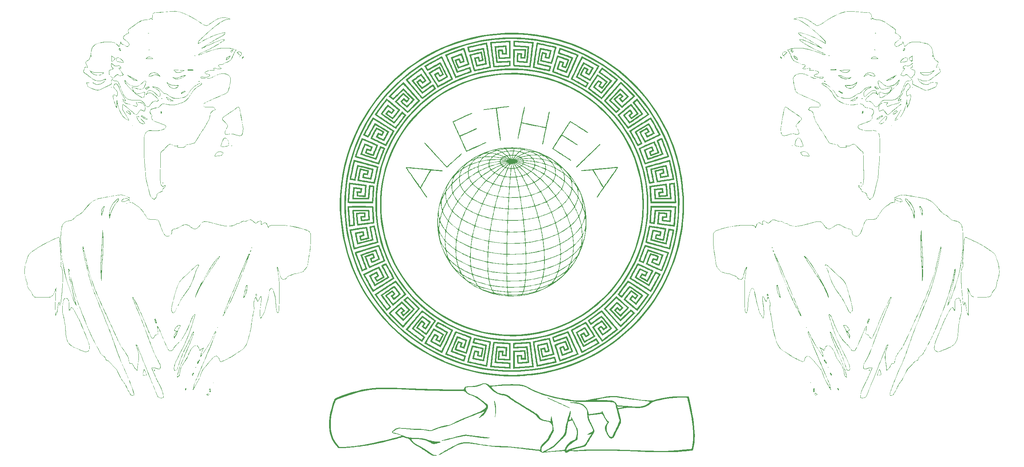
<source format=gbr>
G04 #@! TF.GenerationSoftware,KiCad,Pcbnew,(5.99.0-10089-gf88d39b4f0)*
G04 #@! TF.CreationDate,2021-04-19T20:01:07-05:00*
G04 #@! TF.ProjectId,aliceq,616c6963-6571-42e6-9b69-6361645f7063,rev?*
G04 #@! TF.SameCoordinates,Original*
G04 #@! TF.FileFunction,Legend,Top*
G04 #@! TF.FilePolarity,Positive*
%FSLAX46Y46*%
G04 Gerber Fmt 4.6, Leading zero omitted, Abs format (unit mm)*
G04 Created by KiCad (PCBNEW (5.99.0-10089-gf88d39b4f0)) date 2021-04-19 20:01:07*
%MOMM*%
%LPD*%
G01*
G04 APERTURE LIST*
G04 APERTURE END LIST*
G36*
X171029437Y-118139089D02*
G01*
X171079742Y-118160853D01*
X171204189Y-118215665D01*
X171395656Y-118300364D01*
X171647021Y-118411789D01*
X171951161Y-118546777D01*
X172300954Y-118702169D01*
X172689278Y-118874801D01*
X173109011Y-119061514D01*
X173553029Y-119259145D01*
X173613983Y-119286284D01*
X174093617Y-119500754D01*
X174536869Y-119700759D01*
X174937985Y-119883602D01*
X175291206Y-120046590D01*
X175590776Y-120187026D01*
X175830938Y-120302217D01*
X176005935Y-120389467D01*
X176110010Y-120446082D01*
X176138414Y-120468027D01*
X176115292Y-120536632D01*
X176103507Y-120547322D01*
X176057929Y-120533234D01*
X175938394Y-120485256D01*
X175751872Y-120406445D01*
X175505337Y-120299861D01*
X175205760Y-120168563D01*
X174860114Y-120015609D01*
X174475372Y-119844059D01*
X174058505Y-119656971D01*
X173616487Y-119457404D01*
X173534593Y-119420303D01*
X172962955Y-119160387D01*
X172470078Y-118934500D01*
X172053106Y-118741268D01*
X171709181Y-118579317D01*
X171435445Y-118447273D01*
X171229041Y-118343759D01*
X171087112Y-118267403D01*
X171006800Y-118216829D01*
X170984953Y-118193813D01*
X170993725Y-118137289D01*
X171029437Y-118139089D01*
G37*
G36*
X120257928Y-123873583D02*
G01*
X120274954Y-123461428D01*
X120302339Y-123088479D01*
X120330099Y-122844133D01*
X120527106Y-121699536D01*
X120798523Y-120583098D01*
X121125548Y-119552365D01*
X121207745Y-119321256D01*
X121286681Y-119098581D01*
X121353588Y-118909122D01*
X121399695Y-118777659D01*
X121401001Y-118773906D01*
X121461076Y-118604879D01*
X121514817Y-118481762D01*
X121577747Y-118390182D01*
X121665390Y-118315763D01*
X121793266Y-118244134D01*
X121976900Y-118160920D01*
X122137118Y-118092271D01*
X123263685Y-117640519D01*
X124430914Y-117228230D01*
X125619930Y-116860739D01*
X126811856Y-116543383D01*
X127987813Y-116281498D01*
X129128927Y-116080419D01*
X129386400Y-116043065D01*
X129867779Y-115980152D01*
X130342137Y-115926800D01*
X130817643Y-115882881D01*
X131302465Y-115848266D01*
X131804773Y-115822826D01*
X132332735Y-115806432D01*
X132894518Y-115798954D01*
X133498292Y-115800265D01*
X134152225Y-115810235D01*
X134864486Y-115828735D01*
X135643243Y-115855637D01*
X136496665Y-115890811D01*
X137148747Y-115920564D01*
X137781754Y-115948824D01*
X138483974Y-115977313D01*
X139245470Y-116005779D01*
X140056304Y-116033969D01*
X140906539Y-116061631D01*
X141786237Y-116088511D01*
X142685461Y-116114357D01*
X143594273Y-116138917D01*
X144502736Y-116161938D01*
X145400912Y-116183168D01*
X146278865Y-116202354D01*
X147126656Y-116219243D01*
X147934347Y-116233583D01*
X148692003Y-116245121D01*
X149389685Y-116253604D01*
X150017455Y-116258781D01*
X150519292Y-116260405D01*
X151523461Y-116260596D01*
X151631376Y-115986251D01*
X151689105Y-115846233D01*
X151746231Y-115739064D01*
X151815254Y-115659699D01*
X151908677Y-115603093D01*
X152039002Y-115564204D01*
X152218729Y-115537985D01*
X152460360Y-115519392D01*
X152776398Y-115503382D01*
X152834660Y-115500725D01*
X153324489Y-115474283D01*
X153742117Y-115440941D01*
X154104243Y-115397309D01*
X154427564Y-115339997D01*
X154728778Y-115265616D01*
X155024582Y-115170777D01*
X155331674Y-115052089D01*
X155587101Y-114941972D01*
X155783326Y-114858548D01*
X155935258Y-114808016D01*
X156077623Y-114782388D01*
X156245148Y-114773677D01*
X156321076Y-114773142D01*
X156530689Y-114779226D01*
X156691608Y-114803033D01*
X156843556Y-114852407D01*
X156943843Y-114896134D01*
X157116368Y-114984969D01*
X157283472Y-115085836D01*
X157378035Y-115153141D01*
X157490240Y-115237922D01*
X157592268Y-115297053D01*
X157700890Y-115332532D01*
X157832880Y-115346354D01*
X158005008Y-115340517D01*
X158234047Y-115317016D01*
X158484461Y-115284851D01*
X159179295Y-115201494D01*
X159893881Y-115133244D01*
X160616754Y-115080286D01*
X161336448Y-115042807D01*
X162041497Y-115020994D01*
X162720436Y-115015034D01*
X163361797Y-115025111D01*
X163954116Y-115051414D01*
X164485926Y-115094128D01*
X164945762Y-115153439D01*
X165084299Y-115177537D01*
X165354365Y-115238285D01*
X165618790Y-115320802D01*
X165897535Y-115433019D01*
X166210561Y-115582869D01*
X166530008Y-115752043D01*
X167466251Y-116225761D01*
X168477429Y-116663942D01*
X169564887Y-117067024D01*
X170729970Y-117435440D01*
X171974023Y-117769628D01*
X173298391Y-118070023D01*
X174270113Y-118259722D01*
X174518281Y-118304313D01*
X174833027Y-118359534D01*
X175193113Y-118421738D01*
X175577305Y-118487274D01*
X175964365Y-118552495D01*
X176271864Y-118603654D01*
X176643782Y-118664757D01*
X176945184Y-118712674D01*
X177193281Y-118749023D01*
X177405285Y-118775420D01*
X177598405Y-118793484D01*
X177789854Y-118804831D01*
X177996842Y-118811079D01*
X178236581Y-118813844D01*
X178518274Y-118814732D01*
X178777135Y-118814655D01*
X179004594Y-118812628D01*
X179211467Y-118807302D01*
X179408570Y-118797329D01*
X179606719Y-118781359D01*
X179816731Y-118758043D01*
X180049423Y-118726032D01*
X180315611Y-118683976D01*
X180626110Y-118630528D01*
X180711111Y-118615140D01*
X182175217Y-118615140D01*
X182207542Y-118625700D01*
X182317140Y-118637520D01*
X182492343Y-118649859D01*
X182721481Y-118661981D01*
X182992882Y-118673145D01*
X183198334Y-118679894D01*
X183807544Y-118698692D01*
X184333355Y-118716613D01*
X184781326Y-118733984D01*
X185157017Y-118751130D01*
X185465987Y-118768377D01*
X185713795Y-118786051D01*
X185906001Y-118804478D01*
X186048164Y-118823983D01*
X186145844Y-118844893D01*
X186175476Y-118854368D01*
X186499070Y-119000933D01*
X186749441Y-119179934D01*
X186939841Y-119402897D01*
X187058724Y-119622551D01*
X187145328Y-119782715D01*
X187233877Y-119885075D01*
X187267838Y-119905834D01*
X187336267Y-119919081D01*
X187481970Y-119936646D01*
X187693414Y-119957500D01*
X187959066Y-119980613D01*
X188267396Y-120004956D01*
X188606869Y-120029497D01*
X188793931Y-120042131D01*
X189181801Y-120068218D01*
X189577273Y-120095769D01*
X189961862Y-120123427D01*
X190317086Y-120149836D01*
X190624461Y-120173641D01*
X190865504Y-120193487D01*
X190906891Y-120197107D01*
X191465751Y-120231844D01*
X191992916Y-120235381D01*
X192471388Y-120208153D01*
X192884171Y-120150596D01*
X192908642Y-120145751D01*
X193254820Y-120058985D01*
X193585648Y-119944647D01*
X193890206Y-119809313D01*
X194157571Y-119659559D01*
X194376822Y-119501960D01*
X194537035Y-119343092D01*
X194627291Y-119189531D01*
X194643327Y-119101361D01*
X194643086Y-119080059D01*
X194637339Y-119061689D01*
X194618710Y-119045110D01*
X194579819Y-119029180D01*
X194513290Y-119012757D01*
X194411744Y-118994700D01*
X194267805Y-118973867D01*
X194074094Y-118949117D01*
X193823234Y-118919306D01*
X193507847Y-118883294D01*
X193120556Y-118839940D01*
X192653982Y-118788100D01*
X192530533Y-118774397D01*
X191929934Y-118707266D01*
X191404441Y-118647400D01*
X190940647Y-118593059D01*
X190525147Y-118542504D01*
X190144538Y-118493995D01*
X189785414Y-118445791D01*
X189434370Y-118396154D01*
X189078001Y-118343344D01*
X188702902Y-118285620D01*
X188415822Y-118240376D01*
X187902114Y-118160854D01*
X187453053Y-118097443D01*
X187053789Y-118050370D01*
X186689471Y-118019856D01*
X186345248Y-118006126D01*
X186006270Y-118009404D01*
X185657686Y-118029914D01*
X185284645Y-118067880D01*
X184872296Y-118123525D01*
X184405788Y-118197073D01*
X183870271Y-118288749D01*
X183745069Y-118310781D01*
X183386283Y-118374881D01*
X183055283Y-118435457D01*
X182762293Y-118490530D01*
X182517536Y-118538115D01*
X182331237Y-118576232D01*
X182213619Y-118602898D01*
X182175217Y-118615140D01*
X180711111Y-118615140D01*
X180991738Y-118564337D01*
X181423311Y-118484055D01*
X181921251Y-118390295D01*
X182547203Y-118272271D01*
X183093266Y-118169819D01*
X183566946Y-118081839D01*
X183975744Y-118007233D01*
X184327164Y-117944900D01*
X184628709Y-117893740D01*
X184887882Y-117852655D01*
X185112187Y-117820543D01*
X185309126Y-117796306D01*
X185486202Y-117778843D01*
X185650919Y-117767056D01*
X185810779Y-117759843D01*
X185973287Y-117756106D01*
X186145944Y-117754745D01*
X186258379Y-117754612D01*
X186491086Y-117755095D01*
X186688885Y-117757488D01*
X186865843Y-117763325D01*
X187036028Y-117774141D01*
X187213505Y-117791471D01*
X187412342Y-117816850D01*
X187646605Y-117851813D01*
X187930362Y-117897896D01*
X188277679Y-117956632D01*
X188571514Y-118007020D01*
X189652812Y-118187841D01*
X190650373Y-118344273D01*
X191563937Y-118476283D01*
X192393245Y-118583839D01*
X193138036Y-118666909D01*
X193798050Y-118725461D01*
X194373027Y-118759463D01*
X194754701Y-118768877D01*
X195555402Y-118773906D01*
X196378344Y-118564700D01*
X197455960Y-118312967D01*
X198493516Y-118117795D01*
X199516523Y-117975617D01*
X200550491Y-117882864D01*
X201582898Y-117836868D01*
X201919639Y-117831131D01*
X202270028Y-117829441D01*
X202609261Y-117831620D01*
X202912532Y-117837488D01*
X203155034Y-117846868D01*
X203181633Y-117848386D01*
X203779492Y-117884239D01*
X203949069Y-118551489D01*
X204233861Y-119729499D01*
X204483544Y-120882055D01*
X204697539Y-122003718D01*
X204875267Y-123089047D01*
X205016151Y-124132599D01*
X205119612Y-125128935D01*
X205185073Y-126072613D01*
X205211955Y-126958191D01*
X205199681Y-127780230D01*
X205147671Y-128533288D01*
X205071593Y-129116288D01*
X205034602Y-129319596D01*
X204987323Y-129546603D01*
X204934220Y-129779363D01*
X204879756Y-129999929D01*
X204828397Y-130190358D01*
X204784606Y-130332701D01*
X204752847Y-130409014D01*
X204748683Y-130414425D01*
X204699032Y-130425565D01*
X204571188Y-130443769D01*
X204375550Y-130467951D01*
X204122516Y-130497022D01*
X203822486Y-130529892D01*
X203485859Y-130565474D01*
X203123033Y-130602680D01*
X202744407Y-130640420D01*
X202360382Y-130677605D01*
X201981354Y-130713149D01*
X201617724Y-130745962D01*
X201404964Y-130764423D01*
X201245036Y-130774678D01*
X201007990Y-130785215D01*
X200705675Y-130795722D01*
X200349938Y-130805882D01*
X199952627Y-130815381D01*
X199525589Y-130823906D01*
X199080671Y-130831141D01*
X198713721Y-130835859D01*
X198129575Y-130841527D01*
X197614847Y-130844234D01*
X197150030Y-130843652D01*
X196715613Y-130839456D01*
X196292088Y-130831319D01*
X195859947Y-130818915D01*
X195399679Y-130801918D01*
X194891776Y-130780003D01*
X194621251Y-130767448D01*
X192828899Y-130686569D01*
X191123662Y-130617397D01*
X189504462Y-130559920D01*
X187970224Y-130514127D01*
X186519871Y-130480005D01*
X185152325Y-130457543D01*
X183866510Y-130446729D01*
X182661349Y-130447550D01*
X181535766Y-130459995D01*
X180488684Y-130484052D01*
X179519025Y-130519708D01*
X178625714Y-130566953D01*
X178318099Y-130587107D01*
X177711370Y-130612054D01*
X177114327Y-130599116D01*
X176938586Y-130588667D01*
X176691557Y-130574434D01*
X176468673Y-130565816D01*
X176288369Y-130563208D01*
X176169083Y-130567009D01*
X176138045Y-130571446D01*
X176045051Y-130609969D01*
X175908639Y-130682830D01*
X175762455Y-130771671D01*
X175551405Y-130897681D01*
X175396344Y-130965205D01*
X175289030Y-130977312D01*
X175249473Y-130962796D01*
X175197548Y-130909014D01*
X175123544Y-130808565D01*
X175090695Y-130758433D01*
X174980731Y-130584239D01*
X174658784Y-130584454D01*
X174474262Y-130588528D01*
X174215131Y-130599863D01*
X173895360Y-130617414D01*
X173528919Y-130640135D01*
X173129778Y-130666983D01*
X172711905Y-130696911D01*
X172289271Y-130728875D01*
X171875844Y-130761831D01*
X171485594Y-130794732D01*
X171132491Y-130826534D01*
X170830503Y-130856193D01*
X170593600Y-130882662D01*
X170490985Y-130896220D01*
X170166520Y-130933204D01*
X169908306Y-130936677D01*
X169698859Y-130903186D01*
X169520696Y-130829278D01*
X169356331Y-130711501D01*
X169300824Y-130661173D01*
X169231037Y-130600308D01*
X169160483Y-130558618D01*
X169068390Y-130530215D01*
X168933992Y-130509215D01*
X168736517Y-130489731D01*
X168678057Y-130484680D01*
X168528830Y-130470039D01*
X168303718Y-130445396D01*
X168015064Y-130412218D01*
X167675208Y-130371974D01*
X167296489Y-130326131D01*
X166891249Y-130276157D01*
X166471829Y-130223522D01*
X166307591Y-130202656D01*
X165656796Y-130119613D01*
X165086419Y-130046875D01*
X164588603Y-129983708D01*
X164155486Y-129929376D01*
X163779210Y-129883144D01*
X163451914Y-129844279D01*
X163165739Y-129812045D01*
X162912825Y-129785707D01*
X162685313Y-129764531D01*
X162475342Y-129747782D01*
X162275054Y-129734725D01*
X162076587Y-129724625D01*
X161872083Y-129716748D01*
X161653682Y-129710359D01*
X161413524Y-129704722D01*
X161143749Y-129699104D01*
X160858379Y-129693230D01*
X160535573Y-129686537D01*
X160251772Y-129680392D01*
X159998673Y-129673944D01*
X159767976Y-129666338D01*
X159551376Y-129656722D01*
X159340574Y-129644244D01*
X159127266Y-129628050D01*
X158903150Y-129607287D01*
X158659925Y-129581103D01*
X158389287Y-129548644D01*
X158082936Y-129509058D01*
X157732569Y-129461491D01*
X157329884Y-129405092D01*
X156866578Y-129339006D01*
X156334351Y-129262381D01*
X155724898Y-129174364D01*
X155520376Y-129144833D01*
X155084687Y-129082544D01*
X154656068Y-129022398D01*
X154246801Y-128966041D01*
X153869169Y-128915117D01*
X153535452Y-128871270D01*
X153257932Y-128836146D01*
X153048892Y-128811388D01*
X152962582Y-128802304D01*
X152234270Y-128768026D01*
X151543494Y-128810900D01*
X150880639Y-128932631D01*
X150236090Y-129134927D01*
X149661697Y-129388290D01*
X149535408Y-129454890D01*
X149345593Y-129559355D01*
X149105316Y-129694283D01*
X148827642Y-129852274D01*
X148525636Y-130025925D01*
X148212361Y-130207836D01*
X148127021Y-130257711D01*
X147773144Y-130461767D01*
X147419363Y-130660107D01*
X147075302Y-130847797D01*
X146750585Y-131019901D01*
X146454834Y-131171482D01*
X146197674Y-131297606D01*
X145988728Y-131393337D01*
X145837619Y-131453739D01*
X145755721Y-131473906D01*
X145719420Y-131439256D01*
X145719653Y-131403195D01*
X145734709Y-131378369D01*
X145775146Y-131341664D01*
X145845993Y-131290120D01*
X145952281Y-131220780D01*
X146099040Y-131130682D01*
X146291301Y-131016868D01*
X146534093Y-130876377D01*
X146832446Y-130706251D01*
X147191391Y-130503531D01*
X147615958Y-130265255D01*
X148111177Y-129988466D01*
X148362382Y-129848345D01*
X148851832Y-129577646D01*
X149275370Y-129349129D01*
X149643121Y-129158779D01*
X149965205Y-129002582D01*
X150251745Y-128876525D01*
X150512863Y-128776592D01*
X150758681Y-128698769D01*
X150999322Y-128639043D01*
X151244907Y-128593398D01*
X151505560Y-128557821D01*
X151658584Y-128541134D01*
X151819701Y-128526953D01*
X151977492Y-128518787D01*
X152141761Y-128517562D01*
X152322311Y-128524205D01*
X152528947Y-128539640D01*
X152771472Y-128564795D01*
X153059689Y-128600595D01*
X153403402Y-128647967D01*
X153812415Y-128707837D01*
X154296532Y-128781130D01*
X154452775Y-128805090D01*
X155117452Y-128907311D01*
X155701268Y-128997081D01*
X156211335Y-129075220D01*
X156654764Y-129142548D01*
X157038667Y-129199885D01*
X157370154Y-129248049D01*
X157656336Y-129287861D01*
X157904326Y-129320141D01*
X158121233Y-129345707D01*
X158314170Y-129365380D01*
X158490247Y-129379979D01*
X158656576Y-129390324D01*
X158820267Y-129397235D01*
X158988433Y-129401531D01*
X159168183Y-129404032D01*
X159366630Y-129405557D01*
X159590885Y-129406927D01*
X159679570Y-129407542D01*
X160045381Y-129411907D01*
X160411462Y-129419308D01*
X160760033Y-129429164D01*
X161073312Y-129440893D01*
X161333520Y-129453914D01*
X161522874Y-129467644D01*
X161525630Y-129467905D01*
X162038988Y-129516779D01*
X162493934Y-129560429D01*
X162911286Y-129600918D01*
X163311861Y-129640308D01*
X163716476Y-129680661D01*
X164145947Y-129724040D01*
X164621093Y-129772507D01*
X165162730Y-129828125D01*
X165195507Y-129831498D01*
X165637548Y-129877500D01*
X166104441Y-129926973D01*
X166576230Y-129977743D01*
X167032957Y-130027636D01*
X167454667Y-130074477D01*
X167821401Y-130116091D01*
X168029467Y-130140325D01*
X168338344Y-130176522D01*
X168620086Y-130208950D01*
X168861982Y-130236195D01*
X169051319Y-130256841D01*
X169175387Y-130269471D01*
X169219397Y-130272855D01*
X169274710Y-130233832D01*
X169288504Y-130150526D01*
X169311632Y-129961814D01*
X169373432Y-129729352D01*
X169464556Y-129484285D01*
X169532171Y-129338704D01*
X169609771Y-129212643D01*
X169731918Y-129056118D01*
X169905105Y-128861692D01*
X170135828Y-128621924D01*
X170308794Y-128449037D01*
X170529239Y-128230311D01*
X170697885Y-128058853D01*
X170826435Y-127919621D01*
X170926589Y-127797570D01*
X171010050Y-127677656D01*
X171088518Y-127544835D01*
X171173695Y-127384065D01*
X171242995Y-127247986D01*
X171365518Y-127012320D01*
X171494502Y-126774560D01*
X171615107Y-126561473D01*
X171712494Y-126399828D01*
X171717672Y-126391731D01*
X171910731Y-126070655D01*
X172045190Y-125792216D01*
X172126491Y-125537294D01*
X172160074Y-125286770D01*
X172151382Y-125021524D01*
X172138263Y-124913866D01*
X172058991Y-124562080D01*
X171926734Y-124273070D01*
X171736421Y-124042465D01*
X171482981Y-123865897D01*
X171161344Y-123738998D01*
X170766438Y-123657399D01*
X170664957Y-123644607D01*
X170346021Y-123592259D01*
X170005318Y-123508851D01*
X169672840Y-123403540D01*
X169378577Y-123285486D01*
X169213320Y-123201286D01*
X169022436Y-123061170D01*
X168826623Y-122854706D01*
X168728754Y-122730617D01*
X168627604Y-122600351D01*
X168525515Y-122479908D01*
X168415423Y-122364111D01*
X168290260Y-122247785D01*
X168142963Y-122125753D01*
X167966465Y-121992840D01*
X167753700Y-121843868D01*
X167497603Y-121673663D01*
X167191109Y-121477047D01*
X166827151Y-121248844D01*
X166398664Y-120983879D01*
X166062933Y-120777674D01*
X165694744Y-120551910D01*
X165295496Y-120307051D01*
X164885924Y-120055815D01*
X164486761Y-119810923D01*
X164118742Y-119585094D01*
X163802600Y-119391049D01*
X163759220Y-119364417D01*
X163454491Y-119173689D01*
X163144564Y-118973192D01*
X162847037Y-118774781D01*
X162579512Y-118590314D01*
X162359588Y-118431645D01*
X162251129Y-118348463D01*
X161929335Y-118103180D01*
X161647538Y-117915431D01*
X161386876Y-117776033D01*
X161128489Y-117675805D01*
X160853516Y-117605564D01*
X160654872Y-117571332D01*
X160125383Y-117475312D01*
X159657663Y-117347949D01*
X159236338Y-117180671D01*
X158846032Y-116964905D01*
X158471373Y-116692079D01*
X158096985Y-116353621D01*
X157707495Y-115940958D01*
X157684700Y-115915227D01*
X157516230Y-115728503D01*
X157437613Y-115644636D01*
X157944719Y-115644636D01*
X157974755Y-115688969D01*
X158057700Y-115783851D01*
X158182808Y-115917676D01*
X158339333Y-116078837D01*
X158445157Y-116185120D01*
X158804970Y-116520439D01*
X159141621Y-116782929D01*
X159469362Y-116980480D01*
X159802443Y-117120982D01*
X160155115Y-117212323D01*
X160357571Y-117243841D01*
X160774964Y-117301619D01*
X161120585Y-117364838D01*
X161411617Y-117440220D01*
X161665245Y-117534483D01*
X161898655Y-117654350D01*
X162129029Y-117806539D01*
X162373553Y-117997771D01*
X162450585Y-118062355D01*
X162563999Y-118158395D01*
X162664995Y-118242588D01*
X162761130Y-118319894D01*
X162859963Y-118395268D01*
X162969052Y-118473668D01*
X163095956Y-118560052D01*
X163248234Y-118659376D01*
X163433444Y-118776599D01*
X163659144Y-118916677D01*
X163932894Y-119084567D01*
X164262251Y-119285228D01*
X164654774Y-119523616D01*
X164973090Y-119716753D01*
X165606118Y-120101350D01*
X166166288Y-120442854D01*
X166657267Y-120743549D01*
X167082719Y-121005723D01*
X167446312Y-121231661D01*
X167751709Y-121423649D01*
X168002578Y-121583974D01*
X168202582Y-121714923D01*
X168355388Y-121818780D01*
X168436720Y-121876944D01*
X168733132Y-122121202D01*
X169004179Y-122393507D01*
X169224114Y-122667360D01*
X169267541Y-122732095D01*
X169401615Y-122922630D01*
X169524383Y-123051466D01*
X169656451Y-123139953D01*
X169666085Y-123144937D01*
X169738582Y-123170423D01*
X169877997Y-123209812D01*
X170069613Y-123259683D01*
X170298712Y-123316613D01*
X170550577Y-123377179D01*
X170810489Y-123437959D01*
X171063731Y-123495530D01*
X171295585Y-123546470D01*
X171491334Y-123587356D01*
X171636260Y-123614766D01*
X171715646Y-123625278D01*
X171725822Y-123623917D01*
X171737253Y-123571343D01*
X171747302Y-123450999D01*
X171754475Y-123284082D01*
X171756537Y-123188308D01*
X171767294Y-122940627D01*
X171793447Y-122758611D01*
X171838438Y-122619764D01*
X171846141Y-122603104D01*
X171898875Y-122498297D01*
X171928859Y-122465949D01*
X171950681Y-122497763D01*
X171963478Y-122536379D01*
X171981167Y-122615331D01*
X172009610Y-122769264D01*
X172046781Y-122985117D01*
X172090654Y-123249827D01*
X172139204Y-123550330D01*
X172190403Y-123873566D01*
X172242226Y-124206472D01*
X172292647Y-124535985D01*
X172339639Y-124849042D01*
X172381178Y-125132582D01*
X172415235Y-125373543D01*
X172439786Y-125558860D01*
X172452805Y-125675473D01*
X172454351Y-125701105D01*
X172453856Y-125754286D01*
X172447875Y-125807062D01*
X172432122Y-125868656D01*
X172402308Y-125948292D01*
X172354145Y-126055191D01*
X172283346Y-126198576D01*
X172185623Y-126387671D01*
X172056689Y-126631697D01*
X171892256Y-126939877D01*
X171786891Y-127136778D01*
X171358261Y-127937478D01*
X170550383Y-128747484D01*
X170265201Y-129037772D01*
X170027815Y-129288513D01*
X169842782Y-129494635D01*
X169714657Y-129651065D01*
X169648691Y-129751283D01*
X169567771Y-130011035D01*
X169575424Y-130274692D01*
X169646478Y-130492711D01*
X169722719Y-130652558D01*
X169781455Y-130741284D01*
X169838750Y-130770159D01*
X169910670Y-130750452D01*
X169958475Y-130724795D01*
X170555752Y-130724795D01*
X170867136Y-130700563D01*
X170979699Y-130690730D01*
X171169313Y-130672912D01*
X171424529Y-130648236D01*
X171733899Y-130617829D01*
X172085974Y-130582820D01*
X172469306Y-130544336D01*
X172872447Y-130503504D01*
X173002337Y-130490272D01*
X173481031Y-130440213D01*
X173900398Y-130393846D01*
X174255304Y-130351828D01*
X174540619Y-130314813D01*
X174751210Y-130283457D01*
X174881944Y-130258418D01*
X174923594Y-130244760D01*
X174993577Y-130168580D01*
X175070038Y-130032814D01*
X175121436Y-129909944D01*
X175330947Y-129463821D01*
X175617958Y-129058773D01*
X175979508Y-128697908D01*
X176412640Y-128384332D01*
X176753531Y-128196254D01*
X177052393Y-128041407D01*
X177282153Y-127897762D01*
X177453658Y-127749398D01*
X177577754Y-127580394D01*
X177665288Y-127374830D01*
X177727106Y-127116785D01*
X177774053Y-126790339D01*
X177786498Y-126680025D01*
X177808600Y-126461031D01*
X177821418Y-126271165D01*
X177821975Y-126098584D01*
X177807291Y-125931446D01*
X177774390Y-125757910D01*
X177720292Y-125566133D01*
X177642020Y-125344274D01*
X177536596Y-125080491D01*
X177401040Y-124762940D01*
X177232376Y-124379781D01*
X177176165Y-124253173D01*
X177067983Y-124011222D01*
X176971132Y-123797422D01*
X176891730Y-123625054D01*
X176835895Y-123507399D01*
X176809748Y-123457739D01*
X176809652Y-123457625D01*
X176759891Y-123457525D01*
X176646525Y-123478899D01*
X176490635Y-123515953D01*
X176313302Y-123562898D01*
X176135607Y-123613940D01*
X175978632Y-123663289D01*
X175863456Y-123705152D01*
X175813243Y-123731369D01*
X175788710Y-123792987D01*
X175756517Y-123931936D01*
X175718415Y-124137076D01*
X175676152Y-124397269D01*
X175631479Y-124701378D01*
X175586146Y-125038265D01*
X175541901Y-125396790D01*
X175515863Y-125624344D01*
X175488631Y-125871038D01*
X175462787Y-126080867D01*
X175432953Y-126262448D01*
X175393755Y-126424399D01*
X175339814Y-126575337D01*
X175265756Y-126723880D01*
X175166203Y-126878645D01*
X175035780Y-127048250D01*
X174869109Y-127241312D01*
X174660815Y-127466450D01*
X174405521Y-127732280D01*
X174097851Y-128047421D01*
X173839888Y-128310706D01*
X172542237Y-129635733D01*
X171653845Y-130095081D01*
X171390196Y-130232753D01*
X171148076Y-130361726D01*
X170940527Y-130474848D01*
X170780594Y-130564968D01*
X170681321Y-130624935D01*
X170660603Y-130639612D01*
X170555752Y-130724795D01*
X169958475Y-130724795D01*
X169969168Y-130719056D01*
X170046788Y-130675256D01*
X170189729Y-130595276D01*
X170385504Y-130486076D01*
X170621626Y-130354615D01*
X170885607Y-130207854D01*
X171089553Y-130094600D01*
X171371488Y-129936415D01*
X171639152Y-129783080D01*
X171878887Y-129642663D01*
X172077036Y-129523233D01*
X172219944Y-129432855D01*
X172278314Y-129392326D01*
X172389477Y-129298184D01*
X172548921Y-129149403D01*
X172747069Y-128956047D01*
X172974346Y-128728183D01*
X173221172Y-128475876D01*
X173477971Y-128209191D01*
X173735166Y-127938194D01*
X173983180Y-127672950D01*
X174212435Y-127423524D01*
X174413353Y-127199982D01*
X174576359Y-127012390D01*
X174691874Y-126870813D01*
X174736703Y-126808621D01*
X174893200Y-126540104D01*
X175006787Y-126275759D01*
X175084693Y-125990975D01*
X175134145Y-125661139D01*
X175156321Y-125379685D01*
X175165106Y-125241103D01*
X175175906Y-125114400D01*
X175191025Y-124989611D01*
X175212769Y-124856773D01*
X175243442Y-124705921D01*
X175285350Y-124527090D01*
X175340798Y-124310316D01*
X175412092Y-124045635D01*
X175501536Y-123723083D01*
X175611435Y-123332694D01*
X175712018Y-122977584D01*
X175823180Y-122587578D01*
X175927894Y-122223938D01*
X176023500Y-121895632D01*
X176107336Y-121611629D01*
X176176742Y-121380897D01*
X176229058Y-121212405D01*
X176261622Y-121115120D01*
X176270660Y-121094565D01*
X176303178Y-121102449D01*
X176335314Y-121179337D01*
X176363657Y-121305319D01*
X176384794Y-121460483D01*
X176395314Y-121624917D01*
X176391803Y-121778712D01*
X176390462Y-121793642D01*
X176366583Y-121947152D01*
X176322077Y-122156258D01*
X176263611Y-122391881D01*
X176206655Y-122595548D01*
X176128260Y-122868231D01*
X176077900Y-123065464D01*
X176054016Y-123195696D01*
X176055052Y-123267378D01*
X176078900Y-123288967D01*
X176156219Y-123274828D01*
X176272831Y-123239417D01*
X176400514Y-123193246D01*
X176511045Y-123146825D01*
X176576201Y-123110666D01*
X176583248Y-123101138D01*
X176564516Y-123040859D01*
X176517552Y-122935402D01*
X176496187Y-122892353D01*
X176441306Y-122758500D01*
X176446021Y-122685149D01*
X176497412Y-122666200D01*
X176535683Y-122701931D01*
X176607465Y-122797840D01*
X176701881Y-122937004D01*
X176808053Y-123102499D01*
X176915105Y-123277403D01*
X177012159Y-123444790D01*
X177083524Y-123578109D01*
X177147325Y-123714602D01*
X177230123Y-123905297D01*
X177319522Y-124121155D01*
X177377802Y-124267601D01*
X177475759Y-124499971D01*
X177589416Y-124741315D01*
X177701256Y-124955468D01*
X177757547Y-125051618D01*
X177862556Y-125232462D01*
X177957478Y-125417152D01*
X178023782Y-125569318D01*
X178029541Y-125585419D01*
X178075813Y-125794587D01*
X178098325Y-126069808D01*
X178097722Y-126391582D01*
X178074651Y-126740407D01*
X178029757Y-127096784D01*
X177968812Y-127418675D01*
X177948285Y-127569712D01*
X177949134Y-127711375D01*
X177950578Y-127722548D01*
X177956318Y-127773179D01*
X177951776Y-127818373D01*
X177928798Y-127864954D01*
X177879233Y-127919751D01*
X177794927Y-127989589D01*
X177667728Y-128081296D01*
X177489484Y-128201697D01*
X177252043Y-128357621D01*
X176983598Y-128532272D01*
X176530645Y-128839282D01*
X176160278Y-129118140D01*
X175871099Y-129370059D01*
X175661712Y-129596249D01*
X175536413Y-129786450D01*
X175468943Y-129937718D01*
X175409934Y-130101693D01*
X175366118Y-130254829D01*
X175344226Y-130373582D01*
X175350990Y-130434407D01*
X175351126Y-130434545D01*
X175398186Y-130426209D01*
X175512729Y-130387403D01*
X175572332Y-130364701D01*
X176603710Y-130364701D01*
X176631672Y-130384940D01*
X176738585Y-130398005D01*
X176914729Y-130404023D01*
X177150389Y-130403123D01*
X177435846Y-130395432D01*
X177761384Y-130381078D01*
X178117286Y-130360187D01*
X178384824Y-130341326D01*
X179114180Y-130294014D01*
X179924430Y-130255600D01*
X180807943Y-130226106D01*
X181757091Y-130205550D01*
X182764244Y-130193951D01*
X183821773Y-130191331D01*
X184922048Y-130197707D01*
X186057440Y-130213101D01*
X187220320Y-130237531D01*
X188403058Y-130271017D01*
X189572390Y-130312573D01*
X190878750Y-130362210D01*
X192097442Y-130405405D01*
X193229529Y-130442176D01*
X194276073Y-130472542D01*
X195238138Y-130496524D01*
X196116787Y-130514140D01*
X196913083Y-130525409D01*
X197628089Y-130530351D01*
X198262868Y-130528984D01*
X198818485Y-130521330D01*
X199296000Y-130507405D01*
X199581146Y-130494117D01*
X199827307Y-130478588D01*
X200144357Y-130455655D01*
X200514656Y-130426757D01*
X200920567Y-130393334D01*
X201344453Y-130356824D01*
X201768674Y-130318667D01*
X202027731Y-130294472D01*
X202417920Y-130257662D01*
X202796769Y-130222322D01*
X203151063Y-130189654D01*
X203467589Y-130160863D01*
X203733133Y-130137151D01*
X203934481Y-130119722D01*
X204044690Y-130110791D01*
X204234499Y-130095584D01*
X204360734Y-130073427D01*
X204441450Y-130028087D01*
X204494706Y-129943331D01*
X204538558Y-129802925D01*
X204581889Y-129627846D01*
X204647389Y-129339842D01*
X204699585Y-129057427D01*
X204739761Y-128765720D01*
X204769200Y-128449838D01*
X204789185Y-128094900D01*
X204800998Y-127686024D01*
X204805925Y-127208328D01*
X204806259Y-127025570D01*
X204801462Y-126447222D01*
X204785877Y-125903239D01*
X204757903Y-125376291D01*
X204715941Y-124849046D01*
X204658392Y-124304173D01*
X204583657Y-123724342D01*
X204490138Y-123092220D01*
X204381442Y-122421542D01*
X204321918Y-122081045D01*
X204251804Y-121704943D01*
X204173413Y-121303679D01*
X204089059Y-120887694D01*
X204001055Y-120467432D01*
X203911716Y-120053334D01*
X203823353Y-119655843D01*
X203738282Y-119285402D01*
X203658815Y-118952453D01*
X203587266Y-118667437D01*
X203525948Y-118440799D01*
X203477175Y-118282979D01*
X203449367Y-118214442D01*
X203430339Y-118187447D01*
X203398545Y-118166806D01*
X203343025Y-118151671D01*
X203252819Y-118141194D01*
X203116966Y-118134526D01*
X202924506Y-118130820D01*
X202664478Y-118129226D01*
X202344009Y-118128897D01*
X201814433Y-118132442D01*
X201336166Y-118144174D01*
X200879805Y-118165741D01*
X200415944Y-118198788D01*
X199915180Y-118244963D01*
X199514421Y-118287356D01*
X198924602Y-118359624D01*
X198364671Y-118444577D01*
X197816204Y-118546283D01*
X197260780Y-118668808D01*
X196679976Y-118816220D01*
X196055367Y-118992586D01*
X195368533Y-119201975D01*
X195360766Y-119204413D01*
X195260575Y-119255653D01*
X195121321Y-119352208D01*
X194967116Y-119476746D01*
X194904952Y-119532070D01*
X194460622Y-119880161D01*
X193966123Y-120157308D01*
X193427237Y-120361738D01*
X192849745Y-120491675D01*
X192239430Y-120545347D01*
X191663108Y-120526652D01*
X191126378Y-120484766D01*
X190666170Y-120459955D01*
X190271740Y-120451985D01*
X189932342Y-120460620D01*
X189661356Y-120482813D01*
X189442091Y-120510198D01*
X189184269Y-120546416D01*
X188902737Y-120588951D01*
X188612343Y-120635285D01*
X188327936Y-120682900D01*
X188064364Y-120729279D01*
X187836475Y-120771905D01*
X187659116Y-120808260D01*
X187547137Y-120835826D01*
X187519436Y-120845978D01*
X187499672Y-120854037D01*
X187483637Y-120861032D01*
X187473113Y-120874967D01*
X187469879Y-120903844D01*
X187475715Y-120955667D01*
X187492402Y-121038437D01*
X187521719Y-121160159D01*
X187565446Y-121328836D01*
X187625364Y-121552469D01*
X187703252Y-121839062D01*
X187800891Y-122196618D01*
X187903177Y-122571236D01*
X187994016Y-122910459D01*
X188059155Y-123185008D01*
X188096632Y-123413320D01*
X188104487Y-123613827D01*
X188080757Y-123804965D01*
X188023480Y-124005166D01*
X187930696Y-124232866D01*
X187800441Y-124506499D01*
X187669419Y-124767938D01*
X187518404Y-125070562D01*
X187344363Y-125425004D01*
X187161382Y-125802223D01*
X186983546Y-126173179D01*
X186824941Y-126508832D01*
X186822518Y-126514011D01*
X186675243Y-126825847D01*
X186557823Y-127066493D01*
X186464426Y-127246255D01*
X186389223Y-127375442D01*
X186326385Y-127464358D01*
X186270080Y-127523312D01*
X186237514Y-127548249D01*
X186042385Y-127632549D01*
X185821966Y-127635764D01*
X185608916Y-127574639D01*
X185464993Y-127482328D01*
X185301925Y-127320159D01*
X185128798Y-127102641D01*
X184954698Y-126844287D01*
X184788711Y-126559606D01*
X184639922Y-126263109D01*
X184517417Y-125969306D01*
X184430281Y-125692708D01*
X184430092Y-125691958D01*
X184371567Y-125361427D01*
X184374251Y-125054939D01*
X184441970Y-124754307D01*
X184578550Y-124441343D01*
X184755192Y-124146660D01*
X184908444Y-123914511D01*
X184352443Y-122988984D01*
X184193206Y-122726510D01*
X184044651Y-122486509D01*
X183914204Y-122280593D01*
X183809289Y-122120375D01*
X183737333Y-122017469D01*
X183711518Y-121986601D01*
X183684898Y-121966497D01*
X183649070Y-121951896D01*
X183594879Y-121943311D01*
X183513170Y-121941250D01*
X183394785Y-121946225D01*
X183230571Y-121958745D01*
X183011371Y-121979321D01*
X182728029Y-122008464D01*
X182371389Y-122046684D01*
X182095551Y-122076677D01*
X180564509Y-122243608D01*
X180551753Y-122354816D01*
X180557067Y-122444126D01*
X180581667Y-122594904D01*
X180621170Y-122782861D01*
X180652001Y-122910468D01*
X180700985Y-123082377D01*
X180765976Y-123270375D01*
X180852136Y-123486723D01*
X180964631Y-123743680D01*
X181108624Y-124053509D01*
X181289279Y-124428469D01*
X181304488Y-124459637D01*
X181482361Y-124827161D01*
X181622353Y-125126096D01*
X181727725Y-125366734D01*
X181801739Y-125559366D01*
X181847656Y-125714286D01*
X181868738Y-125841785D01*
X181868247Y-125952155D01*
X181849443Y-126055689D01*
X181830499Y-126119507D01*
X181788689Y-126212894D01*
X181707828Y-126365262D01*
X181596905Y-126560712D01*
X181464908Y-126783342D01*
X181343470Y-126981086D01*
X181172569Y-127257303D01*
X180975053Y-127580438D01*
X180769090Y-127920534D01*
X180572846Y-128247636D01*
X180453229Y-128449037D01*
X180304439Y-128696195D01*
X180161158Y-128925602D01*
X180032813Y-129122814D01*
X179928830Y-129273383D01*
X179858635Y-129362865D01*
X179853249Y-129368492D01*
X179807661Y-129412602D01*
X179760261Y-129450680D01*
X179701694Y-129485642D01*
X179622611Y-129520400D01*
X179513658Y-129557870D01*
X179365484Y-129600966D01*
X179168738Y-129652603D01*
X178914067Y-129715695D01*
X178592119Y-129793156D01*
X178193542Y-129887901D01*
X178164275Y-129894842D01*
X177711425Y-130004485D01*
X177341927Y-130099038D01*
X177051675Y-130179737D01*
X176836566Y-130247817D01*
X176692495Y-130304515D01*
X176615356Y-130351067D01*
X176603710Y-130364701D01*
X175572332Y-130364701D01*
X175680765Y-130323400D01*
X175888305Y-130239471D01*
X176057449Y-130168338D01*
X176633521Y-129942281D01*
X177210636Y-129758569D01*
X177820784Y-129607841D01*
X178282307Y-129517368D01*
X178656295Y-129443122D01*
X178958744Y-129364746D01*
X179207063Y-129276362D01*
X179418661Y-129172093D01*
X179550094Y-129089367D01*
X179768783Y-128914456D01*
X179940331Y-128713820D01*
X180086884Y-128459948D01*
X180128724Y-128370545D01*
X180195829Y-128239057D01*
X180300135Y-128055722D01*
X180428799Y-127842246D01*
X180568974Y-127620337D01*
X180608719Y-127559370D01*
X180803437Y-127262138D01*
X180953110Y-127031595D01*
X181062213Y-126860517D01*
X181135217Y-126741678D01*
X181176595Y-126667856D01*
X181190820Y-126631824D01*
X181187058Y-126625219D01*
X181136175Y-126634067D01*
X181018374Y-126657875D01*
X180853635Y-126692541D01*
X180737775Y-126717452D01*
X180494491Y-126764927D01*
X180327299Y-126784332D01*
X180227912Y-126775790D01*
X180188041Y-126739422D01*
X180186400Y-126725614D01*
X180223716Y-126693741D01*
X180326818Y-126628832D01*
X180482436Y-126538661D01*
X180677304Y-126431004D01*
X180815138Y-126357230D01*
X181038649Y-126234775D01*
X181235559Y-126118895D01*
X181390841Y-126019024D01*
X181489465Y-125944593D01*
X181513474Y-125918917D01*
X181549255Y-125853025D01*
X181560233Y-125783146D01*
X181546100Y-125681768D01*
X181509101Y-125531111D01*
X181462265Y-125395577D01*
X181379651Y-125200641D01*
X181269524Y-124964207D01*
X181140146Y-124704174D01*
X181033466Y-124500733D01*
X180801386Y-124055237D01*
X180616156Y-123666335D01*
X180472908Y-123318232D01*
X180366773Y-122995129D01*
X180292883Y-122681232D01*
X180246370Y-122360744D01*
X180222367Y-122017868D01*
X180217638Y-121853450D01*
X180211870Y-121608674D01*
X180202650Y-121430853D01*
X180186272Y-121297977D01*
X180159032Y-121188033D01*
X180117225Y-121079010D01*
X180069936Y-120975832D01*
X179841399Y-120592679D01*
X179542200Y-120248657D01*
X179187286Y-119958681D01*
X178861523Y-119769935D01*
X178765391Y-119727141D01*
X178661004Y-119689580D01*
X178536112Y-119654690D01*
X178378467Y-119619913D01*
X178175821Y-119582690D01*
X177915925Y-119540462D01*
X177586530Y-119490669D01*
X177380099Y-119460411D01*
X177063168Y-119414391D01*
X176775297Y-119372803D01*
X176528153Y-119337317D01*
X176333405Y-119309601D01*
X176202721Y-119291322D01*
X176147769Y-119284151D01*
X176147183Y-119284112D01*
X176153127Y-119265221D01*
X176193682Y-119237606D01*
X176264599Y-119221447D01*
X176406914Y-119207899D01*
X176603070Y-119198035D01*
X176835513Y-119192926D01*
X176932989Y-119192454D01*
X177553189Y-119220169D01*
X178128227Y-119302007D01*
X178649851Y-119436008D01*
X179109808Y-119620212D01*
X179386564Y-119775336D01*
X179698897Y-120026335D01*
X179974459Y-120350868D01*
X180207022Y-120738911D01*
X180390360Y-121180438D01*
X180496812Y-121562775D01*
X180592932Y-121994026D01*
X180823379Y-121967207D01*
X180927531Y-121954661D01*
X181106089Y-121932681D01*
X181345193Y-121902994D01*
X181630985Y-121867326D01*
X181949607Y-121827402D01*
X182287199Y-121784949D01*
X182321602Y-121780614D01*
X183589377Y-121620841D01*
X183602936Y-121409545D01*
X183621949Y-121275372D01*
X183654652Y-121205348D01*
X183669661Y-121199261D01*
X183706445Y-121238478D01*
X183766554Y-121344312D01*
X183841458Y-121500312D01*
X183917521Y-121677457D01*
X184133001Y-122162423D01*
X184366208Y-122608681D01*
X184609863Y-123004663D01*
X184856691Y-123338802D01*
X185099414Y-123599530D01*
X185160669Y-123653629D01*
X185248994Y-123736884D01*
X185298282Y-123800688D01*
X185301987Y-123812999D01*
X185279305Y-123867468D01*
X185219331Y-123974543D01*
X185134175Y-124112835D01*
X185117765Y-124138375D01*
X184971477Y-124371807D01*
X184869875Y-124559615D01*
X184804952Y-124727864D01*
X184768703Y-124902615D01*
X184753124Y-125109932D01*
X184750153Y-125335202D01*
X184765006Y-125690904D01*
X184815575Y-125994553D01*
X184911027Y-126279008D01*
X185060527Y-126577128D01*
X185129141Y-126693790D01*
X185316899Y-126972288D01*
X185490867Y-127163398D01*
X185653002Y-127267295D01*
X185805257Y-127284154D01*
X185949588Y-127214148D01*
X186087950Y-127057453D01*
X186222298Y-126814243D01*
X186232355Y-126792325D01*
X186285216Y-126678115D01*
X186370180Y-126497406D01*
X186480761Y-126263863D01*
X186610472Y-125991149D01*
X186752828Y-125692929D01*
X186901344Y-125382867D01*
X186902871Y-125379685D01*
X187104641Y-124957480D01*
X187270197Y-124606381D01*
X187402973Y-124317848D01*
X187506400Y-124083343D01*
X187583913Y-123894327D01*
X187638942Y-123742260D01*
X187674921Y-123618603D01*
X187695283Y-123514818D01*
X187703460Y-123422366D01*
X187704088Y-123386610D01*
X187691256Y-123271251D01*
X187653701Y-123076865D01*
X187592838Y-122809465D01*
X187510079Y-122475065D01*
X187406840Y-122079680D01*
X187329365Y-121792619D01*
X187232521Y-121436881D01*
X187138707Y-121090515D01*
X187051742Y-120767759D01*
X186975448Y-120482846D01*
X186913644Y-120250013D01*
X186911137Y-120240416D01*
X187232679Y-120240416D01*
X187263477Y-120339269D01*
X187312658Y-120449421D01*
X187365897Y-120538760D01*
X187408656Y-120575179D01*
X187469800Y-120567050D01*
X187599621Y-120545098D01*
X187779489Y-120512606D01*
X187990774Y-120472854D01*
X188005754Y-120469981D01*
X188259322Y-120419587D01*
X188434975Y-120379957D01*
X188542681Y-120348009D01*
X188592407Y-120320662D01*
X188594121Y-120294833D01*
X188589507Y-120289506D01*
X188538740Y-120277498D01*
X188418778Y-120262104D01*
X188248657Y-120244794D01*
X188047412Y-120227035D01*
X187834078Y-120210296D01*
X187627690Y-120196046D01*
X187447282Y-120185754D01*
X187311889Y-120180888D01*
X187240547Y-120182916D01*
X187234588Y-120184971D01*
X187232679Y-120240416D01*
X186911137Y-120240416D01*
X186870150Y-120083494D01*
X186859498Y-120041682D01*
X186760528Y-119723443D01*
X186643275Y-119487608D01*
X186504565Y-119328905D01*
X186387734Y-119258645D01*
X186277845Y-119231772D01*
X186085477Y-119206859D01*
X185817099Y-119184121D01*
X185479182Y-119163771D01*
X185078196Y-119146024D01*
X184620611Y-119131092D01*
X184112897Y-119119192D01*
X183561524Y-119110535D01*
X182972962Y-119105337D01*
X182353682Y-119103810D01*
X181765560Y-119105813D01*
X181074535Y-119110234D01*
X180465380Y-119114222D01*
X179930996Y-119117474D01*
X179464286Y-119119686D01*
X179058151Y-119120553D01*
X178705495Y-119119773D01*
X178399219Y-119117042D01*
X178132226Y-119112054D01*
X177897418Y-119104507D01*
X177687697Y-119094097D01*
X177495965Y-119080520D01*
X177315126Y-119063471D01*
X177138081Y-119042648D01*
X176957732Y-119017746D01*
X176766983Y-118988461D01*
X176558734Y-118954489D01*
X176325889Y-118915527D01*
X176061349Y-118871271D01*
X175982722Y-118858235D01*
X174853455Y-118663053D01*
X173804793Y-118463471D01*
X172828397Y-118256931D01*
X171915925Y-118040876D01*
X171059035Y-117812747D01*
X170249386Y-117569987D01*
X169478637Y-117310038D01*
X168738447Y-117030342D01*
X168020474Y-116728342D01*
X167316377Y-116401479D01*
X166617814Y-116047196D01*
X166353076Y-115905390D01*
X166105943Y-115774670D01*
X165879763Y-115665053D01*
X165663442Y-115574511D01*
X165445886Y-115501018D01*
X165216000Y-115442547D01*
X164962691Y-115397071D01*
X164674863Y-115362564D01*
X164341423Y-115336998D01*
X163951276Y-115318346D01*
X163493328Y-115304582D01*
X163009892Y-115294624D01*
X162564837Y-115290408D01*
X162099711Y-115292856D01*
X161622740Y-115301401D01*
X161142153Y-115315474D01*
X160666178Y-115334505D01*
X160203042Y-115357927D01*
X159760973Y-115385172D01*
X159348199Y-115415669D01*
X158972949Y-115448852D01*
X158643449Y-115484151D01*
X158367928Y-115520997D01*
X158154614Y-115558823D01*
X158011735Y-115597060D01*
X157947518Y-115635138D01*
X157944719Y-115644636D01*
X157437613Y-115644636D01*
X157348539Y-115549613D01*
X157200129Y-115397873D01*
X157089499Y-115292595D01*
X157082045Y-115286074D01*
X156843844Y-115112631D01*
X156603729Y-115009592D01*
X156349523Y-114976359D01*
X156069048Y-115012331D01*
X155750127Y-115116908D01*
X155539946Y-115210093D01*
X155054125Y-115403026D01*
X154510120Y-115544868D01*
X153902980Y-115636525D01*
X153227753Y-115678903D01*
X152957533Y-115682275D01*
X152629981Y-115691772D01*
X152358660Y-115719128D01*
X152152882Y-115762730D01*
X152021960Y-115820964D01*
X151991369Y-115849612D01*
X151955957Y-115954453D01*
X151953889Y-116110509D01*
X151982199Y-116287774D01*
X152037918Y-116456245D01*
X152054887Y-116491742D01*
X152231781Y-116766315D01*
X152460257Y-116995268D01*
X152750234Y-117185779D01*
X153111631Y-117345026D01*
X153337112Y-117419685D01*
X153725345Y-117539743D01*
X154043342Y-117646806D01*
X154307330Y-117748852D01*
X154533533Y-117853860D01*
X154738175Y-117969807D01*
X154937481Y-118104670D01*
X155147676Y-118266429D01*
X155280366Y-118375212D01*
X155501927Y-118552458D01*
X155766167Y-118752771D01*
X156040408Y-118951926D01*
X156291973Y-119125697D01*
X156298835Y-119130269D01*
X156601759Y-119337202D01*
X156833743Y-119512180D01*
X157001559Y-119666567D01*
X157111975Y-119811726D01*
X157171760Y-119959019D01*
X157187685Y-120119810D01*
X157166519Y-120305463D01*
X157119959Y-120508561D01*
X157043977Y-120737372D01*
X156930417Y-121003955D01*
X156795446Y-121275185D01*
X156655234Y-121517937D01*
X156558819Y-121658182D01*
X156274330Y-121991066D01*
X155948735Y-122307545D01*
X155676067Y-122529765D01*
X155479438Y-122671452D01*
X155336781Y-122763848D01*
X155233400Y-122814224D01*
X155154596Y-122829851D01*
X155090353Y-122819534D01*
X155065750Y-122803064D01*
X155067008Y-122770877D01*
X155100580Y-122715114D01*
X155172919Y-122627915D01*
X155290477Y-122501423D01*
X155459706Y-122327778D01*
X155657807Y-122128412D01*
X155903472Y-121878754D01*
X156085212Y-121685725D01*
X156205385Y-121546609D01*
X156266347Y-121458689D01*
X156272046Y-121420567D01*
X156239316Y-121411411D01*
X156171563Y-121419080D01*
X156063563Y-121445407D01*
X155910094Y-121492222D01*
X155705933Y-121561357D01*
X155445856Y-121654643D01*
X155124642Y-121773911D01*
X154737067Y-121920993D01*
X154277909Y-122097720D01*
X153741944Y-122305923D01*
X153696558Y-122323618D01*
X153203279Y-122516674D01*
X152777942Y-122685028D01*
X152405196Y-122835245D01*
X152069692Y-122973893D01*
X151756081Y-123107536D01*
X151449013Y-123242743D01*
X151133139Y-123386079D01*
X150793109Y-123544111D01*
X150413574Y-123723405D01*
X150315822Y-123769891D01*
X149664040Y-124069159D01*
X149059543Y-124321902D01*
X148479259Y-124536045D01*
X147900119Y-124719516D01*
X147299048Y-124880238D01*
X146668187Y-125022960D01*
X146412036Y-125078380D01*
X146187055Y-125132141D01*
X145975345Y-125189942D01*
X145759009Y-125257480D01*
X145520148Y-125340455D01*
X145240865Y-125444567D01*
X144903261Y-125575513D01*
X144777644Y-125624939D01*
X144455849Y-125747334D01*
X144194090Y-125833245D01*
X143972310Y-125884924D01*
X143770450Y-125904620D01*
X143568453Y-125894581D01*
X143346263Y-125857059D01*
X143139928Y-125808622D01*
X142609349Y-125695036D01*
X142101079Y-125631406D01*
X141581336Y-125615076D01*
X141027484Y-125642467D01*
X140751197Y-125663553D01*
X140541330Y-125674653D01*
X140375860Y-125675433D01*
X140232765Y-125665560D01*
X140090024Y-125644701D01*
X139995682Y-125626831D01*
X139800276Y-125593992D01*
X139532484Y-125557899D01*
X139208755Y-125520137D01*
X138845538Y-125482288D01*
X138459282Y-125445933D01*
X138066437Y-125412656D01*
X137683452Y-125384039D01*
X137326775Y-125361665D01*
X137142774Y-125352366D01*
X136866584Y-125341744D01*
X136659055Y-125339181D01*
X136500156Y-125345694D01*
X136369861Y-125362296D01*
X136248142Y-125390005D01*
X136214443Y-125399438D01*
X135828478Y-125551164D01*
X135464930Y-125779801D01*
X135258204Y-125951507D01*
X135013546Y-126173043D01*
X135184278Y-126245674D01*
X135332231Y-126297338D01*
X135512294Y-126345357D01*
X135594947Y-126362660D01*
X135828225Y-126413411D01*
X136093678Y-126486418D01*
X136402492Y-126585331D01*
X136765856Y-126713800D01*
X137194954Y-126875476D01*
X137345328Y-126933789D01*
X137754646Y-127090382D01*
X138102026Y-127214337D01*
X138406658Y-127309529D01*
X138687734Y-127379833D01*
X138964444Y-127429127D01*
X139255977Y-127461285D01*
X139581526Y-127480182D01*
X139960280Y-127489696D01*
X140106891Y-127491505D01*
X140590319Y-127501710D01*
X141022413Y-127524003D01*
X141423807Y-127561606D01*
X141815140Y-127617738D01*
X142217047Y-127695620D01*
X142650165Y-127798472D01*
X143135131Y-127929515D01*
X143398659Y-128005201D01*
X143773384Y-128111344D01*
X144088494Y-128192045D01*
X144368246Y-128251538D01*
X144636897Y-128294056D01*
X144918704Y-128323833D01*
X145237925Y-128345101D01*
X145388578Y-128352497D01*
X145705934Y-128370345D01*
X145940261Y-128391973D01*
X146097464Y-128418737D01*
X146183447Y-128451993D01*
X146204116Y-128493097D01*
X146176645Y-128533441D01*
X146114512Y-128563042D01*
X145983641Y-128607566D01*
X145802059Y-128662259D01*
X145587791Y-128722362D01*
X145358862Y-128783120D01*
X145133300Y-128839776D01*
X144929127Y-128887573D01*
X144764372Y-128921755D01*
X144657058Y-128937565D01*
X144643121Y-128938106D01*
X144448475Y-128920263D01*
X144252566Y-128861882D01*
X144033754Y-128754722D01*
X143824573Y-128626312D01*
X143471747Y-128411256D01*
X143126414Y-128235452D01*
X142772492Y-128094123D01*
X142393903Y-127982495D01*
X141974564Y-127895794D01*
X141498395Y-127829244D01*
X140974316Y-127779995D01*
X140693182Y-127763087D01*
X140405819Y-127754408D01*
X140126887Y-127753484D01*
X139871044Y-127759837D01*
X139652949Y-127772994D01*
X139487261Y-127792478D01*
X139388639Y-127817815D01*
X139369352Y-127832035D01*
X139384129Y-127884813D01*
X139449693Y-127985654D01*
X139553520Y-128120116D01*
X139683086Y-128273759D01*
X139825867Y-128432140D01*
X139969340Y-128580818D01*
X140100980Y-128705352D01*
X140190053Y-128778402D01*
X140341322Y-128877493D01*
X140535855Y-128988753D01*
X140734797Y-129090125D01*
X140759733Y-129101786D01*
X141376318Y-129412349D01*
X142027573Y-129791135D01*
X142717546Y-130240641D01*
X143440522Y-130756130D01*
X143758968Y-130984731D01*
X144028797Y-131160065D01*
X144266026Y-131289998D01*
X144486671Y-131382400D01*
X144706750Y-131445138D01*
X144920405Y-131483135D01*
X145094406Y-131510182D01*
X145234214Y-131537549D01*
X145316496Y-131560475D01*
X145326855Y-131566087D01*
X145311493Y-131591515D01*
X145231085Y-131621861D01*
X145108974Y-131651925D01*
X144968504Y-131676502D01*
X144833019Y-131690392D01*
X144764333Y-131691449D01*
X144628328Y-131679432D01*
X144465454Y-131655532D01*
X144421777Y-131647482D01*
X144147167Y-131561528D01*
X143828096Y-131403154D01*
X143468616Y-131174514D01*
X143287451Y-131043839D01*
X143020055Y-130849459D01*
X142711392Y-130633577D01*
X142380118Y-130408531D01*
X142044888Y-130186663D01*
X141724357Y-129980312D01*
X141437181Y-129801819D01*
X141202016Y-129663525D01*
X141193804Y-129658920D01*
X140813337Y-129444212D01*
X140500662Y-129262529D01*
X140244674Y-129105784D01*
X140034264Y-128965888D01*
X139858329Y-128834754D01*
X139705761Y-128704296D01*
X139565455Y-128566426D01*
X139426305Y-128413055D01*
X139334138Y-128304718D01*
X139163164Y-128101954D01*
X139029358Y-127953756D01*
X138912854Y-127846413D01*
X138793785Y-127766209D01*
X138652285Y-127699432D01*
X138468489Y-127632367D01*
X138260831Y-127563803D01*
X138028487Y-127491055D01*
X137807905Y-127427480D01*
X137622142Y-127379369D01*
X137494255Y-127353014D01*
X137482372Y-127351429D01*
X137410550Y-127349058D01*
X137313045Y-127357889D01*
X137181055Y-127379896D01*
X137005779Y-127417055D01*
X136778415Y-127471339D01*
X136490161Y-127544723D01*
X136132215Y-127639182D01*
X135792004Y-127730645D01*
X134730247Y-128014058D01*
X133747200Y-128268802D01*
X132837759Y-128496044D01*
X131996820Y-128696953D01*
X131219277Y-128872697D01*
X130500029Y-129024444D01*
X129833969Y-129153362D01*
X129215994Y-129260619D01*
X128873111Y-129314030D01*
X128563144Y-129357665D01*
X128194685Y-129405393D01*
X127778258Y-129456158D01*
X127324386Y-129508901D01*
X126843594Y-129562563D01*
X126346405Y-129616087D01*
X125843343Y-129668415D01*
X125344932Y-129718488D01*
X124861694Y-129765247D01*
X124404155Y-129807636D01*
X123982837Y-129844595D01*
X123608264Y-129875067D01*
X123290961Y-129897993D01*
X123041450Y-129912315D01*
X122876655Y-129916988D01*
X122467150Y-129916988D01*
X122127299Y-129572242D01*
X121657715Y-129036262D01*
X121255173Y-128448103D01*
X120918415Y-127805114D01*
X120646183Y-127104642D01*
X120437220Y-126344033D01*
X120328552Y-125778342D01*
X120293622Y-125489058D01*
X120269106Y-125132681D01*
X120254993Y-124730469D01*
X120252583Y-124454183D01*
X120630372Y-124454183D01*
X120635229Y-124682655D01*
X120695375Y-125514497D01*
X120822431Y-126289374D01*
X121017502Y-127010197D01*
X121281694Y-127679877D01*
X121616115Y-128301325D01*
X122021872Y-128877452D01*
X122389999Y-129298714D01*
X122544149Y-129456210D01*
X122654310Y-129556956D01*
X122734786Y-129611409D01*
X122799882Y-129630028D01*
X122840288Y-129627934D01*
X122923270Y-129620343D01*
X123077577Y-129610992D01*
X123285608Y-129600769D01*
X123529762Y-129590562D01*
X123714771Y-129583832D01*
X124803933Y-129527319D01*
X125923797Y-129430486D01*
X127081051Y-129292263D01*
X128282380Y-129111578D01*
X129534469Y-128887361D01*
X130844006Y-128618540D01*
X132217675Y-128304046D01*
X133167486Y-128069720D01*
X133843604Y-127898302D01*
X134438351Y-127747161D01*
X134956662Y-127614978D01*
X135403472Y-127500440D01*
X135783718Y-127402228D01*
X136102334Y-127319028D01*
X136364256Y-127249522D01*
X136574420Y-127192395D01*
X136737760Y-127146331D01*
X136859213Y-127110012D01*
X136943713Y-127082124D01*
X136996197Y-127061350D01*
X137021599Y-127046373D01*
X137025634Y-127040822D01*
X136994565Y-126998678D01*
X136887851Y-126939004D01*
X136716169Y-126865818D01*
X136490191Y-126783135D01*
X136220592Y-126694973D01*
X135918046Y-126605348D01*
X135734741Y-126555092D01*
X135404405Y-126462521D01*
X135156944Y-126379614D01*
X134987658Y-126300387D01*
X134891841Y-126218856D01*
X134864791Y-126129038D01*
X134901804Y-126024949D01*
X134998178Y-125900605D01*
X135122072Y-125775643D01*
X135464138Y-125500284D01*
X135825068Y-125304881D01*
X136197401Y-125192964D01*
X136405006Y-125168239D01*
X136529689Y-125167682D01*
X136730212Y-125174456D01*
X136993819Y-125187793D01*
X137307752Y-125206922D01*
X137659256Y-125231072D01*
X138035574Y-125259476D01*
X138372039Y-125286946D01*
X138964304Y-125334761D01*
X139483312Y-125371494D01*
X139943980Y-125397936D01*
X140361223Y-125414881D01*
X140749955Y-125423122D01*
X140954364Y-125424232D01*
X141286882Y-125425166D01*
X141554771Y-125429373D01*
X141782361Y-125438887D01*
X141993982Y-125455744D01*
X142213961Y-125481977D01*
X142466630Y-125519622D01*
X142776317Y-125570712D01*
X142844907Y-125582327D01*
X143130678Y-125628779D01*
X143394430Y-125667819D01*
X143620822Y-125697478D01*
X143794513Y-125715789D01*
X143900163Y-125720786D01*
X143915104Y-125719586D01*
X144009377Y-125693917D01*
X144163244Y-125639577D01*
X144355249Y-125564580D01*
X144560112Y-125478606D01*
X145362525Y-125155188D01*
X146128113Y-124899565D01*
X146872176Y-124707434D01*
X147610013Y-124574492D01*
X147908554Y-124536732D01*
X148096257Y-124512355D01*
X148244771Y-124480887D01*
X148383271Y-124432219D01*
X148540932Y-124356239D01*
X148731496Y-124251546D01*
X149038626Y-124081494D01*
X149345570Y-123918362D01*
X149660822Y-123758382D01*
X149992877Y-123597783D01*
X150350228Y-123432796D01*
X150741370Y-123259651D01*
X151174796Y-123074578D01*
X151659001Y-122873807D01*
X152202479Y-122653570D01*
X152813723Y-122410096D01*
X153407416Y-122176369D01*
X153791477Y-122024639D01*
X154162114Y-121875989D01*
X154508281Y-121735010D01*
X154818932Y-121606292D01*
X155083021Y-121494426D01*
X155289504Y-121404000D01*
X155427334Y-121339606D01*
X155453651Y-121326047D01*
X155719177Y-121169607D01*
X155994341Y-120983431D01*
X156254410Y-120785926D01*
X156474651Y-120595503D01*
X156584991Y-120483962D01*
X156709477Y-120295396D01*
X156745170Y-120102990D01*
X156692200Y-119905746D01*
X156665822Y-119856752D01*
X156606943Y-119789833D01*
X156487355Y-119679147D01*
X156318111Y-119533511D01*
X156110268Y-119361742D01*
X155874880Y-119172657D01*
X155623002Y-118975072D01*
X155365688Y-118777805D01*
X155113993Y-118589671D01*
X154878972Y-118419489D01*
X154754472Y-118332355D01*
X154486247Y-118155827D01*
X154233999Y-118010281D01*
X153971460Y-117882869D01*
X153672360Y-117760742D01*
X153344586Y-117642793D01*
X153019955Y-117525421D01*
X152760614Y-117416839D01*
X152545264Y-117305414D01*
X152352604Y-117179518D01*
X152161332Y-117027520D01*
X152068266Y-116945919D01*
X151842327Y-116762395D01*
X151654787Y-116652382D01*
X151573800Y-116623821D01*
X151491980Y-116613304D01*
X151329971Y-116603594D01*
X151086704Y-116594670D01*
X150761111Y-116586515D01*
X150352121Y-116579110D01*
X149858668Y-116572436D01*
X149279681Y-116566475D01*
X148614092Y-116561206D01*
X147860833Y-116556613D01*
X147691304Y-116555732D01*
X147135749Y-116552757D01*
X146620294Y-116549528D01*
X146138337Y-116545825D01*
X145683276Y-116541427D01*
X145248509Y-116536116D01*
X144827434Y-116529670D01*
X144413449Y-116521870D01*
X143999951Y-116512497D01*
X143580339Y-116501329D01*
X143148011Y-116488148D01*
X142696364Y-116472734D01*
X142218796Y-116454867D01*
X141708706Y-116434326D01*
X141159491Y-116410892D01*
X140564549Y-116384345D01*
X139917279Y-116354465D01*
X139211077Y-116321033D01*
X138439342Y-116283827D01*
X137595472Y-116242630D01*
X136672865Y-116197220D01*
X136147871Y-116171279D01*
X135800131Y-116157216D01*
X135394156Y-116146047D01*
X134945009Y-116137769D01*
X134467750Y-116132382D01*
X133977438Y-116129884D01*
X133489135Y-116130272D01*
X133017899Y-116133545D01*
X132578793Y-116139701D01*
X132186876Y-116148738D01*
X131857209Y-116160655D01*
X131655052Y-116171807D01*
X130655688Y-116253255D01*
X129724150Y-116358826D01*
X128841713Y-116492043D01*
X127989656Y-116656426D01*
X127149254Y-116855497D01*
X126301785Y-117092776D01*
X125627556Y-117305409D01*
X125358673Y-117395578D01*
X125050280Y-117501616D01*
X124712331Y-117619872D01*
X124354780Y-117746691D01*
X123987582Y-117878422D01*
X123620692Y-118011410D01*
X123264063Y-118142004D01*
X122927650Y-118266550D01*
X122621407Y-118381396D01*
X122355290Y-118482888D01*
X122139252Y-118567373D01*
X121983248Y-118631199D01*
X121897232Y-118670713D01*
X121884606Y-118678938D01*
X121850319Y-118738098D01*
X121793379Y-118863203D01*
X121721402Y-119036538D01*
X121642006Y-119240387D01*
X121633405Y-119263223D01*
X121263177Y-120350011D01*
X120977909Y-121411692D01*
X120777452Y-122449075D01*
X120661656Y-123462969D01*
X120630372Y-124454183D01*
X120252583Y-124454183D01*
X120251270Y-124303683D01*
X120257928Y-123873583D01*
G37*
G36*
X158567486Y-118684939D02*
G01*
X158545244Y-118707181D01*
X158523003Y-118684939D01*
X158545244Y-118662697D01*
X158567486Y-118684939D01*
G37*
G36*
X158613064Y-118787069D02*
G01*
X158660117Y-118869120D01*
X158680435Y-118913669D01*
X158834814Y-119318822D01*
X158945025Y-119721035D01*
X159014470Y-120141488D01*
X159046550Y-120601365D01*
X159044664Y-121121845D01*
X159042974Y-121171574D01*
X159026981Y-121460937D01*
X159001033Y-121752743D01*
X158967495Y-122031581D01*
X158928729Y-122282043D01*
X158887099Y-122488719D01*
X158844967Y-122636197D01*
X158807565Y-122706570D01*
X158797976Y-122679654D01*
X158798372Y-122584195D01*
X158808563Y-122440032D01*
X158810323Y-122421542D01*
X158820500Y-122273264D01*
X158829629Y-122057794D01*
X158837062Y-121796903D01*
X158842152Y-121512364D01*
X158844081Y-121287216D01*
X158843744Y-120972937D01*
X158838293Y-120716304D01*
X158825399Y-120489733D01*
X158802729Y-120265637D01*
X158767951Y-120016432D01*
X158718736Y-119714534D01*
X158703722Y-119626542D01*
X158660147Y-119364586D01*
X158624334Y-119133661D01*
X158598227Y-118947671D01*
X158583770Y-118820524D01*
X158582907Y-118766125D01*
X158583377Y-118765429D01*
X158613064Y-118787069D01*
G37*
G36*
X152136851Y-126783575D02*
G01*
X152383396Y-126804525D01*
X152569868Y-126824471D01*
X152763525Y-126846791D01*
X153020211Y-126877251D01*
X153329848Y-126914590D01*
X153682359Y-126957548D01*
X154067665Y-127004862D01*
X154475689Y-127055273D01*
X154896351Y-127107520D01*
X155319575Y-127160341D01*
X155735283Y-127212476D01*
X156133395Y-127262663D01*
X156503836Y-127309643D01*
X156836525Y-127352154D01*
X157121386Y-127388935D01*
X157348341Y-127418726D01*
X157507311Y-127440265D01*
X157588219Y-127452291D01*
X157588852Y-127452405D01*
X157683926Y-127476242D01*
X157700065Y-127497887D01*
X157647277Y-127517022D01*
X157535573Y-127533332D01*
X157374965Y-127546499D01*
X157175462Y-127556208D01*
X156947075Y-127562141D01*
X156699814Y-127563982D01*
X156443691Y-127561415D01*
X156188714Y-127554122D01*
X155944896Y-127541788D01*
X155722246Y-127524096D01*
X155631584Y-127514297D01*
X155442405Y-127489792D01*
X155190803Y-127454364D01*
X154902111Y-127411728D01*
X154601661Y-127365600D01*
X154408292Y-127334896D01*
X153901107Y-127253859D01*
X153471838Y-127187260D01*
X153110771Y-127134173D01*
X152808192Y-127093674D01*
X152554386Y-127064839D01*
X152339639Y-127046744D01*
X152154237Y-127038463D01*
X151988465Y-127039073D01*
X151832609Y-127047648D01*
X151676955Y-127063265D01*
X151623448Y-127069874D01*
X151410742Y-127102443D01*
X151126831Y-127154907D01*
X150769580Y-127227738D01*
X150336850Y-127321408D01*
X149826506Y-127436387D01*
X149236411Y-127573147D01*
X148564429Y-127732161D01*
X147903338Y-127890950D01*
X147481023Y-127992358D01*
X147137295Y-128073231D01*
X146864518Y-128134964D01*
X146655057Y-128178952D01*
X146501278Y-128206589D01*
X146395544Y-128219270D01*
X146330222Y-128218388D01*
X146297676Y-128205339D01*
X146290078Y-128185587D01*
X146295827Y-128167359D01*
X146318958Y-128148082D01*
X146368292Y-128125080D01*
X146452652Y-128095675D01*
X146580860Y-128057190D01*
X146761740Y-128006948D01*
X147004114Y-127942273D01*
X147316805Y-127860486D01*
X147624579Y-127780663D01*
X148246573Y-127620372D01*
X148836341Y-127469790D01*
X149387655Y-127330443D01*
X149894291Y-127203858D01*
X150350020Y-127091561D01*
X150748618Y-126995078D01*
X151083859Y-126915936D01*
X151349515Y-126855661D01*
X151539361Y-126815780D01*
X151617454Y-126801779D01*
X151776261Y-126782735D01*
X151941933Y-126776490D01*
X152136851Y-126783575D01*
G37*
G36*
X192336368Y-85834173D02*
G01*
X192431655Y-85575834D01*
X192540084Y-85285684D01*
X192658214Y-84972698D01*
X192782601Y-84645847D01*
X192909803Y-84314105D01*
X193036377Y-83986447D01*
X193158881Y-83671844D01*
X193273872Y-83379271D01*
X193377907Y-83117701D01*
X193467545Y-82896107D01*
X193539341Y-82723462D01*
X193589855Y-82608740D01*
X193615642Y-82560914D01*
X193617155Y-82560065D01*
X193664434Y-82571918D01*
X193782414Y-82605899D01*
X193963428Y-82659640D01*
X194199812Y-82730772D01*
X194483900Y-82816925D01*
X194808027Y-82915733D01*
X195164527Y-83024826D01*
X195545735Y-83141835D01*
X195943984Y-83264393D01*
X196351611Y-83390130D01*
X196760949Y-83516679D01*
X197164332Y-83641670D01*
X197554096Y-83762735D01*
X197922574Y-83877506D01*
X198262102Y-83983614D01*
X198565014Y-84078690D01*
X198823644Y-84160367D01*
X199030327Y-84226274D01*
X199177397Y-84274045D01*
X199257190Y-84301310D01*
X199269519Y-84306567D01*
X199258570Y-84346782D01*
X199221786Y-84455843D01*
X199162259Y-84625367D01*
X199083079Y-84846972D01*
X198987337Y-85112275D01*
X198878123Y-85412893D01*
X198758528Y-85740444D01*
X198631644Y-86086546D01*
X198500559Y-86442814D01*
X198368366Y-86800868D01*
X198238155Y-87152323D01*
X198113016Y-87488798D01*
X197996040Y-87801910D01*
X197890318Y-88083277D01*
X197798941Y-88324515D01*
X197724999Y-88517242D01*
X197671582Y-88653076D01*
X197641783Y-88723633D01*
X197638862Y-88729290D01*
X197594616Y-88724277D01*
X197477101Y-88684797D01*
X197287702Y-88611421D01*
X197027803Y-88504719D01*
X196698790Y-88365263D01*
X196302047Y-88193625D01*
X195838958Y-87990376D01*
X195715604Y-87935851D01*
X195345443Y-87771179D01*
X194999528Y-87615650D01*
X194684950Y-87472567D01*
X194408798Y-87345232D01*
X194178159Y-87236950D01*
X194000125Y-87151023D01*
X193881783Y-87090753D01*
X193830223Y-87059445D01*
X193828569Y-87056627D01*
X193848634Y-86998694D01*
X193894815Y-86877466D01*
X193962668Y-86703931D01*
X194047751Y-86489080D01*
X194145620Y-86243902D01*
X194251834Y-85979387D01*
X194361949Y-85706525D01*
X194471523Y-85436305D01*
X194576112Y-85179717D01*
X194671276Y-84947751D01*
X194752569Y-84751396D01*
X194815550Y-84601641D01*
X194855777Y-84509478D01*
X194868241Y-84484858D01*
X194912496Y-84490252D01*
X195021542Y-84519327D01*
X195182602Y-84567759D01*
X195382899Y-84631221D01*
X195609659Y-84705388D01*
X195850104Y-84785934D01*
X196091459Y-84868534D01*
X196320948Y-84948862D01*
X196525795Y-85022593D01*
X196693224Y-85085400D01*
X196810458Y-85132960D01*
X196864463Y-85160715D01*
X196863131Y-85206692D01*
X196839852Y-85312967D01*
X196799998Y-85462028D01*
X196748945Y-85636363D01*
X196692067Y-85818459D01*
X196634737Y-85990805D01*
X196582330Y-86135889D01*
X196540221Y-86236198D01*
X196526854Y-86260834D01*
X196491683Y-86279925D01*
X196416775Y-86274028D01*
X196289392Y-86240839D01*
X196128057Y-86188675D01*
X195963283Y-86134552D01*
X195826231Y-86092445D01*
X195736874Y-86068353D01*
X195716052Y-86064935D01*
X195675979Y-86099858D01*
X195621288Y-86189821D01*
X195581650Y-86274337D01*
X195493180Y-86483740D01*
X195707476Y-86578401D01*
X195898824Y-86661367D01*
X196101598Y-86746680D01*
X196301394Y-86828597D01*
X196483809Y-86901377D01*
X196634439Y-86959278D01*
X196738879Y-86996558D01*
X196782726Y-87007475D01*
X196783104Y-87007183D01*
X196809905Y-86951847D01*
X196857644Y-86834616D01*
X196921731Y-86668281D01*
X196997576Y-86465630D01*
X197080589Y-86239450D01*
X197166181Y-86002532D01*
X197249761Y-85767663D01*
X197326739Y-85547631D01*
X197392526Y-85355226D01*
X197442532Y-85203235D01*
X197472166Y-85104448D01*
X197477767Y-85071697D01*
X197433073Y-85053019D01*
X197318771Y-85011507D01*
X197143571Y-84950154D01*
X196916185Y-84871951D01*
X196645322Y-84779892D01*
X196339695Y-84676969D01*
X196008014Y-84566174D01*
X195950680Y-84547109D01*
X195569312Y-84420506D01*
X195258703Y-84318004D01*
X195011379Y-84237616D01*
X194819867Y-84177357D01*
X194676692Y-84135237D01*
X194574382Y-84109272D01*
X194505462Y-84097473D01*
X194462459Y-84097853D01*
X194437900Y-84108427D01*
X194424311Y-84127206D01*
X194418972Y-84139880D01*
X194393456Y-84205107D01*
X194343041Y-84333515D01*
X194272019Y-84514204D01*
X194184683Y-84736270D01*
X194085323Y-84988814D01*
X193978231Y-85260933D01*
X193867699Y-85541727D01*
X193758018Y-85820293D01*
X193653480Y-86085731D01*
X193558378Y-86327140D01*
X193477001Y-86533617D01*
X193413643Y-86694261D01*
X193372595Y-86798172D01*
X193358515Y-86833586D01*
X193313080Y-86837626D01*
X193197364Y-86805338D01*
X193014580Y-86737803D01*
X192767943Y-86636103D01*
X192754389Y-86630311D01*
X192552097Y-86543480D01*
X192378273Y-86468400D01*
X192246265Y-86410871D01*
X192169419Y-86376695D01*
X192155500Y-86369954D01*
X192163790Y-86328591D01*
X192198993Y-86219525D01*
X192222771Y-86151525D01*
X192603065Y-86151525D01*
X192637091Y-86177909D01*
X192724353Y-86223117D01*
X192841622Y-86277082D01*
X192965670Y-86329737D01*
X193073267Y-86371013D01*
X193141184Y-86390844D01*
X193152860Y-86389802D01*
X193169323Y-86350171D01*
X193211618Y-86244358D01*
X193275570Y-86082999D01*
X193357007Y-85876728D01*
X193451753Y-85636177D01*
X193555635Y-85371983D01*
X193664480Y-85094777D01*
X193774113Y-84815196D01*
X193880360Y-84543872D01*
X193979047Y-84291440D01*
X194066001Y-84068535D01*
X194137047Y-83885789D01*
X194188012Y-83753838D01*
X194206158Y-83706271D01*
X194248266Y-83594848D01*
X196095247Y-84218227D01*
X196467470Y-84343999D01*
X196815256Y-84461786D01*
X197130910Y-84568964D01*
X197406735Y-84662907D01*
X197635035Y-84740987D01*
X197808115Y-84800580D01*
X197918278Y-84839059D01*
X197957782Y-84853755D01*
X197949086Y-84894805D01*
X197914187Y-85001676D01*
X197857234Y-85163508D01*
X197782374Y-85369443D01*
X197693757Y-85608622D01*
X197595528Y-85870185D01*
X197491838Y-86143274D01*
X197386832Y-86417030D01*
X197284661Y-86680594D01*
X197189471Y-86923107D01*
X197105410Y-87133709D01*
X197036627Y-87301542D01*
X196987269Y-87415748D01*
X196961485Y-87465466D01*
X196959660Y-87466729D01*
X196911618Y-87451622D01*
X196800537Y-87409736D01*
X196639341Y-87346385D01*
X196440959Y-87266883D01*
X196218315Y-87176544D01*
X195984336Y-87080685D01*
X195751948Y-86984618D01*
X195534077Y-86893659D01*
X195343650Y-86813122D01*
X195193593Y-86748321D01*
X195096831Y-86704572D01*
X195066575Y-86688393D01*
X195073317Y-86645641D01*
X195105033Y-86543748D01*
X195155232Y-86399798D01*
X195217426Y-86230878D01*
X195285122Y-86054075D01*
X195351833Y-85886477D01*
X195411066Y-85745168D01*
X195456333Y-85647236D01*
X195473376Y-85617404D01*
X195514144Y-85623363D01*
X195615673Y-85651166D01*
X195760733Y-85695860D01*
X195867728Y-85730797D01*
X196033578Y-85785280D01*
X196168694Y-85828223D01*
X196254971Y-85853950D01*
X196275973Y-85858766D01*
X196302449Y-85823260D01*
X196340294Y-85734620D01*
X196380660Y-85619662D01*
X196414698Y-85505204D01*
X196433559Y-85418061D01*
X196431911Y-85386167D01*
X196386472Y-85364740D01*
X196278923Y-85322384D01*
X196125210Y-85264783D01*
X195941280Y-85197618D01*
X195743078Y-85126571D01*
X195546551Y-85057325D01*
X195367646Y-84995561D01*
X195222308Y-84946963D01*
X195126484Y-84917211D01*
X195097425Y-84910642D01*
X195072773Y-84947244D01*
X195024057Y-85048660D01*
X194956213Y-85202505D01*
X194874178Y-85396392D01*
X194782890Y-85617936D01*
X194687284Y-85854752D01*
X194592299Y-86094454D01*
X194502871Y-86324656D01*
X194423938Y-86532972D01*
X194360436Y-86707017D01*
X194317303Y-86834405D01*
X194299475Y-86902751D01*
X194300238Y-86910554D01*
X194344247Y-86934145D01*
X194453624Y-86985905D01*
X194618627Y-87061549D01*
X194829517Y-87156791D01*
X195076553Y-87267348D01*
X195349994Y-87388935D01*
X195640100Y-87517266D01*
X195937129Y-87648057D01*
X196231342Y-87777022D01*
X196512998Y-87899878D01*
X196772355Y-88012338D01*
X196999674Y-88110119D01*
X197185213Y-88188935D01*
X197319233Y-88244501D01*
X197391992Y-88272533D01*
X197402076Y-88275042D01*
X197423505Y-88235933D01*
X197470588Y-88127000D01*
X197540374Y-87955767D01*
X197629911Y-87729758D01*
X197736250Y-87456497D01*
X197856439Y-87143508D01*
X197987527Y-86798315D01*
X198126564Y-86428443D01*
X198132126Y-86413570D01*
X198270034Y-86042619D01*
X198397618Y-85695328D01*
X198512197Y-85379290D01*
X198611092Y-85102097D01*
X198691620Y-84871341D01*
X198751102Y-84694616D01*
X198786856Y-84579514D01*
X198796202Y-84533628D01*
X198795979Y-84533330D01*
X198753223Y-84517339D01*
X198639821Y-84479778D01*
X198463990Y-84423192D01*
X198233946Y-84350125D01*
X197957906Y-84263121D01*
X197644087Y-84164724D01*
X197300706Y-84057480D01*
X196935981Y-83943933D01*
X196558126Y-83826626D01*
X196175361Y-83708105D01*
X195795900Y-83590913D01*
X195427962Y-83477596D01*
X195079764Y-83370697D01*
X194759521Y-83272761D01*
X194475451Y-83186333D01*
X194235770Y-83113956D01*
X194048696Y-83058175D01*
X193922446Y-83021534D01*
X193865809Y-83006677D01*
X193843143Y-83012059D01*
X193815591Y-83040122D01*
X193780318Y-83097439D01*
X193734492Y-83190582D01*
X193675280Y-83326125D01*
X193599850Y-83510641D01*
X193505367Y-83750703D01*
X193389000Y-84052885D01*
X193247914Y-84423758D01*
X193196372Y-84559902D01*
X193067868Y-84900174D01*
X192948919Y-85216207D01*
X192842607Y-85499733D01*
X192752014Y-85742486D01*
X192680221Y-85936198D01*
X192630311Y-86072604D01*
X192605364Y-86143435D01*
X192603065Y-86151525D01*
X192222771Y-86151525D01*
X192257667Y-86051727D01*
X192336368Y-85834173D01*
G37*
G36*
X165662595Y-50388860D02*
G01*
X165736788Y-50409485D01*
X165759272Y-50425204D01*
X165751173Y-50468015D01*
X165727996Y-50583364D01*
X165691426Y-50763042D01*
X165643146Y-50998839D01*
X165584839Y-51282549D01*
X165518188Y-51605960D01*
X165444878Y-51960866D01*
X165387026Y-52240413D01*
X165310158Y-52612929D01*
X165239152Y-52959690D01*
X165175635Y-53272551D01*
X165121235Y-53543367D01*
X165077582Y-53763993D01*
X165046302Y-53926286D01*
X165029023Y-54022101D01*
X165026231Y-54045435D01*
X165069798Y-54056392D01*
X165185838Y-54081919D01*
X165366363Y-54120386D01*
X165603383Y-54170162D01*
X165888908Y-54229619D01*
X166214948Y-54297125D01*
X166573514Y-54371051D01*
X166956616Y-54449767D01*
X167356265Y-54531643D01*
X167764471Y-54615050D01*
X168173245Y-54698356D01*
X168574596Y-54779932D01*
X168960536Y-54858148D01*
X169323075Y-54931375D01*
X169654223Y-54997982D01*
X169945990Y-55056339D01*
X170190388Y-55104816D01*
X170379425Y-55141783D01*
X170505114Y-55165611D01*
X170559464Y-55174668D01*
X170561053Y-55174606D01*
X170571882Y-55132484D01*
X170597516Y-55017929D01*
X170636183Y-54839290D01*
X170686110Y-54604919D01*
X170745524Y-54323165D01*
X170812653Y-54002378D01*
X170885724Y-53650910D01*
X170931757Y-53428409D01*
X171008018Y-53059819D01*
X171079717Y-52714606D01*
X171145021Y-52401504D01*
X171202094Y-52129245D01*
X171249103Y-51906565D01*
X171284213Y-51742196D01*
X171305592Y-51644872D01*
X171310941Y-51622708D01*
X171351350Y-51570330D01*
X171421932Y-51576289D01*
X171494719Y-51599822D01*
X171518158Y-51608937D01*
X171510999Y-51649134D01*
X171488262Y-51764315D01*
X171451127Y-51948720D01*
X171400775Y-52196585D01*
X171338385Y-52502150D01*
X171265139Y-52859651D01*
X171182216Y-53263328D01*
X171090797Y-53707418D01*
X170992062Y-54186159D01*
X170887193Y-54693790D01*
X170786418Y-55180844D01*
X170675661Y-55715780D01*
X170568942Y-56231267D01*
X170467549Y-56721079D01*
X170372771Y-57178991D01*
X170285895Y-57598775D01*
X170208211Y-57974206D01*
X170141006Y-58299058D01*
X170085569Y-58567103D01*
X170043188Y-58772117D01*
X170015152Y-58907873D01*
X170003586Y-58964042D01*
X169965389Y-59103636D01*
X169918309Y-59169196D01*
X169853416Y-59169154D01*
X169810433Y-59146494D01*
X169801477Y-59120162D01*
X169802977Y-59055101D01*
X169815907Y-58945809D01*
X169841244Y-58786787D01*
X169879962Y-58572536D01*
X169933037Y-58297555D01*
X170001444Y-57956345D01*
X170086158Y-57543405D01*
X170144854Y-57260680D01*
X170223462Y-56882131D01*
X170296295Y-56529073D01*
X170361729Y-56209546D01*
X170418139Y-55931590D01*
X170463903Y-55703247D01*
X170497395Y-55532557D01*
X170516992Y-55427560D01*
X170521479Y-55395913D01*
X170480404Y-55385385D01*
X170366614Y-55360031D01*
X170188096Y-55321502D01*
X169952834Y-55271449D01*
X169668814Y-55211524D01*
X169344022Y-55143379D01*
X168986444Y-55068665D01*
X168604065Y-54989033D01*
X168204871Y-54906135D01*
X167796847Y-54821623D01*
X167387979Y-54737148D01*
X166986253Y-54654362D01*
X166599655Y-54574915D01*
X166236169Y-54500461D01*
X165903781Y-54432649D01*
X165610478Y-54373132D01*
X165364245Y-54323561D01*
X165173067Y-54285588D01*
X165044930Y-54260864D01*
X164987819Y-54251041D01*
X164985591Y-54251031D01*
X164975255Y-54292176D01*
X164949948Y-54406037D01*
X164911376Y-54584566D01*
X164861250Y-54819716D01*
X164801277Y-55103441D01*
X164733167Y-55427692D01*
X164658626Y-55784423D01*
X164590869Y-56110152D01*
X164510745Y-56491650D01*
X164434394Y-56846647D01*
X164363654Y-57167181D01*
X164300366Y-57445290D01*
X164246369Y-57673012D01*
X164203503Y-57842386D01*
X164173607Y-57945451D01*
X164160017Y-57974914D01*
X164129814Y-57983996D01*
X164104280Y-57986605D01*
X164084176Y-57978064D01*
X164070264Y-57953701D01*
X164063304Y-57908840D01*
X164064057Y-57838809D01*
X164073284Y-57738931D01*
X164091747Y-57604533D01*
X164120205Y-57430941D01*
X164159419Y-57213480D01*
X164210152Y-56947476D01*
X164273163Y-56628255D01*
X164349213Y-56251142D01*
X164439064Y-55811463D01*
X164543476Y-55304545D01*
X164663211Y-54725711D01*
X164783204Y-54146634D01*
X164915208Y-53509891D01*
X165031602Y-52949102D01*
X165133509Y-52459472D01*
X165222051Y-52036202D01*
X165298352Y-51674496D01*
X165363533Y-51369557D01*
X165418718Y-51116587D01*
X165465029Y-50910789D01*
X165503589Y-50747366D01*
X165535520Y-50621521D01*
X165561946Y-50528458D01*
X165583987Y-50463377D01*
X165602768Y-50421484D01*
X165619411Y-50397979D01*
X165635038Y-50388067D01*
X165650772Y-50386950D01*
X165662595Y-50388860D01*
G37*
G36*
X128316006Y-56664611D02*
G01*
X128434940Y-56443327D01*
X128579022Y-56176642D01*
X128744625Y-55871280D01*
X128928116Y-55533964D01*
X129125867Y-55171419D01*
X129254625Y-54935854D01*
X129459743Y-54560857D01*
X129653322Y-54206902D01*
X129831682Y-53880722D01*
X129991143Y-53589051D01*
X130128023Y-53338621D01*
X130238643Y-53136166D01*
X130319322Y-52988419D01*
X130366379Y-52902113D01*
X130377054Y-52882415D01*
X130413653Y-52890575D01*
X130511642Y-52938951D01*
X130672008Y-53028130D01*
X130895735Y-53158703D01*
X131183811Y-53331260D01*
X131537219Y-53546391D01*
X131956946Y-53804684D01*
X132443976Y-54106731D01*
X132946578Y-54420166D01*
X135488956Y-56009106D01*
X135336695Y-56288295D01*
X135022252Y-56864742D01*
X134744987Y-57372736D01*
X134502693Y-57816277D01*
X134293159Y-58199365D01*
X134114177Y-58526001D01*
X133963539Y-58800185D01*
X133839036Y-59025916D01*
X133738458Y-59207196D01*
X133659598Y-59348025D01*
X133600246Y-59452403D01*
X133558193Y-59524330D01*
X133531231Y-59567807D01*
X133517151Y-59586833D01*
X133514467Y-59588489D01*
X133474249Y-59570844D01*
X133366754Y-59521199D01*
X133199193Y-59442946D01*
X132978777Y-59339475D01*
X132712716Y-59214180D01*
X132408221Y-59070451D01*
X132072502Y-58911679D01*
X131712770Y-58741257D01*
X131658948Y-58715735D01*
X131296724Y-58543936D01*
X130957853Y-58383190D01*
X130649491Y-58236894D01*
X130378794Y-58108443D01*
X130152919Y-58001233D01*
X129979021Y-57918661D01*
X129864257Y-57864123D01*
X129815782Y-57841016D01*
X129814672Y-57840471D01*
X129827966Y-57802906D01*
X129875449Y-57702746D01*
X129951897Y-57549835D01*
X130052084Y-57354019D01*
X130170786Y-57125140D01*
X130302778Y-56873044D01*
X130442834Y-56607573D01*
X130585729Y-56338573D01*
X130726238Y-56075888D01*
X130859137Y-55829361D01*
X130979200Y-55608837D01*
X131081202Y-55424160D01*
X131159918Y-55285175D01*
X131210123Y-55201725D01*
X131225993Y-55181502D01*
X131271676Y-55201207D01*
X131379044Y-55256377D01*
X131538147Y-55341624D01*
X131739035Y-55451557D01*
X131971757Y-55580788D01*
X132201378Y-55709804D01*
X133135529Y-56237478D01*
X132871612Y-56726076D01*
X132772905Y-56907471D01*
X132687553Y-57061808D01*
X132623452Y-57174992D01*
X132588500Y-57232924D01*
X132585344Y-57237024D01*
X132541251Y-57229587D01*
X132441167Y-57191251D01*
X132302343Y-57129021D01*
X132213449Y-57086018D01*
X132057566Y-57010688D01*
X131928301Y-56951892D01*
X131844127Y-56917854D01*
X131823971Y-56912662D01*
X131784939Y-56946511D01*
X131726192Y-57033820D01*
X131679810Y-57118348D01*
X131575581Y-57324033D01*
X132194022Y-57633770D01*
X132401483Y-57736586D01*
X132583965Y-57824969D01*
X132728460Y-57892781D01*
X132821960Y-57933888D01*
X132850577Y-57943506D01*
X132885682Y-57909011D01*
X132950341Y-57813999D01*
X133037679Y-57671183D01*
X133140821Y-57493275D01*
X133252892Y-57292988D01*
X133367016Y-57083032D01*
X133476317Y-56876122D01*
X133573921Y-56684968D01*
X133652951Y-56522283D01*
X133706534Y-56400779D01*
X133727793Y-56333168D01*
X133726222Y-56324482D01*
X133678448Y-56290693D01*
X133570670Y-56222300D01*
X133412306Y-56124860D01*
X133212773Y-56003931D01*
X132981488Y-55865070D01*
X132727867Y-55713833D01*
X132461328Y-55555779D01*
X132191287Y-55396465D01*
X131927160Y-55241448D01*
X131678366Y-55096286D01*
X131454320Y-54966535D01*
X131264440Y-54857753D01*
X131118142Y-54775498D01*
X131024844Y-54725326D01*
X130994080Y-54712116D01*
X130969545Y-54750246D01*
X130910424Y-54853275D01*
X130821022Y-55013381D01*
X130705642Y-55222741D01*
X130568590Y-55473534D01*
X130414170Y-55757937D01*
X130246685Y-56068128D01*
X130192040Y-56169686D01*
X130021408Y-56485806D01*
X129862368Y-56778023D01*
X129719225Y-57038607D01*
X129596286Y-57259824D01*
X129497858Y-57433943D01*
X129428247Y-57553232D01*
X129391760Y-57609959D01*
X129387785Y-57613636D01*
X129326810Y-57596212D01*
X129212522Y-57548896D01*
X129059693Y-57479122D01*
X128883093Y-57394326D01*
X128697493Y-57301942D01*
X128517664Y-57209404D01*
X128358378Y-57124148D01*
X128234404Y-57053608D01*
X128160513Y-57005219D01*
X128146401Y-56988803D01*
X128168107Y-56944073D01*
X128208530Y-56866855D01*
X128603155Y-56866855D01*
X128921191Y-57013796D01*
X129066817Y-57078771D01*
X129181058Y-57125397D01*
X129245822Y-57146464D01*
X129253691Y-57146274D01*
X129275758Y-57108008D01*
X129332657Y-57004879D01*
X129420167Y-56844656D01*
X129534069Y-56635110D01*
X129670140Y-56384010D01*
X129824160Y-56099128D01*
X129991908Y-55788233D01*
X130054616Y-55671864D01*
X130226092Y-55353755D01*
X130385173Y-55059042D01*
X130527666Y-54795464D01*
X130649378Y-54570758D01*
X130746116Y-54392664D01*
X130813687Y-54268920D01*
X130847896Y-54207264D01*
X130851241Y-54201754D01*
X130887768Y-54219551D01*
X130986584Y-54274739D01*
X131139242Y-54362316D01*
X131337295Y-54477277D01*
X131572296Y-54614618D01*
X131835799Y-54769336D01*
X132119357Y-54936426D01*
X132414523Y-55110884D01*
X132712851Y-55287707D01*
X133005894Y-55461891D01*
X133285205Y-55628431D01*
X133542338Y-55782323D01*
X133768846Y-55918565D01*
X133956281Y-56032151D01*
X134096198Y-56118078D01*
X134180150Y-56171342D01*
X134200582Y-56185953D01*
X134204174Y-56219953D01*
X134180943Y-56293943D01*
X134128152Y-56413525D01*
X134043065Y-56584305D01*
X133922947Y-56811885D01*
X133765062Y-57101869D01*
X133664543Y-57283845D01*
X133514604Y-57553986D01*
X133376706Y-57801890D01*
X133256170Y-58018031D01*
X133158322Y-58192881D01*
X133088486Y-58316912D01*
X133051984Y-58380596D01*
X133048782Y-58385833D01*
X133014365Y-58390640D01*
X132931829Y-58366625D01*
X132796222Y-58311647D01*
X132602595Y-58223564D01*
X132345999Y-58100236D01*
X132050199Y-57953874D01*
X131084348Y-57471468D01*
X131356383Y-56954971D01*
X131454664Y-56768900D01*
X131538731Y-56610746D01*
X131601401Y-56493940D01*
X131635496Y-56431915D01*
X131639383Y-56425592D01*
X131678295Y-56437466D01*
X131774600Y-56479731D01*
X131912323Y-56545128D01*
X132024928Y-56600836D01*
X132183620Y-56679573D01*
X132313322Y-56742118D01*
X132397461Y-56780583D01*
X132420254Y-56788961D01*
X132448639Y-56755380D01*
X132500065Y-56668767D01*
X132544369Y-56584972D01*
X132602283Y-56457915D01*
X132617564Y-56383534D01*
X132596606Y-56347904D01*
X132534521Y-56310696D01*
X132420969Y-56245283D01*
X132270007Y-56159526D01*
X132095698Y-56061284D01*
X131912099Y-55958419D01*
X131733272Y-55858792D01*
X131573276Y-55770262D01*
X131446171Y-55700692D01*
X131366017Y-55657941D01*
X131345147Y-55648230D01*
X131301755Y-55721889D01*
X131231767Y-55850925D01*
X131140888Y-56023951D01*
X131034825Y-56229577D01*
X130919282Y-56456417D01*
X130799965Y-56693082D01*
X130682580Y-56928185D01*
X130572831Y-57150338D01*
X130476424Y-57348154D01*
X130399065Y-57510245D01*
X130346458Y-57625222D01*
X130324310Y-57681699D01*
X130324437Y-57685525D01*
X130368389Y-57705607D01*
X130478581Y-57757276D01*
X130646808Y-57836647D01*
X130864862Y-57939834D01*
X131124535Y-58062952D01*
X131417621Y-58202116D01*
X131735911Y-58353442D01*
X131823883Y-58395299D01*
X132148313Y-58548824D01*
X132450716Y-58690268D01*
X132722743Y-58815848D01*
X132956041Y-58921783D01*
X133142258Y-59004289D01*
X133273044Y-59059584D01*
X133340046Y-59083887D01*
X133345995Y-59084661D01*
X133377857Y-59048024D01*
X133444317Y-58946490D01*
X133540872Y-58787774D01*
X133663019Y-58579588D01*
X133806255Y-58329645D01*
X133966078Y-58045658D01*
X134137984Y-57735339D01*
X134203088Y-57616601D01*
X134408304Y-57240016D01*
X134575882Y-56929318D01*
X134708745Y-56678591D01*
X134809815Y-56481918D01*
X134882014Y-56333383D01*
X134928263Y-56227068D01*
X134951484Y-56157058D01*
X134954599Y-56117434D01*
X134948833Y-56106481D01*
X134903049Y-56074326D01*
X134795412Y-56003996D01*
X134633203Y-55900031D01*
X134423702Y-55766971D01*
X134174188Y-55609355D01*
X133891940Y-55431723D01*
X133584238Y-55238616D01*
X133258362Y-55034572D01*
X132921591Y-54824132D01*
X132581205Y-54611836D01*
X132244484Y-54402224D01*
X131918706Y-54199835D01*
X131611152Y-54009209D01*
X131329101Y-53834887D01*
X131079833Y-53681407D01*
X130870627Y-53553310D01*
X130708762Y-53455136D01*
X130601520Y-53391424D01*
X130556178Y-53366715D01*
X130555414Y-53366558D01*
X130529270Y-53401574D01*
X130467973Y-53501718D01*
X130375705Y-53659634D01*
X130256648Y-53867969D01*
X130114983Y-54119366D01*
X129954890Y-54406471D01*
X129780552Y-54721929D01*
X129658807Y-54943750D01*
X129473862Y-55281577D01*
X129298045Y-55602613D01*
X129135984Y-55898411D01*
X128992311Y-56160525D01*
X128871655Y-56380511D01*
X128778645Y-56549923D01*
X128717913Y-56660315D01*
X128699343Y-56693898D01*
X128603155Y-56866855D01*
X128208530Y-56866855D01*
X128225852Y-56833767D01*
X128316006Y-56664611D01*
G37*
G36*
X181946875Y-98952906D02*
G01*
X182267816Y-98712415D01*
X182568378Y-98487666D01*
X182842191Y-98283390D01*
X183082885Y-98104315D01*
X183284091Y-97955173D01*
X183439439Y-97840693D01*
X183542558Y-97765604D01*
X183587078Y-97734638D01*
X183588305Y-97734091D01*
X183617119Y-97764687D01*
X183693773Y-97852429D01*
X183813150Y-97991244D01*
X183970133Y-98175058D01*
X184159607Y-98397799D01*
X184376454Y-98653394D01*
X184615559Y-98935770D01*
X184871803Y-99238854D01*
X185140071Y-99556575D01*
X185415246Y-99882858D01*
X185692212Y-100211631D01*
X185965851Y-100536822D01*
X186231048Y-100852358D01*
X186482685Y-101152165D01*
X186715646Y-101430171D01*
X186924815Y-101680304D01*
X187105075Y-101896490D01*
X187251309Y-102072657D01*
X187358401Y-102202732D01*
X187421233Y-102280642D01*
X187436214Y-102301087D01*
X187405462Y-102328858D01*
X187315684Y-102400515D01*
X187174001Y-102510699D01*
X186987534Y-102654050D01*
X186763406Y-102825209D01*
X186508738Y-103018815D01*
X186230654Y-103229510D01*
X185936274Y-103451933D01*
X185632721Y-103680726D01*
X185327117Y-103910527D01*
X185026584Y-104135979D01*
X184738243Y-104351720D01*
X184469218Y-104552392D01*
X184226629Y-104732635D01*
X184017599Y-104887088D01*
X183849250Y-105010394D01*
X183728703Y-105097191D01*
X183663082Y-105142120D01*
X183654715Y-105146837D01*
X183627367Y-105115804D01*
X183558926Y-105022479D01*
X183453830Y-104873325D01*
X183316518Y-104674808D01*
X183151430Y-104433393D01*
X182963003Y-104155545D01*
X182755678Y-103847729D01*
X182533892Y-103516410D01*
X182486944Y-103446025D01*
X182263064Y-103109514D01*
X182053805Y-102793693D01*
X181863510Y-102505209D01*
X181696523Y-102250708D01*
X181557188Y-102036837D01*
X181449850Y-101870242D01*
X181378851Y-101757571D01*
X181348536Y-101705469D01*
X181347736Y-101702921D01*
X181380651Y-101670449D01*
X181471688Y-101598188D01*
X181611393Y-101492839D01*
X181790308Y-101361100D01*
X181998977Y-101209670D01*
X182227945Y-101045248D01*
X182467755Y-100874533D01*
X182708951Y-100704225D01*
X182942076Y-100541021D01*
X183157675Y-100391622D01*
X183346292Y-100262726D01*
X183498470Y-100161032D01*
X183604752Y-100093238D01*
X183655684Y-100066045D01*
X183658345Y-100066034D01*
X183690924Y-100102242D01*
X183764986Y-100192587D01*
X183872284Y-100326501D01*
X184004570Y-100493417D01*
X184153597Y-100682768D01*
X184311117Y-100883987D01*
X184468884Y-101086506D01*
X184618649Y-101279759D01*
X184752166Y-101453178D01*
X184861188Y-101596195D01*
X184937466Y-101698245D01*
X184972754Y-101748759D01*
X184974208Y-101752038D01*
X184943431Y-101781846D01*
X184858708Y-101852682D01*
X184731448Y-101955281D01*
X184573060Y-102080375D01*
X184493711Y-102142283D01*
X184013215Y-102515772D01*
X183743679Y-102168293D01*
X183474144Y-101820815D01*
X183365851Y-101884785D01*
X183248976Y-101959421D01*
X183161398Y-102021289D01*
X183065238Y-102093822D01*
X183452758Y-102655621D01*
X183583700Y-102842856D01*
X183699592Y-103003686D01*
X183792030Y-103126836D01*
X183852610Y-103201027D01*
X183871709Y-103217801D01*
X183913233Y-103194253D01*
X184008536Y-103128839D01*
X184146669Y-103029797D01*
X184316680Y-102905369D01*
X184507618Y-102763793D01*
X184708532Y-102613311D01*
X184908471Y-102462161D01*
X185096483Y-102318585D01*
X185261617Y-102190822D01*
X185392923Y-102087113D01*
X185479448Y-102015697D01*
X185510246Y-101984902D01*
X185485334Y-101947041D01*
X185415173Y-101853993D01*
X185306631Y-101714281D01*
X185166574Y-101536432D01*
X185001868Y-101328969D01*
X184819382Y-101100417D01*
X184625980Y-100859301D01*
X184428530Y-100614146D01*
X184233898Y-100373477D01*
X184048952Y-100145817D01*
X183880556Y-99939692D01*
X183735579Y-99763627D01*
X183620886Y-99626145D01*
X183543345Y-99535773D01*
X183509821Y-99501035D01*
X183509404Y-99500909D01*
X183470766Y-99523543D01*
X183373861Y-99588901D01*
X183227042Y-99691099D01*
X183038664Y-99824254D01*
X182817080Y-99982486D01*
X182570645Y-100159910D01*
X182467459Y-100234592D01*
X182202164Y-100426851D01*
X181948581Y-100610557D01*
X181717172Y-100778136D01*
X181518397Y-100922014D01*
X181362718Y-101034619D01*
X181260596Y-101108375D01*
X181243976Y-101120349D01*
X181036383Y-101269757D01*
X180679187Y-100720740D01*
X180379834Y-100260628D01*
X180807502Y-100260628D01*
X180877442Y-100368382D01*
X180949327Y-100479602D01*
X181028540Y-100602779D01*
X181033116Y-100609918D01*
X181098071Y-100691725D01*
X181152610Y-100728270D01*
X181162437Y-100727658D01*
X181204907Y-100700409D01*
X181306055Y-100630153D01*
X181457975Y-100522543D01*
X181652761Y-100383229D01*
X181882508Y-100217863D01*
X182139310Y-100032096D01*
X182373504Y-99861977D01*
X182646414Y-99664008D01*
X182898489Y-99482388D01*
X183121931Y-99322640D01*
X183308944Y-99190285D01*
X183451732Y-99090846D01*
X183542498Y-99029845D01*
X183573021Y-99012337D01*
X183604449Y-99043557D01*
X183682063Y-99133029D01*
X183800702Y-99274471D01*
X183955207Y-99461600D01*
X184140420Y-99688135D01*
X184351180Y-99947793D01*
X184582328Y-100234293D01*
X184826142Y-100538149D01*
X186047225Y-102063961D01*
X185397324Y-102545140D01*
X185152338Y-102726898D01*
X184889005Y-102922899D01*
X184630223Y-103116060D01*
X184398888Y-103289298D01*
X184265625Y-103389501D01*
X183783828Y-103752683D01*
X183177943Y-102884592D01*
X183015678Y-102648971D01*
X182872611Y-102435167D01*
X182754615Y-102252462D01*
X182667563Y-102110136D01*
X182617328Y-102017470D01*
X182608278Y-101984337D01*
X182677290Y-101929922D01*
X182790764Y-101847549D01*
X182932970Y-101747873D01*
X183088176Y-101641551D01*
X183240651Y-101539237D01*
X183374665Y-101451588D01*
X183474487Y-101389260D01*
X183524385Y-101362908D01*
X183526049Y-101362662D01*
X183568108Y-101393213D01*
X183646132Y-101475080D01*
X183746634Y-101593588D01*
X183800795Y-101661607D01*
X183907258Y-101794579D01*
X183997089Y-101900397D01*
X184056914Y-101963593D01*
X184071196Y-101974305D01*
X184122045Y-101958784D01*
X184212833Y-101904173D01*
X184283567Y-101852958D01*
X184383987Y-101775708D01*
X184454301Y-101721945D01*
X184474027Y-101707135D01*
X184454210Y-101673971D01*
X184393534Y-101588371D01*
X184301642Y-101463095D01*
X184188176Y-101310902D01*
X184062778Y-101144554D01*
X183935091Y-100976809D01*
X183814757Y-100820428D01*
X183711418Y-100688171D01*
X183634716Y-100592797D01*
X183609477Y-100563053D01*
X183570450Y-100577545D01*
X183475665Y-100633008D01*
X183336033Y-100721869D01*
X183162463Y-100836557D01*
X182965864Y-100969499D01*
X182757146Y-101113121D01*
X182547217Y-101259851D01*
X182346987Y-101402117D01*
X182167365Y-101532346D01*
X182019261Y-101642965D01*
X181913584Y-101726401D01*
X181861243Y-101775082D01*
X181859201Y-101778004D01*
X181874652Y-101821346D01*
X181930933Y-101923248D01*
X182022244Y-102075006D01*
X182142789Y-102267914D01*
X182286768Y-102493266D01*
X182448383Y-102742357D01*
X182621836Y-103006482D01*
X182801329Y-103276934D01*
X182981062Y-103545009D01*
X183155238Y-103802001D01*
X183318059Y-104039205D01*
X183463725Y-104247914D01*
X183586439Y-104419423D01*
X183680402Y-104545028D01*
X183739816Y-104616021D01*
X183757811Y-104628524D01*
X183798216Y-104599493D01*
X183897917Y-104525903D01*
X184050268Y-104412712D01*
X184248620Y-104264880D01*
X184486327Y-104087366D01*
X184756740Y-103885131D01*
X185053212Y-103663133D01*
X185358257Y-103434462D01*
X185671853Y-103198303D01*
X185963839Y-102976576D01*
X186227829Y-102774259D01*
X186457443Y-102596332D01*
X186646296Y-102447775D01*
X186788007Y-102333566D01*
X186876192Y-102258684D01*
X186904523Y-102228232D01*
X186877130Y-102192828D01*
X186801971Y-102100702D01*
X186684381Y-101958228D01*
X186529697Y-101771781D01*
X186343252Y-101547735D01*
X186130384Y-101292465D01*
X185896428Y-101012344D01*
X185646718Y-100713748D01*
X185386591Y-100403049D01*
X185121383Y-100086623D01*
X184856428Y-99770844D01*
X184597062Y-99462085D01*
X184348621Y-99166722D01*
X184116441Y-98891129D01*
X183905856Y-98641679D01*
X183722203Y-98424748D01*
X183628825Y-98314810D01*
X183541072Y-98211658D01*
X180807502Y-100260628D01*
X180379834Y-100260628D01*
X180321991Y-100171722D01*
X181946875Y-98952906D01*
G37*
G36*
X176267986Y-53741464D02*
G01*
X176368232Y-53798067D01*
X176523143Y-53889990D01*
X176725366Y-54012596D01*
X176967549Y-54161245D01*
X177242341Y-54331301D01*
X177542388Y-54518123D01*
X177860340Y-54717075D01*
X178188844Y-54923518D01*
X178520548Y-55132813D01*
X178848100Y-55340322D01*
X179164148Y-55541408D01*
X179461340Y-55731431D01*
X179732324Y-55905753D01*
X179969747Y-56059737D01*
X180166258Y-56188743D01*
X180314505Y-56288134D01*
X180407135Y-56353271D01*
X180436925Y-56379051D01*
X180416275Y-56426820D01*
X180386951Y-56470099D01*
X180370142Y-56480898D01*
X180339956Y-56479861D01*
X180291112Y-56463866D01*
X180218331Y-56429790D01*
X180116330Y-56374509D01*
X179979830Y-56294900D01*
X179803550Y-56187840D01*
X179582209Y-56050206D01*
X179310527Y-55878875D01*
X178983222Y-55670723D01*
X178595015Y-55422627D01*
X178343589Y-55261584D01*
X177978021Y-55027629D01*
X177633161Y-54807569D01*
X177315253Y-54605344D01*
X177030544Y-54424897D01*
X176785277Y-54270169D01*
X176585697Y-54145103D01*
X176438051Y-54053639D01*
X176348581Y-53999721D01*
X176323135Y-53986263D01*
X176295588Y-54020157D01*
X176228620Y-54116520D01*
X176126955Y-54268164D01*
X175995314Y-54467899D01*
X175838420Y-54708537D01*
X175660995Y-54982889D01*
X175467761Y-55283766D01*
X175357705Y-55455989D01*
X174420911Y-56924517D01*
X174594880Y-57035224D01*
X175025182Y-57309339D01*
X175447471Y-57578897D01*
X175855992Y-57840189D01*
X176244989Y-58089505D01*
X176608707Y-58323135D01*
X176941390Y-58537370D01*
X177237284Y-58728498D01*
X177490632Y-58892811D01*
X177695679Y-59026598D01*
X177846670Y-59126149D01*
X177937849Y-59187755D01*
X177962995Y-59206305D01*
X178002103Y-59259039D01*
X177975617Y-59310259D01*
X177961107Y-59325252D01*
X177941279Y-59335704D01*
X177908621Y-59334209D01*
X177857424Y-59317436D01*
X177781981Y-59282055D01*
X177676586Y-59224735D01*
X177535531Y-59142145D01*
X177353108Y-59030955D01*
X177123610Y-58887833D01*
X176841330Y-58709450D01*
X176500560Y-58492474D01*
X176148690Y-58267557D01*
X175805379Y-58048494D01*
X175482122Y-57843441D01*
X175185739Y-57656639D01*
X174923050Y-57492329D01*
X174700874Y-57354752D01*
X174526032Y-57248151D01*
X174405342Y-57176765D01*
X174345625Y-57144836D01*
X174341281Y-57143523D01*
X174310534Y-57176115D01*
X174240972Y-57269468D01*
X174138312Y-57414932D01*
X174008270Y-57603858D01*
X173856565Y-57827596D01*
X173688911Y-58077497D01*
X173511028Y-58344911D01*
X173328630Y-58621188D01*
X173147436Y-58897680D01*
X172973162Y-59165736D01*
X172811526Y-59416706D01*
X172668243Y-59641943D01*
X172549031Y-59832795D01*
X172459607Y-59980613D01*
X172418242Y-60053031D01*
X172358390Y-60162717D01*
X174437825Y-61489687D01*
X174871231Y-61766479D01*
X175239964Y-62002620D01*
X175549027Y-62201572D01*
X175803423Y-62366801D01*
X176008155Y-62501768D01*
X176168225Y-62609939D01*
X176288638Y-62694777D01*
X176374395Y-62759745D01*
X176430499Y-62808307D01*
X176461954Y-62843928D01*
X176473763Y-62870070D01*
X176470927Y-62890198D01*
X176468120Y-62895341D01*
X176421292Y-62956615D01*
X176397974Y-62972147D01*
X176360504Y-62950120D01*
X176259676Y-62887259D01*
X176101468Y-62787375D01*
X175891861Y-62654278D01*
X175636833Y-62491779D01*
X175342364Y-62303688D01*
X175014434Y-62093816D01*
X174659021Y-61865975D01*
X174282105Y-61623973D01*
X174232811Y-61592297D01*
X173854137Y-61348329D01*
X173497030Y-61117078D01*
X173167387Y-60902439D01*
X172871103Y-60708308D01*
X172614074Y-60538581D01*
X172402196Y-60397154D01*
X172241366Y-60287921D01*
X172137479Y-60214778D01*
X172096430Y-60181622D01*
X172096017Y-60180451D01*
X172118788Y-60141682D01*
X172182365Y-60039472D01*
X172282954Y-59879747D01*
X172416761Y-59668433D01*
X172579991Y-59411456D01*
X172768850Y-59114740D01*
X172979543Y-58784213D01*
X173208277Y-58425798D01*
X173451256Y-58045423D01*
X173704687Y-57649012D01*
X173964775Y-57242492D01*
X174227725Y-56831787D01*
X174489744Y-56422825D01*
X174747037Y-56021529D01*
X174995809Y-55633826D01*
X175232267Y-55265642D01*
X175452615Y-54922902D01*
X175653060Y-54611532D01*
X175829807Y-54337458D01*
X175979061Y-54106604D01*
X176097029Y-53924898D01*
X176179915Y-53798263D01*
X176223926Y-53732627D01*
X176229756Y-53724820D01*
X176267986Y-53741464D01*
G37*
G36*
X123951663Y-69651736D02*
G01*
X124151144Y-67891898D01*
X124431195Y-66142676D01*
X124464929Y-65961672D01*
X124837011Y-64211247D01*
X125286325Y-62488085D01*
X125811593Y-60794207D01*
X126411538Y-59131633D01*
X127084883Y-57502386D01*
X127830350Y-55908485D01*
X128646661Y-54351952D01*
X129532539Y-52834807D01*
X130486706Y-51359073D01*
X131507885Y-49926770D01*
X132594798Y-48539918D01*
X133746168Y-47200540D01*
X134960717Y-45910655D01*
X136237168Y-44672286D01*
X137574242Y-43487452D01*
X138970663Y-42358176D01*
X139761383Y-41763061D01*
X141200662Y-40758234D01*
X142683464Y-39822256D01*
X144206613Y-38956003D01*
X145766936Y-38160352D01*
X147361257Y-37436180D01*
X148986400Y-36784363D01*
X150639192Y-36205778D01*
X152316456Y-35701302D01*
X154015019Y-35271812D01*
X155731704Y-34918183D01*
X157463337Y-34641293D01*
X159206744Y-34442019D01*
X160958748Y-34321236D01*
X162716175Y-34279823D01*
X164475851Y-34318655D01*
X166234599Y-34438608D01*
X166274695Y-34442299D01*
X168071425Y-34649414D01*
X169846678Y-34935841D01*
X171599018Y-35301088D01*
X173327012Y-35744662D01*
X175029226Y-36266070D01*
X176704226Y-36864819D01*
X178350578Y-37540416D01*
X179966848Y-38292368D01*
X181551603Y-39120183D01*
X183103408Y-40023368D01*
X183818325Y-40472064D01*
X185286286Y-41464102D01*
X186709404Y-42524568D01*
X188084745Y-43650867D01*
X189409374Y-44840402D01*
X190680357Y-46090575D01*
X191894759Y-47398792D01*
X192682749Y-48315422D01*
X193791187Y-49709463D01*
X194829660Y-51145805D01*
X195797492Y-52622030D01*
X196694008Y-54135718D01*
X197518532Y-55684452D01*
X198270388Y-57265812D01*
X198948900Y-58877379D01*
X199553393Y-60516736D01*
X200083191Y-62181462D01*
X200537618Y-63869140D01*
X200915999Y-65577350D01*
X201217658Y-67303675D01*
X201441919Y-69045695D01*
X201588107Y-70800991D01*
X201655545Y-72567145D01*
X201643559Y-74341738D01*
X201551472Y-76122351D01*
X201378609Y-77906566D01*
X201240234Y-78947830D01*
X200944156Y-80688595D01*
X200567814Y-82414375D01*
X200112615Y-84121635D01*
X199579962Y-85806837D01*
X198971263Y-87466445D01*
X198287921Y-89096922D01*
X197531344Y-90694733D01*
X196702936Y-92256341D01*
X195804102Y-93778209D01*
X194836249Y-95256802D01*
X194654594Y-95518393D01*
X193596520Y-96957180D01*
X192477209Y-98341759D01*
X191298920Y-99670462D01*
X190063908Y-100941618D01*
X188774432Y-102153556D01*
X187432747Y-103304607D01*
X186041111Y-104393101D01*
X184601781Y-105417366D01*
X183117013Y-106375732D01*
X181589065Y-107266530D01*
X180020194Y-108088089D01*
X178412655Y-108838739D01*
X176768707Y-109516810D01*
X175090607Y-110120631D01*
X174789467Y-110219883D01*
X173124955Y-110718392D01*
X171429214Y-111142728D01*
X169708821Y-111492009D01*
X167970350Y-111765353D01*
X166220376Y-111961881D01*
X164465476Y-112080711D01*
X162712223Y-112120961D01*
X160967195Y-112081750D01*
X160914305Y-112079302D01*
X159118055Y-111954139D01*
X157338001Y-111748663D01*
X155576263Y-111463643D01*
X153834959Y-111099848D01*
X152116209Y-110658046D01*
X150422132Y-110139006D01*
X148754845Y-109543497D01*
X147116470Y-108872288D01*
X145509123Y-108126146D01*
X143934925Y-107305841D01*
X142395994Y-106412141D01*
X140894449Y-105445815D01*
X139432409Y-104407632D01*
X139122259Y-104174218D01*
X137789075Y-103111365D01*
X136492380Y-101978980D01*
X135240252Y-100784949D01*
X134040769Y-99537157D01*
X132902007Y-98243491D01*
X132314446Y-97527712D01*
X131243418Y-96124485D01*
X130234827Y-94669748D01*
X129291610Y-93168638D01*
X128416702Y-91626294D01*
X127613040Y-90047853D01*
X126883559Y-88438454D01*
X126317926Y-87033928D01*
X125729283Y-85367949D01*
X125218012Y-83676218D01*
X124784435Y-81962372D01*
X124428871Y-80230049D01*
X124151639Y-78482884D01*
X123953060Y-76724516D01*
X123833453Y-74958580D01*
X123793138Y-73188713D01*
X123793803Y-73158766D01*
X124176986Y-73158766D01*
X124177114Y-73688562D01*
X124179023Y-74149341D01*
X124183323Y-74554546D01*
X124190621Y-74917619D01*
X124201527Y-75252002D01*
X124216650Y-75571139D01*
X124236599Y-75888470D01*
X124261983Y-76217440D01*
X124293410Y-76571489D01*
X124331491Y-76964061D01*
X124363784Y-77282143D01*
X124583967Y-79022251D01*
X124884648Y-80748823D01*
X125264520Y-82458753D01*
X125722275Y-84148934D01*
X126256607Y-85816258D01*
X126866208Y-87457618D01*
X127549771Y-89069907D01*
X128305988Y-90650018D01*
X129133552Y-92194844D01*
X130031157Y-93701278D01*
X130997494Y-95166212D01*
X132031256Y-96586540D01*
X132994772Y-97795941D01*
X133742233Y-98666666D01*
X134539056Y-99540814D01*
X135367791Y-100400538D01*
X136210989Y-101227987D01*
X137051201Y-102005314D01*
X137472909Y-102376676D01*
X138845951Y-103510066D01*
X140263817Y-104574837D01*
X141724245Y-105570077D01*
X143224977Y-106494874D01*
X144763752Y-107348315D01*
X146338311Y-108129487D01*
X147946392Y-108837479D01*
X149585737Y-109471377D01*
X151254085Y-110030269D01*
X152949177Y-110513243D01*
X154668752Y-110919385D01*
X156410550Y-111247784D01*
X158172312Y-111497526D01*
X159951777Y-111667700D01*
X160584435Y-111708639D01*
X160866163Y-111721156D01*
X161215038Y-111731159D01*
X161615779Y-111738640D01*
X162053103Y-111743592D01*
X162511729Y-111746007D01*
X162976375Y-111745879D01*
X163431758Y-111743200D01*
X163862597Y-111737963D01*
X164253610Y-111730161D01*
X164589515Y-111719787D01*
X164790279Y-111710632D01*
X166574961Y-111572608D01*
X168340678Y-111355093D01*
X170085278Y-111059293D01*
X171806606Y-110686413D01*
X173502510Y-110237656D01*
X175170838Y-109714228D01*
X176809435Y-109117332D01*
X178416149Y-108448174D01*
X179988826Y-107707957D01*
X181525314Y-106897887D01*
X183023460Y-106019168D01*
X184481109Y-105073004D01*
X185896110Y-104060600D01*
X187266310Y-102983160D01*
X188589554Y-101841890D01*
X189863690Y-100637993D01*
X191086566Y-99372674D01*
X192256027Y-98047138D01*
X193369920Y-96662588D01*
X194426094Y-95220231D01*
X194527313Y-95074513D01*
X195490724Y-93608954D01*
X196382261Y-92104917D01*
X197201421Y-90565245D01*
X197947698Y-88992777D01*
X198620589Y-87390354D01*
X199219591Y-85760817D01*
X199744199Y-84107008D01*
X200193909Y-82431766D01*
X200568218Y-80737933D01*
X200866622Y-79028349D01*
X201088616Y-77305855D01*
X201233697Y-75573292D01*
X201301362Y-73833501D01*
X201291105Y-72089323D01*
X201202424Y-70343598D01*
X201034814Y-68599168D01*
X200787771Y-66858872D01*
X200460792Y-65125552D01*
X200107773Y-63613149D01*
X199630488Y-61904830D01*
X199077137Y-60227134D01*
X198448960Y-58581967D01*
X197747197Y-56971232D01*
X196973088Y-55396834D01*
X196127872Y-53860677D01*
X195212789Y-52364667D01*
X194229079Y-50910707D01*
X193177982Y-49500703D01*
X192060736Y-48136558D01*
X190878583Y-46820177D01*
X189632761Y-45553466D01*
X188324511Y-44338327D01*
X186955072Y-43176666D01*
X186640626Y-42924431D01*
X185282511Y-41897590D01*
X183867459Y-40927474D01*
X182401186Y-40017186D01*
X180889411Y-39169831D01*
X179337851Y-38388512D01*
X177752225Y-37676333D01*
X176138249Y-37036398D01*
X175144088Y-36683465D01*
X173792801Y-36250761D01*
X172446576Y-35872922D01*
X171092243Y-35547276D01*
X169716629Y-35271154D01*
X168306564Y-35041885D01*
X166848875Y-34856798D01*
X165491253Y-34726275D01*
X165239150Y-34709615D01*
X164917697Y-34694931D01*
X164539989Y-34682338D01*
X164119122Y-34671952D01*
X163668193Y-34663887D01*
X163200297Y-34658259D01*
X162728531Y-34655183D01*
X162265990Y-34654772D01*
X161825771Y-34657143D01*
X161420969Y-34662411D01*
X161064681Y-34670690D01*
X160770002Y-34682095D01*
X160725484Y-34684435D01*
X158918152Y-34824256D01*
X157134646Y-35042985D01*
X155375088Y-35340591D01*
X153639596Y-35717040D01*
X151928293Y-36172303D01*
X150241299Y-36706346D01*
X148578734Y-37319138D01*
X146940718Y-38010648D01*
X145471621Y-38708274D01*
X143899487Y-39540446D01*
X142375868Y-40437967D01*
X140902259Y-41398708D01*
X139480155Y-42420538D01*
X138111049Y-43501327D01*
X136796438Y-44638945D01*
X135537814Y-45831262D01*
X134336673Y-47076148D01*
X133194509Y-48371473D01*
X132112816Y-49715107D01*
X131093090Y-51104920D01*
X130136825Y-52538782D01*
X129245516Y-54014562D01*
X128420656Y-55530131D01*
X127663740Y-57083359D01*
X126976264Y-58672116D01*
X126359721Y-60294271D01*
X125815606Y-61947695D01*
X125345414Y-63630257D01*
X124950639Y-65339827D01*
X124632776Y-67074277D01*
X124404540Y-68733295D01*
X124352204Y-69199310D01*
X124308338Y-69623535D01*
X124272232Y-70019810D01*
X124243174Y-70401976D01*
X124220452Y-70783873D01*
X124203354Y-71179341D01*
X124191168Y-71602220D01*
X124183184Y-72066351D01*
X124178689Y-72585573D01*
X124176986Y-73158766D01*
X123793803Y-73158766D01*
X123832435Y-71418553D01*
X123951663Y-69651736D01*
G37*
G36*
X180553701Y-45895429D02*
G01*
X180681459Y-45695312D01*
X180833191Y-45459726D01*
X181003585Y-45196766D01*
X181187332Y-44914530D01*
X181379121Y-44621112D01*
X181573641Y-44324609D01*
X181765582Y-44033115D01*
X181949632Y-43754728D01*
X182120481Y-43497543D01*
X182272820Y-43269655D01*
X182401336Y-43079161D01*
X182500719Y-42934157D01*
X182565659Y-42842738D01*
X182590542Y-42812897D01*
X182629497Y-42835524D01*
X182727803Y-42900884D01*
X182877796Y-43003649D01*
X183071810Y-43138493D01*
X183302182Y-43300088D01*
X183561245Y-43483107D01*
X183840028Y-43681292D01*
X184160165Y-43910034D01*
X184418768Y-44096232D01*
X184621815Y-44244704D01*
X184775282Y-44360270D01*
X184885147Y-44447749D01*
X184957388Y-44511958D01*
X184997980Y-44557716D01*
X185012901Y-44589844D01*
X185008128Y-44613158D01*
X185003575Y-44619360D01*
X184963101Y-44670135D01*
X184880263Y-44776500D01*
X184762745Y-44928501D01*
X184618231Y-45116185D01*
X184454405Y-45329596D01*
X184338750Y-45480600D01*
X184168282Y-45701344D01*
X184013072Y-45898481D01*
X183880432Y-46063036D01*
X183777672Y-46186033D01*
X183712104Y-46258498D01*
X183692189Y-46274350D01*
X183644528Y-46250973D01*
X183548487Y-46188369D01*
X183419219Y-46097832D01*
X183271878Y-45990653D01*
X183121617Y-45878127D01*
X182983589Y-45771545D01*
X182872949Y-45682201D01*
X182804849Y-45621387D01*
X182790571Y-45602440D01*
X182811315Y-45555475D01*
X182868190Y-45458286D01*
X182950601Y-45328603D01*
X182987695Y-45272569D01*
X183081048Y-45132485D01*
X183157777Y-45016179D01*
X183205453Y-44942536D01*
X183213174Y-44929996D01*
X183198018Y-44883599D01*
X183132739Y-44815439D01*
X183040174Y-44742193D01*
X182943161Y-44680536D01*
X182864538Y-44647147D01*
X182831088Y-44650987D01*
X182782446Y-44711796D01*
X182702088Y-44821663D01*
X182599525Y-44966637D01*
X182484268Y-45132765D01*
X182365826Y-45306096D01*
X182253710Y-45472676D01*
X182157429Y-45618555D01*
X182086493Y-45729780D01*
X182050414Y-45792399D01*
X182047777Y-45800162D01*
X182079229Y-45831924D01*
X182165477Y-45903800D01*
X182294932Y-46006977D01*
X182456009Y-46132639D01*
X182637118Y-46271971D01*
X182826673Y-46416157D01*
X183013086Y-46556384D01*
X183184769Y-46683835D01*
X183330136Y-46789696D01*
X183437598Y-46865152D01*
X183495007Y-46901122D01*
X183526871Y-46873667D01*
X183602642Y-46789633D01*
X183715539Y-46657492D01*
X183858778Y-46485715D01*
X184025576Y-46282771D01*
X184209151Y-46057132D01*
X184402720Y-45817268D01*
X184599501Y-45571651D01*
X184792710Y-45328751D01*
X184975565Y-45097039D01*
X185141284Y-44884985D01*
X185283082Y-44701060D01*
X185394178Y-44553736D01*
X185467790Y-44451482D01*
X185497133Y-44402770D01*
X185497279Y-44400545D01*
X185461487Y-44365621D01*
X185368381Y-44289605D01*
X185227421Y-44179802D01*
X185048065Y-44043517D01*
X184839774Y-43888052D01*
X184703248Y-43787435D01*
X184438971Y-43593547D01*
X184157326Y-43386861D01*
X183878406Y-43182127D01*
X183622304Y-42994093D01*
X183409113Y-42837508D01*
X183377859Y-42814545D01*
X182832971Y-42414179D01*
X183225459Y-41826311D01*
X183355728Y-41634656D01*
X183471615Y-41470681D01*
X183565063Y-41345265D01*
X183628016Y-41269292D01*
X183651066Y-41251445D01*
X183696072Y-41280541D01*
X183798484Y-41353321D01*
X183951181Y-41464436D01*
X184147039Y-41608532D01*
X184378939Y-41780258D01*
X184639758Y-41974261D01*
X184922375Y-42185191D01*
X185219668Y-42407695D01*
X185524516Y-42636421D01*
X185829797Y-42866017D01*
X186128390Y-43091132D01*
X186413173Y-43306413D01*
X186677024Y-43506509D01*
X186912822Y-43686068D01*
X187113446Y-43839737D01*
X187271773Y-43962166D01*
X187380683Y-44048001D01*
X187433053Y-44091892D01*
X187436702Y-44096373D01*
X187409634Y-44131119D01*
X187334653Y-44222606D01*
X187216865Y-44364761D01*
X187061375Y-44551510D01*
X186873288Y-44776781D01*
X186657710Y-45034498D01*
X186419746Y-45318590D01*
X186164501Y-45622982D01*
X185897081Y-45941601D01*
X185622590Y-46268373D01*
X185346135Y-46597225D01*
X185072820Y-46922084D01*
X184807750Y-47236876D01*
X184556032Y-47535527D01*
X184322770Y-47811964D01*
X184113069Y-48060114D01*
X183932035Y-48273903D01*
X183784773Y-48447258D01*
X183676389Y-48574104D01*
X183611987Y-48648370D01*
X183595611Y-48665909D01*
X183561767Y-48641996D01*
X183468262Y-48573412D01*
X183321465Y-48464891D01*
X183127748Y-48321164D01*
X182893481Y-48146966D01*
X182625035Y-47947028D01*
X182328779Y-47726083D01*
X182011084Y-47488865D01*
X181972212Y-47459821D01*
X181652487Y-47219752D01*
X181354176Y-46993508D01*
X181083592Y-46786036D01*
X180847050Y-46602287D01*
X180650863Y-46447208D01*
X180501346Y-46325750D01*
X180404813Y-46242860D01*
X180367578Y-46203488D01*
X180367377Y-46202009D01*
X180391350Y-46156873D01*
X180412662Y-46121878D01*
X180838523Y-46121878D01*
X180868768Y-46151026D01*
X180956678Y-46223121D01*
X181093838Y-46331770D01*
X181271832Y-46470581D01*
X181482244Y-46633163D01*
X181716659Y-46813124D01*
X181966661Y-47004073D01*
X182223835Y-47199617D01*
X182479764Y-47393365D01*
X182726034Y-47578925D01*
X182954228Y-47749906D01*
X183155932Y-47899915D01*
X183322729Y-48022561D01*
X183446203Y-48111452D01*
X183517940Y-48160196D01*
X183531924Y-48167543D01*
X183561528Y-48137483D01*
X183639594Y-48049577D01*
X183761575Y-47909149D01*
X183922920Y-47721525D01*
X184119081Y-47492029D01*
X184345509Y-47225987D01*
X184597653Y-46928723D01*
X184870966Y-46605562D01*
X185160897Y-46261829D01*
X185222508Y-46188670D01*
X185515500Y-45840084D01*
X185792395Y-45509510D01*
X186048659Y-45202438D01*
X186279759Y-44924353D01*
X186481162Y-44680742D01*
X186648334Y-44477092D01*
X186776742Y-44318889D01*
X186861852Y-44211621D01*
X186899131Y-44160775D01*
X186900439Y-44157907D01*
X186870100Y-44124400D01*
X186779700Y-44046988D01*
X186635612Y-43930626D01*
X186444208Y-43780272D01*
X186211860Y-43600881D01*
X185944941Y-43397411D01*
X185649823Y-43174818D01*
X185332878Y-42938058D01*
X185315467Y-42925115D01*
X183721633Y-41740652D01*
X183524222Y-42037504D01*
X183438802Y-42173447D01*
X183379347Y-42282870D01*
X183354707Y-42348769D01*
X183356759Y-42359287D01*
X183395649Y-42388313D01*
X183493892Y-42460545D01*
X183644180Y-42570639D01*
X183839204Y-42713253D01*
X184071657Y-42883042D01*
X184334228Y-43074664D01*
X184619611Y-43282775D01*
X184706188Y-43345881D01*
X184996091Y-43557197D01*
X185264689Y-43753039D01*
X185504788Y-43928158D01*
X185709191Y-44077302D01*
X185870702Y-44195220D01*
X185982126Y-44276662D01*
X186036267Y-44316377D01*
X186040271Y-44319375D01*
X186019458Y-44353492D01*
X185952488Y-44443812D01*
X185845472Y-44582753D01*
X185704524Y-44762733D01*
X185535757Y-44976171D01*
X185345285Y-45215483D01*
X185139220Y-45473088D01*
X184923676Y-45741404D01*
X184704766Y-46012849D01*
X184488604Y-46279841D01*
X184281302Y-46534797D01*
X184088974Y-46770136D01*
X183917733Y-46978275D01*
X183773693Y-47151633D01*
X183662965Y-47282627D01*
X183591665Y-47363676D01*
X183566390Y-47387662D01*
X183518188Y-47363603D01*
X183416742Y-47296415D01*
X183271771Y-47193584D01*
X183092997Y-47062597D01*
X182890137Y-46910938D01*
X182672913Y-46746093D01*
X182451045Y-46575548D01*
X182234252Y-46406788D01*
X182032254Y-46247299D01*
X181854771Y-46104567D01*
X181711523Y-45986077D01*
X181612231Y-45899315D01*
X181566613Y-45851766D01*
X181564864Y-45846223D01*
X181602281Y-45777437D01*
X181678144Y-45659366D01*
X181784542Y-45502825D01*
X181913562Y-45318628D01*
X182057293Y-45117588D01*
X182207823Y-44910519D01*
X182357239Y-44708234D01*
X182497630Y-44521548D01*
X182621084Y-44361274D01*
X182719688Y-44238226D01*
X182785532Y-44163217D01*
X182809482Y-44145124D01*
X182860462Y-44175781D01*
X182963487Y-44245648D01*
X183104341Y-44344841D01*
X183268807Y-44463477D01*
X183295875Y-44483245D01*
X183731330Y-44801820D01*
X183489312Y-45161753D01*
X183247294Y-45521685D01*
X183426826Y-45650615D01*
X183533400Y-45722502D01*
X183613860Y-45768351D01*
X183640851Y-45777436D01*
X183677842Y-45745145D01*
X183752528Y-45658991D01*
X183854841Y-45532337D01*
X183974712Y-45378550D01*
X184102074Y-45210993D01*
X184226859Y-45043031D01*
X184338998Y-44888029D01*
X184428424Y-44759351D01*
X184485068Y-44670361D01*
X184500019Y-44636945D01*
X184468193Y-44605396D01*
X184379746Y-44533735D01*
X184245223Y-44429698D01*
X184075172Y-44301021D01*
X183880139Y-44155440D01*
X183670671Y-44000690D01*
X183457313Y-43844508D01*
X183250612Y-43694629D01*
X183061114Y-43558788D01*
X182899366Y-43444723D01*
X182775915Y-43360168D01*
X182701306Y-43312860D01*
X182684862Y-43305519D01*
X182660468Y-43338614D01*
X182596918Y-43432003D01*
X182500011Y-43576841D01*
X182375543Y-43764285D01*
X182229314Y-43985490D01*
X182067121Y-44231612D01*
X181894762Y-44493807D01*
X181718036Y-44763231D01*
X181542739Y-45031039D01*
X181374671Y-45288389D01*
X181219629Y-45526434D01*
X181083412Y-45736332D01*
X180971816Y-45909239D01*
X180890641Y-46036309D01*
X180845685Y-46108699D01*
X180838523Y-46121878D01*
X180412662Y-46121878D01*
X180455228Y-46051981D01*
X180553701Y-45895429D01*
G37*
G36*
X176564332Y-43627029D02*
G01*
X176671497Y-43397621D01*
X176800208Y-43124385D01*
X176947009Y-42814508D01*
X177108442Y-42475178D01*
X177281050Y-42113584D01*
X177461378Y-41736914D01*
X177645969Y-41352355D01*
X177831364Y-40967096D01*
X178014109Y-40588324D01*
X178190746Y-40223229D01*
X178357819Y-39878997D01*
X178511871Y-39562817D01*
X178649445Y-39281877D01*
X178767084Y-39043365D01*
X178861332Y-38854468D01*
X178928732Y-38722376D01*
X178965827Y-38654276D01*
X178971774Y-38646417D01*
X179020568Y-38665629D01*
X179132268Y-38720619D01*
X179299068Y-38807062D01*
X179513165Y-38920630D01*
X179766753Y-39056996D01*
X180052026Y-39211833D01*
X180361181Y-39380814D01*
X180686413Y-39559612D01*
X181019916Y-39743899D01*
X181353885Y-39929349D01*
X181680516Y-40111634D01*
X181992004Y-40286427D01*
X182280545Y-40449402D01*
X182538332Y-40596231D01*
X182757561Y-40722587D01*
X182930428Y-40824143D01*
X183049127Y-40896572D01*
X183105854Y-40935547D01*
X183109624Y-40940479D01*
X183085048Y-40988565D01*
X183021893Y-41096851D01*
X182925272Y-41257209D01*
X182800296Y-41461514D01*
X182652078Y-41701638D01*
X182485732Y-41969455D01*
X182306370Y-42256836D01*
X182119104Y-42555656D01*
X181929047Y-42857786D01*
X181741313Y-43155101D01*
X181561013Y-43439472D01*
X181393260Y-43702774D01*
X181243167Y-43936879D01*
X181115847Y-44133659D01*
X181016412Y-44284989D01*
X180949975Y-44382740D01*
X180921649Y-44418787D01*
X180921407Y-44418831D01*
X180878357Y-44399040D01*
X180774347Y-44343593D01*
X180619661Y-44258374D01*
X180424579Y-44149269D01*
X180199383Y-44022165D01*
X179954354Y-43882948D01*
X179699772Y-43737503D01*
X179445920Y-43591717D01*
X179203078Y-43451475D01*
X178981528Y-43322663D01*
X178791551Y-43211168D01*
X178643428Y-43122874D01*
X178547440Y-43063669D01*
X178515181Y-43041285D01*
X178510463Y-43005928D01*
X178532832Y-42929014D01*
X178584995Y-42804576D01*
X178669661Y-42626649D01*
X178789536Y-42389269D01*
X178947330Y-42086469D01*
X178956437Y-42069175D01*
X179090856Y-41816437D01*
X179214308Y-41588874D01*
X179321208Y-41396413D01*
X179405976Y-41248981D01*
X179463028Y-41156506D01*
X179485428Y-41128565D01*
X179530422Y-41142610D01*
X179631281Y-41187172D01*
X179772048Y-41254152D01*
X179936769Y-41335448D01*
X180109487Y-41422960D01*
X180274247Y-41508587D01*
X180415092Y-41584229D01*
X180516068Y-41641785D01*
X180561217Y-41673153D01*
X180562195Y-41675232D01*
X180543548Y-41713977D01*
X180493246Y-41808975D01*
X180419745Y-41944424D01*
X180359986Y-42053095D01*
X180276857Y-42208805D01*
X180213772Y-42337220D01*
X180178519Y-42421844D01*
X180174453Y-42446011D01*
X180216664Y-42481290D01*
X180301485Y-42536450D01*
X180404336Y-42597268D01*
X180500633Y-42649523D01*
X180565797Y-42678992D01*
X180579456Y-42680340D01*
X180617225Y-42623116D01*
X180684368Y-42513542D01*
X180772346Y-42366304D01*
X180872618Y-42196083D01*
X180976647Y-42017565D01*
X181075890Y-41845434D01*
X181161810Y-41694373D01*
X181225865Y-41579067D01*
X181259516Y-41514200D01*
X181262555Y-41505761D01*
X181228205Y-41480338D01*
X181133317Y-41422144D01*
X180989780Y-41337846D01*
X180809483Y-41234110D01*
X180604314Y-41117603D01*
X180386163Y-40994992D01*
X180166918Y-40872944D01*
X179958467Y-40758125D01*
X179772699Y-40657202D01*
X179621504Y-40576842D01*
X179516769Y-40523712D01*
X179486734Y-40509942D01*
X179462271Y-40542682D01*
X179404922Y-40641284D01*
X179318854Y-40797937D01*
X179208233Y-41004826D01*
X179077226Y-41254140D01*
X178929998Y-41538067D01*
X178770717Y-41848792D01*
X178728183Y-41932340D01*
X178534230Y-42315570D01*
X178376548Y-42631240D01*
X178252718Y-42884619D01*
X178160318Y-43080975D01*
X178096930Y-43225575D01*
X178060132Y-43323689D01*
X178047506Y-43380584D01*
X178053794Y-43400367D01*
X178101588Y-43427975D01*
X178212460Y-43491309D01*
X178377738Y-43585439D01*
X178588752Y-43705433D01*
X178836831Y-43846359D01*
X179113304Y-44003287D01*
X179345798Y-44135164D01*
X179637385Y-44300870D01*
X179906270Y-44454364D01*
X180143990Y-44590760D01*
X180342079Y-44705171D01*
X180492072Y-44792714D01*
X180585503Y-44848501D01*
X180613842Y-44866991D01*
X180602688Y-44908693D01*
X180555674Y-45004921D01*
X180481635Y-45140898D01*
X180389406Y-45301846D01*
X180287822Y-45472987D01*
X180185718Y-45639541D01*
X180091929Y-45786731D01*
X180015289Y-45899778D01*
X179964635Y-45963905D01*
X179952722Y-45972851D01*
X179911834Y-45955018D01*
X179805928Y-45900901D01*
X179642055Y-45814307D01*
X179427266Y-45699040D01*
X179168610Y-45558907D01*
X178873139Y-45397712D01*
X178547904Y-45219261D01*
X178199954Y-45027359D01*
X178159113Y-45004773D01*
X177810002Y-44810553D01*
X177484301Y-44627251D01*
X177188889Y-44458885D01*
X176930644Y-44309477D01*
X176716444Y-44183048D01*
X176553169Y-44083619D01*
X176447696Y-44015210D01*
X176406904Y-43981842D01*
X176406678Y-43980402D01*
X176428466Y-43925608D01*
X176463124Y-43848044D01*
X176871772Y-43848044D01*
X176906429Y-43874443D01*
X177004208Y-43935129D01*
X177155827Y-44024915D01*
X177352003Y-44138615D01*
X177583450Y-44271042D01*
X177840887Y-44417009D01*
X178115028Y-44571331D01*
X178396591Y-44728820D01*
X178676292Y-44884290D01*
X178944847Y-45032554D01*
X179192973Y-45168427D01*
X179411386Y-45286722D01*
X179590802Y-45382251D01*
X179721937Y-45449829D01*
X179795509Y-45484269D01*
X179806500Y-45487593D01*
X179851201Y-45456757D01*
X179921881Y-45372731D01*
X180003152Y-45253840D01*
X180080943Y-45122612D01*
X180115464Y-45041611D01*
X180112058Y-44994451D01*
X180093937Y-44975512D01*
X180045492Y-44946097D01*
X179933875Y-44881200D01*
X179767785Y-44785788D01*
X179555915Y-44664828D01*
X179306963Y-44523287D01*
X179029624Y-44366132D01*
X178794529Y-44233279D01*
X178503576Y-44068029D01*
X178236825Y-43914550D01*
X178002487Y-43777720D01*
X177808774Y-43662416D01*
X177663897Y-43573517D01*
X177576068Y-43515900D01*
X177552376Y-43495389D01*
X177570266Y-43455084D01*
X177621036Y-43350079D01*
X177700238Y-43189210D01*
X177803424Y-42981315D01*
X177926145Y-42735229D01*
X178063952Y-42459789D01*
X178212398Y-42163830D01*
X178367033Y-41856188D01*
X178523410Y-41545700D01*
X178677079Y-41241202D01*
X178823593Y-40951529D01*
X178958503Y-40685519D01*
X179077361Y-40452007D01*
X179175717Y-40259829D01*
X179249124Y-40117821D01*
X179293133Y-40034820D01*
X179303441Y-40017191D01*
X179340937Y-40032250D01*
X179440161Y-40082176D01*
X179590978Y-40161383D01*
X179783251Y-40264284D01*
X180006844Y-40385294D01*
X180251622Y-40518827D01*
X180507448Y-40659296D01*
X180764186Y-40801115D01*
X181011701Y-40938699D01*
X181239856Y-41066462D01*
X181438515Y-41178816D01*
X181597543Y-41270177D01*
X181706803Y-41334959D01*
X181756160Y-41367574D01*
X181757974Y-41369910D01*
X181738101Y-41409210D01*
X181683043Y-41507760D01*
X181599640Y-41653850D01*
X181494735Y-41835775D01*
X181375169Y-42041827D01*
X181247781Y-42260299D01*
X181119415Y-42479485D01*
X180996911Y-42687676D01*
X180887110Y-42873167D01*
X180796853Y-43024249D01*
X180732982Y-43129217D01*
X180702364Y-43176329D01*
X180664155Y-43162939D01*
X180572179Y-43113696D01*
X180441610Y-43038009D01*
X180287619Y-42945282D01*
X180125381Y-42844923D01*
X179970068Y-42746339D01*
X179836851Y-42658935D01*
X179740905Y-42592118D01*
X179697401Y-42555295D01*
X179696310Y-42552611D01*
X179714778Y-42505017D01*
X179764455Y-42402580D01*
X179836719Y-42262666D01*
X179886677Y-42169167D01*
X179966334Y-42017851D01*
X180026336Y-41896135D01*
X180058898Y-41820270D01*
X180061921Y-41803415D01*
X180019722Y-41778973D01*
X179926197Y-41729816D01*
X179833149Y-41682497D01*
X179619525Y-41575204D01*
X179282693Y-42217715D01*
X179175601Y-42427472D01*
X179086564Y-42612508D01*
X179021093Y-42760460D01*
X178984699Y-42858966D01*
X178980895Y-42894745D01*
X179024981Y-42924061D01*
X179130576Y-42988382D01*
X179287609Y-43081754D01*
X179486012Y-43198226D01*
X179715715Y-43331844D01*
X179913889Y-43446302D01*
X180811850Y-43963338D01*
X180949028Y-43747822D01*
X181092035Y-43522212D01*
X181252116Y-43268066D01*
X181423938Y-42993999D01*
X181602168Y-42708629D01*
X181781472Y-42420573D01*
X181956516Y-42138447D01*
X182121966Y-41870868D01*
X182272490Y-41626454D01*
X182402754Y-41413820D01*
X182507424Y-41241585D01*
X182581167Y-41118364D01*
X182618648Y-41052776D01*
X182622295Y-41044493D01*
X182587053Y-41019974D01*
X182487711Y-40961143D01*
X182332840Y-40872679D01*
X182131010Y-40759256D01*
X181890791Y-40625553D01*
X181620753Y-40476246D01*
X181329466Y-40316012D01*
X181025499Y-40149527D01*
X180717424Y-39981468D01*
X180413810Y-39816512D01*
X180123228Y-39659336D01*
X179854246Y-39514617D01*
X179615437Y-39387030D01*
X179415368Y-39281254D01*
X179262612Y-39201964D01*
X179165737Y-39153838D01*
X179134003Y-39140909D01*
X179111239Y-39176912D01*
X179056920Y-39279815D01*
X178974728Y-39441956D01*
X178868345Y-39655674D01*
X178741453Y-39913308D01*
X178597734Y-40207196D01*
X178440870Y-40529678D01*
X178274543Y-40873093D01*
X178102434Y-41229778D01*
X177928226Y-41592074D01*
X177755600Y-41952319D01*
X177588239Y-42302851D01*
X177429824Y-42636011D01*
X177284037Y-42944135D01*
X177154561Y-43219564D01*
X177045076Y-43454636D01*
X176959266Y-43641690D01*
X176900811Y-43773065D01*
X176873395Y-43841100D01*
X176871772Y-43848044D01*
X176463124Y-43848044D01*
X176482169Y-43805421D01*
X176564332Y-43627029D01*
G37*
G36*
X157662917Y-35458581D02*
G01*
X157653915Y-35372803D01*
X157653234Y-35357878D01*
X157694882Y-35353082D01*
X157809843Y-35343143D01*
X157989167Y-35328716D01*
X158223904Y-35310452D01*
X158505103Y-35289004D01*
X158823815Y-35265027D01*
X159171088Y-35239171D01*
X159537972Y-35212091D01*
X159915517Y-35184439D01*
X160294774Y-35156867D01*
X160666790Y-35130030D01*
X161022617Y-35104579D01*
X161353303Y-35081168D01*
X161649899Y-35060450D01*
X161903454Y-35043076D01*
X162105017Y-35029701D01*
X162245640Y-35020977D01*
X162316370Y-35017558D01*
X162319050Y-35017532D01*
X162419337Y-35017532D01*
X162419337Y-37099837D01*
X162418744Y-37505532D01*
X162417041Y-37885161D01*
X162414345Y-38230953D01*
X162410769Y-38535135D01*
X162406430Y-38789934D01*
X162401444Y-38987576D01*
X162395924Y-39120291D01*
X162389988Y-39180304D01*
X162388412Y-39183040D01*
X162340822Y-39185269D01*
X162221456Y-39191129D01*
X162040903Y-39200092D01*
X161809749Y-39211632D01*
X161538582Y-39225220D01*
X161237989Y-39240329D01*
X161161708Y-39244170D01*
X160845824Y-39259784D01*
X160548007Y-39273943D01*
X160280737Y-39286099D01*
X160056493Y-39295702D01*
X159887758Y-39302201D01*
X159787011Y-39305046D01*
X159778474Y-39305124D01*
X159591019Y-39305844D01*
X159517260Y-38285308D01*
X159496094Y-38000382D01*
X159475679Y-37740244D01*
X159457056Y-37517017D01*
X159441262Y-37342824D01*
X159429339Y-37229790D01*
X159423608Y-37192613D01*
X159421865Y-37164782D01*
X159442314Y-37145164D01*
X159496670Y-37132342D01*
X159596646Y-37124897D01*
X159753956Y-37121410D01*
X159980315Y-37120465D01*
X160019605Y-37120454D01*
X160635495Y-37120454D01*
X160661053Y-37275081D01*
X160679229Y-37424737D01*
X160687604Y-37571157D01*
X160687628Y-37574026D01*
X160694911Y-37738416D01*
X160722872Y-37837072D01*
X160784960Y-37886412D01*
X160894629Y-37902852D01*
X160957914Y-37903896D01*
X161085087Y-37897418D01*
X161175019Y-37880794D01*
X161200549Y-37866533D01*
X161205227Y-37816426D01*
X161204861Y-37701812D01*
X161200343Y-37539866D01*
X161192562Y-37347764D01*
X161182408Y-37142681D01*
X161170770Y-36941791D01*
X161158539Y-36762271D01*
X161146605Y-36621295D01*
X161135858Y-36536039D01*
X161130732Y-36519078D01*
X161087792Y-36518349D01*
X160976343Y-36523723D01*
X160810028Y-36534132D01*
X160602492Y-36548507D01*
X160367380Y-36565781D01*
X160118337Y-36584887D01*
X159869007Y-36604756D01*
X159633036Y-36624321D01*
X159424068Y-36642515D01*
X159255748Y-36658268D01*
X159141722Y-36670514D01*
X159095632Y-36678185D01*
X159095425Y-36678349D01*
X159095902Y-36721467D01*
X159104481Y-36835647D01*
X159120011Y-37010005D01*
X159141340Y-37233656D01*
X159167315Y-37495717D01*
X159196786Y-37785302D01*
X159228599Y-38091528D01*
X159261604Y-38403510D01*
X159294648Y-38710363D01*
X159326578Y-39001204D01*
X159356244Y-39265148D01*
X159382494Y-39491310D01*
X159404175Y-39668807D01*
X159420135Y-39786754D01*
X159429223Y-39834266D01*
X159429458Y-39834579D01*
X159474660Y-39838026D01*
X159592511Y-39837291D01*
X159773315Y-39832703D01*
X160007377Y-39824588D01*
X160285002Y-39813272D01*
X160596495Y-39799083D01*
X160843153Y-39786923D01*
X161177361Y-39770094D01*
X161488272Y-39754755D01*
X161765525Y-39741395D01*
X161998762Y-39730498D01*
X162177624Y-39722552D01*
X162291753Y-39718043D01*
X162327608Y-39717193D01*
X162421431Y-39718182D01*
X162398721Y-41016260D01*
X160728753Y-41126113D01*
X160351437Y-41151046D01*
X159987731Y-41175290D01*
X159648637Y-41198097D01*
X159345158Y-41218719D01*
X159088295Y-41236407D01*
X158889052Y-41250412D01*
X158758430Y-41259985D01*
X158738329Y-41261555D01*
X158564762Y-41271647D01*
X158459329Y-41267350D01*
X158408780Y-41247606D01*
X158400763Y-41234562D01*
X158392382Y-41184646D01*
X158374921Y-41061714D01*
X158349385Y-40873669D01*
X158316779Y-40628414D01*
X158278109Y-40333853D01*
X158234379Y-39997888D01*
X158186595Y-39628422D01*
X158135763Y-39233360D01*
X158082887Y-38820603D01*
X158028974Y-38398056D01*
X157975027Y-37973622D01*
X157922054Y-37555203D01*
X157871058Y-37150703D01*
X157823045Y-36768025D01*
X157779021Y-36415073D01*
X157739991Y-36099749D01*
X157706960Y-35829957D01*
X157690630Y-35694204D01*
X158059116Y-35694204D01*
X158062004Y-35735878D01*
X158074353Y-35850821D01*
X158095097Y-36030511D01*
X158123167Y-36266423D01*
X158157497Y-36550034D01*
X158197021Y-36872822D01*
X158240670Y-37226262D01*
X158287377Y-37601832D01*
X158336077Y-37991008D01*
X158385701Y-38385267D01*
X158435182Y-38776085D01*
X158483454Y-39154939D01*
X158529450Y-39513307D01*
X158572102Y-39842663D01*
X158610343Y-40134486D01*
X158643106Y-40380252D01*
X158669325Y-40571437D01*
X158672810Y-40596175D01*
X158718305Y-40917513D01*
X158888545Y-40895825D01*
X158970165Y-40888112D01*
X159122968Y-40876264D01*
X159335814Y-40861047D01*
X159597564Y-40843224D01*
X159897077Y-40823559D01*
X160223216Y-40802817D01*
X160440117Y-40789370D01*
X160775382Y-40768426D01*
X161089330Y-40748108D01*
X161371178Y-40729168D01*
X161610145Y-40712359D01*
X161795448Y-40698432D01*
X161916303Y-40688139D01*
X161955458Y-40683713D01*
X162089467Y-40662821D01*
X162089467Y-40076860D01*
X161646204Y-40102192D01*
X161278978Y-40122600D01*
X160912050Y-40141925D01*
X160554740Y-40159767D01*
X160216368Y-40175730D01*
X159906255Y-40189413D01*
X159633722Y-40200420D01*
X159408087Y-40208351D01*
X159238672Y-40212808D01*
X159134796Y-40213394D01*
X159105135Y-40210794D01*
X159096343Y-40166262D01*
X159080860Y-40049715D01*
X159059676Y-39871005D01*
X159033782Y-39639986D01*
X159004170Y-39366510D01*
X158971831Y-39060430D01*
X158937755Y-38731598D01*
X158902933Y-38389867D01*
X158868357Y-38045091D01*
X158835017Y-37707121D01*
X158803905Y-37385811D01*
X158776011Y-37091014D01*
X158752326Y-36832581D01*
X158733842Y-36620366D01*
X158721550Y-36464222D01*
X158716440Y-36374002D01*
X158717360Y-36355441D01*
X158761981Y-36347374D01*
X158879040Y-36334049D01*
X159058739Y-36316365D01*
X159291276Y-36295223D01*
X159566855Y-36271526D01*
X159875675Y-36246175D01*
X160089571Y-36229237D01*
X160484302Y-36199225D01*
X160803051Y-36176897D01*
X161051922Y-36161999D01*
X161237017Y-36154275D01*
X161364438Y-36153472D01*
X161440289Y-36159336D01*
X161470673Y-36171612D01*
X161470710Y-36171672D01*
X161481997Y-36227012D01*
X161494668Y-36350243D01*
X161507623Y-36526823D01*
X161519761Y-36742213D01*
X161527951Y-36927743D01*
X161538923Y-37188017D01*
X161551196Y-37444533D01*
X161563620Y-37675349D01*
X161575043Y-37858523D01*
X161580800Y-37934821D01*
X161606037Y-38233766D01*
X160409191Y-38233766D01*
X160383420Y-38104910D01*
X160364982Y-37969234D01*
X160357086Y-37826583D01*
X160350831Y-37660965D01*
X160324023Y-37561144D01*
X160262289Y-37510680D01*
X160151259Y-37493134D01*
X160064204Y-37491558D01*
X159975997Y-37489641D01*
X159910607Y-37490905D01*
X159865550Y-37505874D01*
X159838343Y-37545074D01*
X159826500Y-37619029D01*
X159827538Y-37738263D01*
X159838973Y-37913300D01*
X159858320Y-38154665D01*
X159870776Y-38311069D01*
X159920303Y-38945028D01*
X160520389Y-38918456D01*
X160787471Y-38906251D01*
X161075354Y-38892474D01*
X161350043Y-38878785D01*
X161577544Y-38866845D01*
X161584354Y-38866473D01*
X162048233Y-38841062D01*
X162048233Y-37114849D01*
X162047432Y-36746566D01*
X162045141Y-36405140D01*
X162041532Y-36099104D01*
X162036778Y-35836989D01*
X162031051Y-35627328D01*
X162024522Y-35478652D01*
X162017362Y-35399493D01*
X162013465Y-35388636D01*
X161963079Y-35391595D01*
X161840507Y-35399981D01*
X161655799Y-35413058D01*
X161419005Y-35430088D01*
X161140177Y-35450335D01*
X160829364Y-35473062D01*
X160496617Y-35497532D01*
X160151986Y-35523009D01*
X159805521Y-35548755D01*
X159467274Y-35574034D01*
X159147295Y-35598110D01*
X158896012Y-35617166D01*
X158644873Y-35636931D01*
X158423240Y-35655581D01*
X158243712Y-35671958D01*
X158118891Y-35684901D01*
X158061377Y-35693251D01*
X158059116Y-35694204D01*
X157690630Y-35694204D01*
X157680934Y-35613600D01*
X157662917Y-35458581D01*
G37*
G36*
X173939178Y-103333736D02*
G01*
X174371220Y-103171064D01*
X174732635Y-103035492D01*
X175029917Y-102924911D01*
X175269562Y-102837213D01*
X175458064Y-102770290D01*
X175601919Y-102722034D01*
X175707620Y-102690338D01*
X175781664Y-102673093D01*
X175830545Y-102668192D01*
X175860759Y-102673527D01*
X175878799Y-102686989D01*
X175888261Y-102701176D01*
X175914618Y-102756034D01*
X175970066Y-102877584D01*
X176051368Y-103058462D01*
X176155286Y-103291304D01*
X176278582Y-103568747D01*
X176418019Y-103883425D01*
X176570357Y-104227976D01*
X176732360Y-104595034D01*
X176900790Y-104977237D01*
X177072409Y-105367219D01*
X177243978Y-105757617D01*
X177412261Y-106141066D01*
X177574019Y-106510203D01*
X177726014Y-106857664D01*
X177865009Y-107176084D01*
X177987766Y-107458099D01*
X178091046Y-107696346D01*
X178171613Y-107883460D01*
X178226227Y-108012078D01*
X178251652Y-108074834D01*
X178253104Y-108079698D01*
X178215637Y-108099854D01*
X178108076Y-108145777D01*
X177937678Y-108214641D01*
X177711699Y-108303622D01*
X177437396Y-108409892D01*
X177122028Y-108530626D01*
X176772851Y-108662998D01*
X176397122Y-108804182D01*
X176284191Y-108846385D01*
X175891728Y-108992869D01*
X175515054Y-109133461D01*
X175162739Y-109264960D01*
X174843353Y-109384170D01*
X174565465Y-109487889D01*
X174337648Y-109572921D01*
X174168469Y-109636066D01*
X174066501Y-109674125D01*
X174056318Y-109677926D01*
X173907835Y-109728497D01*
X173820687Y-109744697D01*
X173782224Y-109728585D01*
X173779667Y-109722924D01*
X173764376Y-109674200D01*
X173727385Y-109554505D01*
X173671116Y-109371730D01*
X173597994Y-109133764D01*
X173510440Y-108848499D01*
X173410877Y-108523823D01*
X173301729Y-108167628D01*
X173185419Y-107787802D01*
X173181350Y-107774513D01*
X173064928Y-107394283D01*
X172955669Y-107037627D01*
X172855984Y-106712401D01*
X172768284Y-106426461D01*
X172694979Y-106187664D01*
X172638480Y-106003865D01*
X172601198Y-105882922D01*
X172585542Y-105832689D01*
X172585408Y-105832288D01*
X172618617Y-105807691D01*
X172719469Y-105761435D01*
X172877158Y-105697293D01*
X173080879Y-105619037D01*
X173319824Y-105530436D01*
X173583188Y-105435264D01*
X173860165Y-105337290D01*
X174139950Y-105240287D01*
X174411735Y-105148025D01*
X174664716Y-105064276D01*
X174888085Y-104992812D01*
X175071037Y-104937404D01*
X175202767Y-104901822D01*
X175272467Y-104889839D01*
X175280128Y-104891825D01*
X175304583Y-104940921D01*
X175355443Y-105060850D01*
X175430185Y-105245214D01*
X175526289Y-105487618D01*
X175641232Y-105781666D01*
X175772493Y-106120961D01*
X175917550Y-106499109D01*
X176026013Y-106783674D01*
X176035516Y-106821242D01*
X176024823Y-106854142D01*
X175983051Y-106888701D01*
X175899315Y-106931247D01*
X175762732Y-106988108D01*
X175562417Y-107065611D01*
X175500515Y-107089178D01*
X175300300Y-107162535D01*
X175127792Y-107220525D01*
X174997301Y-107258739D01*
X174923139Y-107272769D01*
X174912234Y-107270394D01*
X174885786Y-107219880D01*
X174838284Y-107111538D01*
X174778008Y-106964618D01*
X174747728Y-106887987D01*
X174686018Y-106731876D01*
X174635370Y-106607362D01*
X174603267Y-106532678D01*
X174596593Y-106519819D01*
X174548871Y-106516011D01*
X174455797Y-106538796D01*
X174343029Y-106578285D01*
X174236227Y-106624592D01*
X174161049Y-106667828D01*
X174141335Y-106695247D01*
X174159962Y-106749562D01*
X174199452Y-106867456D01*
X174254890Y-107034173D01*
X174321365Y-107234955D01*
X174359962Y-107351867D01*
X174430644Y-107560430D01*
X174494493Y-107738161D01*
X174546415Y-107871692D01*
X174581318Y-107947652D01*
X174591660Y-107960065D01*
X174638326Y-107946282D01*
X174748893Y-107908195D01*
X174910135Y-107850698D01*
X175108827Y-107778685D01*
X175331744Y-107697048D01*
X175565661Y-107610681D01*
X175797352Y-107524478D01*
X176013592Y-107443332D01*
X176201156Y-107372136D01*
X176346818Y-107315784D01*
X176437353Y-107279169D01*
X176458990Y-107269141D01*
X176465337Y-107240830D01*
X176451318Y-107170771D01*
X176415035Y-107053765D01*
X176354588Y-106884613D01*
X176268077Y-106658116D01*
X176153605Y-106369076D01*
X176009270Y-106012294D01*
X175920564Y-105795292D01*
X175787249Y-105469990D01*
X175663661Y-105168273D01*
X175553321Y-104898746D01*
X175459751Y-104670017D01*
X175386470Y-104490693D01*
X175337001Y-104369382D01*
X175314863Y-104314691D01*
X175314194Y-104312970D01*
X175273395Y-104317326D01*
X175163753Y-104346920D01*
X174993972Y-104398933D01*
X174772757Y-104470547D01*
X174508812Y-104558942D01*
X174210843Y-104661299D01*
X173887552Y-104774800D01*
X173881681Y-104776883D01*
X173557266Y-104890903D01*
X173257386Y-104994198D01*
X172990867Y-105083890D01*
X172766531Y-105157099D01*
X172593202Y-105210948D01*
X172479705Y-105242555D01*
X172434863Y-105249044D01*
X172434797Y-105248978D01*
X172412693Y-105200529D01*
X172371421Y-105087955D01*
X172316077Y-104925952D01*
X172251758Y-104729211D01*
X172221535Y-104634183D01*
X172104832Y-104264100D01*
X172492791Y-104264100D01*
X172493727Y-104310887D01*
X172519451Y-104406708D01*
X172561042Y-104528049D01*
X172609576Y-104651400D01*
X172656129Y-104753249D01*
X172691778Y-104810085D01*
X172701779Y-104814750D01*
X173315583Y-104596612D01*
X173852448Y-104406504D01*
X174312924Y-104244236D01*
X174697561Y-104109615D01*
X175006909Y-104002452D01*
X175241517Y-103922556D01*
X175401935Y-103869736D01*
X175488713Y-103843800D01*
X175505850Y-103841212D01*
X175531242Y-103891183D01*
X175582142Y-104007207D01*
X175654925Y-104180148D01*
X175745962Y-104400870D01*
X175851628Y-104660238D01*
X175968296Y-104949116D01*
X176092339Y-105258367D01*
X176220130Y-105578856D01*
X176348043Y-105901447D01*
X176472452Y-106217003D01*
X176589729Y-106516390D01*
X176696247Y-106790470D01*
X176788381Y-107030109D01*
X176862503Y-107226170D01*
X176914988Y-107369518D01*
X176942207Y-107451016D01*
X176944935Y-107466401D01*
X176899336Y-107487394D01*
X176786430Y-107532822D01*
X176616362Y-107598795D01*
X176399274Y-107681427D01*
X176145312Y-107776828D01*
X175864621Y-107881109D01*
X175820311Y-107897472D01*
X175526134Y-108006166D01*
X175247693Y-108109325D01*
X174997197Y-108202404D01*
X174786852Y-108280859D01*
X174628866Y-108340145D01*
X174535445Y-108375719D01*
X174532655Y-108376807D01*
X174337693Y-108452958D01*
X174013242Y-107453995D01*
X173909682Y-107131630D01*
X173831592Y-106879742D01*
X173777049Y-106691020D01*
X173744133Y-106558157D01*
X173730919Y-106473844D01*
X173735486Y-106430770D01*
X173742143Y-106423278D01*
X173823530Y-106385220D01*
X173954815Y-106334893D01*
X174118139Y-106277932D01*
X174295641Y-106219970D01*
X174469461Y-106166641D01*
X174621739Y-106123577D01*
X174734614Y-106096412D01*
X174790227Y-106090779D01*
X174792407Y-106092009D01*
X174821353Y-106143476D01*
X174870670Y-106251942D01*
X174931398Y-106397332D01*
X174954402Y-106455032D01*
X175016665Y-106608341D01*
X175070260Y-106731549D01*
X175106418Y-106804808D01*
X175113551Y-106815208D01*
X175168238Y-106820804D01*
X175266871Y-106796210D01*
X175381993Y-106752500D01*
X175486146Y-106700748D01*
X175551873Y-106652027D01*
X175561524Y-106634538D01*
X175551136Y-106570964D01*
X175514215Y-106451066D01*
X175457115Y-106290460D01*
X175386189Y-106104757D01*
X175307793Y-105909573D01*
X175228281Y-105720520D01*
X175154007Y-105553212D01*
X175091327Y-105423263D01*
X175046593Y-105346285D01*
X175031446Y-105332075D01*
X174978382Y-105342680D01*
X174858943Y-105377589D01*
X174684343Y-105433164D01*
X174465798Y-105505766D01*
X174214522Y-105591757D01*
X174006026Y-105664723D01*
X173669007Y-105785726D01*
X173407660Y-105884037D01*
X173218769Y-105960995D01*
X173099118Y-106017939D01*
X173045489Y-106056208D01*
X173041749Y-106066089D01*
X173056146Y-106133733D01*
X173092095Y-106265973D01*
X173146387Y-106452730D01*
X173215817Y-106683927D01*
X173297178Y-106949485D01*
X173387265Y-107239324D01*
X173482871Y-107543366D01*
X173580789Y-107851532D01*
X173677813Y-108153743D01*
X173770738Y-108439922D01*
X173856356Y-108699988D01*
X173931461Y-108923864D01*
X173992848Y-109101471D01*
X174037309Y-109222729D01*
X174061639Y-109277561D01*
X174064086Y-109279717D01*
X174110665Y-109265706D01*
X174226716Y-109225479D01*
X174404519Y-109161854D01*
X174636359Y-109077649D01*
X174914518Y-108975680D01*
X175231278Y-108858765D01*
X175578923Y-108729722D01*
X175949734Y-108591367D01*
X175954499Y-108589585D01*
X176323552Y-108450934D01*
X176667568Y-108320533D01*
X176979109Y-108201281D01*
X177250740Y-108096080D01*
X177475023Y-108007833D01*
X177644524Y-107939440D01*
X177751805Y-107893804D01*
X177789431Y-107873825D01*
X177789401Y-107873641D01*
X177719848Y-107707333D01*
X177626050Y-107488727D01*
X177511446Y-107225444D01*
X177379472Y-106925104D01*
X177233566Y-106595328D01*
X177077167Y-106243734D01*
X176913710Y-105877945D01*
X176746634Y-105505579D01*
X176579377Y-105134257D01*
X176415375Y-104771600D01*
X176258066Y-104425226D01*
X176110889Y-104102758D01*
X175977280Y-103811814D01*
X175860676Y-103560015D01*
X175764516Y-103354982D01*
X175692237Y-103204333D01*
X175647276Y-103115691D01*
X175633493Y-103094480D01*
X175588595Y-103108387D01*
X175476757Y-103147615D01*
X175308018Y-103208424D01*
X175092420Y-103287074D01*
X174840006Y-103379828D01*
X174560815Y-103482944D01*
X174264889Y-103592684D01*
X173962269Y-103705308D01*
X173662997Y-103817077D01*
X173377114Y-103924251D01*
X173114660Y-104023092D01*
X172885678Y-104109858D01*
X172700208Y-104180812D01*
X172568292Y-104232213D01*
X172499971Y-104260323D01*
X172492791Y-104264100D01*
X172104832Y-104264100D01*
X172037427Y-104050346D01*
X173939178Y-103333736D01*
G37*
G36*
X187382225Y-93906577D02*
G01*
X187470469Y-93788987D01*
X187597248Y-93619970D01*
X187757103Y-93406806D01*
X187944573Y-93156778D01*
X188154198Y-92877168D01*
X188380516Y-92575258D01*
X188567879Y-92325291D01*
X189701313Y-90813083D01*
X192199774Y-92469609D01*
X194698235Y-94126136D01*
X193281607Y-96022100D01*
X193021412Y-96369708D01*
X192775530Y-96696976D01*
X192548441Y-96998026D01*
X192344626Y-97266974D01*
X192168564Y-97497940D01*
X192024737Y-97685041D01*
X191917623Y-97822398D01*
X191851704Y-97904127D01*
X191831688Y-97925498D01*
X191794525Y-97901113D01*
X191700881Y-97828335D01*
X191556997Y-97712314D01*
X191369112Y-97558200D01*
X191143469Y-97371142D01*
X190886308Y-97156290D01*
X190603870Y-96918794D01*
X190302396Y-96663803D01*
X190293363Y-96656141D01*
X189989359Y-96398413D01*
X189702792Y-96155799D01*
X189440152Y-95933772D01*
X189207931Y-95737803D01*
X189012618Y-95573363D01*
X188860706Y-95445925D01*
X188758683Y-95360960D01*
X188713100Y-95323982D01*
X188696044Y-95305194D01*
X188692419Y-95277189D01*
X188706743Y-95233347D01*
X188743535Y-95167045D01*
X188807314Y-95071663D01*
X188902598Y-94940580D01*
X189033904Y-94767174D01*
X189205753Y-94544823D01*
X189422661Y-94266908D01*
X189514540Y-94149567D01*
X189746282Y-93856202D01*
X189952358Y-93600217D01*
X190128359Y-93386833D01*
X190269873Y-93221269D01*
X190372491Y-93108746D01*
X190431802Y-93054485D01*
X190443150Y-93050451D01*
X190501359Y-93084150D01*
X190610462Y-93157519D01*
X190759730Y-93262568D01*
X190938436Y-93391305D01*
X191135854Y-93535739D01*
X191341256Y-93687880D01*
X191543914Y-93839736D01*
X191733103Y-93983317D01*
X191898093Y-94110631D01*
X192028159Y-94213688D01*
X192112574Y-94284497D01*
X192140651Y-94314962D01*
X192113194Y-94359921D01*
X192046275Y-94458485D01*
X191948967Y-94597585D01*
X191830344Y-94764152D01*
X191785983Y-94825809D01*
X191443699Y-95300304D01*
X191090515Y-95033903D01*
X190737330Y-94767501D01*
X190580263Y-94962240D01*
X190501948Y-95068255D01*
X190455939Y-95148493D01*
X190451055Y-95181863D01*
X190536955Y-95254752D01*
X190662051Y-95356082D01*
X190813008Y-95475586D01*
X190976490Y-95602996D01*
X191139160Y-95728045D01*
X191287684Y-95840465D01*
X191408725Y-95929988D01*
X191488946Y-95986347D01*
X191514562Y-96000681D01*
X191541789Y-95978250D01*
X191601241Y-95909892D01*
X191695340Y-95792454D01*
X191826507Y-95622780D01*
X191997163Y-95397715D01*
X192209731Y-95114103D01*
X192466631Y-94768788D01*
X192653143Y-94517041D01*
X192765682Y-94364944D01*
X191484180Y-93469536D01*
X191195040Y-93267915D01*
X190926088Y-93081148D01*
X190685045Y-92914540D01*
X190479635Y-92773396D01*
X190317583Y-92663020D01*
X190206610Y-92588717D01*
X190154441Y-92555792D01*
X190152407Y-92554838D01*
X190115737Y-92581879D01*
X190034528Y-92668676D01*
X189913847Y-92809106D01*
X189758762Y-92997045D01*
X189574339Y-93226369D01*
X189365647Y-93490956D01*
X189179972Y-93729924D01*
X188940179Y-94040253D01*
X188745438Y-94291106D01*
X188590491Y-94488347D01*
X188470080Y-94637842D01*
X188378947Y-94745458D01*
X188311831Y-94817060D01*
X188263477Y-94858513D01*
X188228623Y-94875683D01*
X188202014Y-94874437D01*
X188178388Y-94860640D01*
X188171294Y-94855089D01*
X188107405Y-94803314D01*
X187994963Y-94711551D01*
X187849117Y-94592185D01*
X187685017Y-94457601D01*
X187663146Y-94439645D01*
X187241511Y-94093413D01*
X187296464Y-94020522D01*
X187767033Y-94020522D01*
X187790483Y-94065247D01*
X187862062Y-94136047D01*
X187961330Y-94217528D01*
X188067846Y-94294297D01*
X188161170Y-94350961D01*
X188220862Y-94372128D01*
X188229569Y-94368839D01*
X188261954Y-94328660D01*
X188338726Y-94230945D01*
X188453867Y-94083428D01*
X188601360Y-93893843D01*
X188775186Y-93669924D01*
X188969326Y-93419406D01*
X189140371Y-93198376D01*
X189346707Y-92933372D01*
X189538415Y-92690588D01*
X189709427Y-92477446D01*
X189853676Y-92301367D01*
X189965093Y-92169775D01*
X190037610Y-92090089D01*
X190063994Y-92068695D01*
X190106305Y-92092519D01*
X190209204Y-92159101D01*
X190365820Y-92263757D01*
X190569287Y-92401805D01*
X190812734Y-92568562D01*
X191089293Y-92759344D01*
X191392095Y-92969469D01*
X191686798Y-93175040D01*
X192090145Y-93458530D01*
X192435760Y-93704502D01*
X192721836Y-93911613D01*
X192946565Y-94078518D01*
X193108139Y-94203874D01*
X193204748Y-94286336D01*
X193234586Y-94324561D01*
X193234263Y-94325339D01*
X193203276Y-94369430D01*
X193130228Y-94469839D01*
X193022372Y-94616789D01*
X192886964Y-94800502D01*
X192731258Y-95011200D01*
X192562509Y-95239106D01*
X192387972Y-95474441D01*
X192214903Y-95707427D01*
X192050555Y-95928287D01*
X191902184Y-96127244D01*
X191777044Y-96294518D01*
X191682391Y-96420333D01*
X191625479Y-96494911D01*
X191612935Y-96510500D01*
X191573850Y-96494926D01*
X191479805Y-96433494D01*
X191339582Y-96332671D01*
X191161962Y-96198925D01*
X190955728Y-96038722D01*
X190751592Y-95876203D01*
X189921309Y-95207867D01*
X190058194Y-95038105D01*
X190148688Y-94925634D01*
X190268806Y-94776022D01*
X190396666Y-94616531D01*
X190433576Y-94570441D01*
X190672073Y-94272538D01*
X190995706Y-94518899D01*
X191136807Y-94623710D01*
X191254559Y-94706348D01*
X191333064Y-94755916D01*
X191355069Y-94765259D01*
X191396371Y-94734135D01*
X191466063Y-94653670D01*
X191527368Y-94571509D01*
X191663935Y-94377759D01*
X191545614Y-94283185D01*
X191382728Y-94156985D01*
X191202274Y-94023704D01*
X191016916Y-93891917D01*
X190839312Y-93770197D01*
X190682126Y-93667121D01*
X190558018Y-93591262D01*
X190479649Y-93551196D01*
X190459886Y-93547882D01*
X190422772Y-93586925D01*
X190344988Y-93679630D01*
X190234861Y-93815324D01*
X190100719Y-93983335D01*
X189950891Y-94172988D01*
X189793705Y-94373612D01*
X189637489Y-94574533D01*
X189490571Y-94765077D01*
X189361280Y-94934572D01*
X189257943Y-95072346D01*
X189188889Y-95167723D01*
X189162447Y-95210032D01*
X189162401Y-95210687D01*
X189193697Y-95243700D01*
X189280352Y-95322496D01*
X189414237Y-95440220D01*
X189587227Y-95590017D01*
X189791195Y-95765032D01*
X190018016Y-95958410D01*
X190259562Y-96163297D01*
X190507708Y-96372839D01*
X190754326Y-96580179D01*
X190991291Y-96778463D01*
X191210477Y-96960838D01*
X191403756Y-97120446D01*
X191563002Y-97250435D01*
X191680090Y-97343949D01*
X191746893Y-97394134D01*
X191758823Y-97400831D01*
X191791320Y-97369449D01*
X191867935Y-97278169D01*
X191983717Y-97133377D01*
X192133718Y-96941456D01*
X192312987Y-96708793D01*
X192516576Y-96441772D01*
X192739534Y-96146777D01*
X192976911Y-95830193D01*
X192989880Y-95812827D01*
X193226075Y-95494885D01*
X193445213Y-95196821D01*
X193642676Y-94925139D01*
X193813841Y-94686346D01*
X193954089Y-94486948D01*
X194058798Y-94333449D01*
X194123347Y-94232356D01*
X194143116Y-94190175D01*
X194142765Y-94189648D01*
X194085377Y-94146261D01*
X193968572Y-94064800D01*
X193799436Y-93949884D01*
X193585054Y-93806133D01*
X193332510Y-93638164D01*
X193048889Y-93450596D01*
X192741277Y-93248048D01*
X192416757Y-93035139D01*
X192082416Y-92816487D01*
X191745337Y-92596712D01*
X191412606Y-92380431D01*
X191091308Y-92172263D01*
X190788527Y-91976828D01*
X190511348Y-91798744D01*
X190266857Y-91642629D01*
X190062137Y-91513103D01*
X189904275Y-91414783D01*
X189800355Y-91352289D01*
X189757461Y-91330240D01*
X189756820Y-91330414D01*
X189718501Y-91378826D01*
X189639127Y-91483221D01*
X189525066Y-91634990D01*
X189382685Y-91825526D01*
X189218349Y-92046221D01*
X189038425Y-92288468D01*
X188849281Y-92543660D01*
X188657283Y-92803188D01*
X188468798Y-93058446D01*
X188290192Y-93300826D01*
X188127833Y-93521719D01*
X187988086Y-93712520D01*
X187877319Y-93864619D01*
X187801899Y-93969410D01*
X187768191Y-94018285D01*
X187767033Y-94020522D01*
X187296464Y-94020522D01*
X187337978Y-93965456D01*
X187382225Y-93906577D01*
G37*
G36*
X134086478Y-98446199D02*
G01*
X134089458Y-98425168D01*
X134092571Y-98421634D01*
X134135290Y-98383268D01*
X134233089Y-98295896D01*
X134379442Y-98165334D01*
X134567822Y-97997399D01*
X134791703Y-97797908D01*
X135044560Y-97572677D01*
X135319865Y-97327524D01*
X135534922Y-97136068D01*
X135825735Y-96877077D01*
X136101460Y-96631298D01*
X136355148Y-96404940D01*
X136579853Y-96204212D01*
X136768629Y-96035322D01*
X136914528Y-95904477D01*
X137010604Y-95817888D01*
X137044462Y-95786960D01*
X137172670Y-95667470D01*
X139169210Y-97754708D01*
X138991108Y-97913823D01*
X138905255Y-97990265D01*
X138770315Y-98110099D01*
X138598970Y-98262076D01*
X138403904Y-98434948D01*
X138197799Y-98617468D01*
X138167102Y-98644639D01*
X137521198Y-99216340D01*
X137218726Y-98858224D01*
X137089759Y-98705097D01*
X136974268Y-98567179D01*
X136886428Y-98461445D01*
X136845270Y-98411035D01*
X136814599Y-98367308D01*
X136810270Y-98329386D01*
X136842109Y-98284446D01*
X136919943Y-98219664D01*
X137053598Y-98122218D01*
X137082364Y-98101634D01*
X137217163Y-98003424D01*
X137322015Y-97923599D01*
X137381969Y-97873714D01*
X137390441Y-97863516D01*
X137364462Y-97826688D01*
X137296482Y-97747605D01*
X137205085Y-97647567D01*
X137019730Y-97449407D01*
X136527500Y-97911310D01*
X136035270Y-98373214D01*
X136764398Y-99083648D01*
X136967094Y-99279134D01*
X137151629Y-99453282D01*
X137309506Y-99598378D01*
X137432225Y-99706712D01*
X137511289Y-99770572D01*
X137536923Y-99784622D01*
X137572203Y-99753878D01*
X137656489Y-99670348D01*
X137782594Y-99541601D01*
X137943331Y-99375209D01*
X138131510Y-99178742D01*
X138339945Y-98959770D01*
X138561446Y-98725864D01*
X138788827Y-98484594D01*
X139014898Y-98243532D01*
X139232473Y-98010247D01*
X139434362Y-97792311D01*
X139604855Y-97606631D01*
X139702410Y-97499789D01*
X138585695Y-96456112D01*
X138333961Y-96219301D01*
X138103804Y-95999803D01*
X137901646Y-95803973D01*
X137733910Y-95638167D01*
X137607018Y-95508739D01*
X137527394Y-95422044D01*
X137501460Y-95384437D01*
X137501869Y-95383763D01*
X137543455Y-95346961D01*
X137634127Y-95266414D01*
X137761392Y-95153229D01*
X137912757Y-95018514D01*
X137947097Y-94987939D01*
X138106196Y-94846833D01*
X138248162Y-94721952D01*
X138359027Y-94625509D01*
X138424826Y-94569719D01*
X138430629Y-94565075D01*
X138451545Y-94556819D01*
X138482153Y-94562781D01*
X138527433Y-94587435D01*
X138592364Y-94635251D01*
X138681926Y-94710703D01*
X138801099Y-94818261D01*
X138954861Y-94962400D01*
X139148193Y-95147590D01*
X139386074Y-95378305D01*
X139673483Y-95659016D01*
X139945757Y-95925865D01*
X140231381Y-96206669D01*
X140498252Y-96470209D01*
X140740723Y-96710825D01*
X140953147Y-96922858D01*
X141129876Y-97100646D01*
X141265262Y-97238531D01*
X141353658Y-97330851D01*
X141389416Y-97371947D01*
X141389904Y-97373220D01*
X141363378Y-97407044D01*
X141287291Y-97496412D01*
X141166966Y-97635316D01*
X141007725Y-97817747D01*
X140814889Y-98037696D01*
X140593781Y-98289153D01*
X140349722Y-98566111D01*
X140088034Y-98862560D01*
X139814040Y-99172491D01*
X139533062Y-99489896D01*
X139250420Y-99808764D01*
X138971438Y-100123089D01*
X138701438Y-100426860D01*
X138445740Y-100714069D01*
X138209668Y-100978707D01*
X137998543Y-101214765D01*
X137817687Y-101416234D01*
X137672422Y-101577105D01*
X137568071Y-101691370D01*
X137518988Y-101743772D01*
X137410077Y-101856863D01*
X135720814Y-100167223D01*
X135360312Y-99806215D01*
X135054431Y-99498795D01*
X134799112Y-99240610D01*
X134590293Y-99027307D01*
X134423914Y-98854531D01*
X134295913Y-98717930D01*
X134202230Y-98613149D01*
X134138803Y-98535836D01*
X134112067Y-98496915D01*
X134541667Y-98496915D01*
X135973874Y-99910867D01*
X137406082Y-101324819D01*
X137516300Y-101209731D01*
X137563813Y-101157908D01*
X137660682Y-101050399D01*
X137801544Y-100893216D01*
X137981035Y-100692368D01*
X138193792Y-100453868D01*
X138434450Y-100183726D01*
X138697646Y-99887953D01*
X138978016Y-99572561D01*
X139164314Y-99362824D01*
X139452740Y-99038080D01*
X139727280Y-98729112D01*
X139982589Y-98441926D01*
X140213320Y-98182528D01*
X140414128Y-97956926D01*
X140579668Y-97771124D01*
X140704594Y-97631130D01*
X140783561Y-97542951D01*
X140807563Y-97516425D01*
X140913018Y-97401843D01*
X139718961Y-96207252D01*
X139460073Y-95949275D01*
X139218499Y-95710523D01*
X139000585Y-95497122D01*
X138812673Y-95315195D01*
X138661111Y-95170868D01*
X138552241Y-95070265D01*
X138492408Y-95019511D01*
X138483403Y-95014534D01*
X138434384Y-95041504D01*
X138344303Y-95110742D01*
X138231915Y-95207745D01*
X138222574Y-95216223D01*
X138003245Y-95416040D01*
X139088483Y-96435136D01*
X139337941Y-96669865D01*
X139567779Y-96887046D01*
X139771192Y-97080180D01*
X139941376Y-97242765D01*
X140071526Y-97368303D01*
X140154838Y-97450293D01*
X140184457Y-97482051D01*
X140159302Y-97516813D01*
X140083037Y-97605562D01*
X139961136Y-97742293D01*
X139799076Y-97921002D01*
X139602331Y-98135684D01*
X139376377Y-98380335D01*
X139126689Y-98648950D01*
X138870127Y-98923382D01*
X137545061Y-100336894D01*
X137168806Y-99972757D01*
X137018061Y-99827120D01*
X136824680Y-99640671D01*
X136605552Y-99429673D01*
X136377567Y-99210389D01*
X136157615Y-98999081D01*
X136154501Y-98996091D01*
X135516450Y-98383562D01*
X136092650Y-97831802D01*
X136286817Y-97646842D01*
X136474522Y-97469794D01*
X136642306Y-97313226D01*
X136776709Y-97189701D01*
X136859840Y-97115584D01*
X137050830Y-96951125D01*
X137488655Y-97420565D01*
X137638771Y-97582805D01*
X137766701Y-97723518D01*
X137862825Y-97831926D01*
X137917524Y-97897252D01*
X137926480Y-97911097D01*
X137895186Y-97942688D01*
X137811282Y-98009824D01*
X137689739Y-98100785D01*
X137617901Y-98152701D01*
X137483038Y-98251237D01*
X137378309Y-98331874D01*
X137318619Y-98382927D01*
X137310323Y-98393831D01*
X137335345Y-98434847D01*
X137397260Y-98514155D01*
X137430449Y-98553733D01*
X137506018Y-98638068D01*
X137554850Y-98667290D01*
X137603735Y-98649022D01*
X137647858Y-98615583D01*
X137743263Y-98537203D01*
X137870990Y-98427848D01*
X138018559Y-98298729D01*
X138173493Y-98161058D01*
X138323312Y-98026047D01*
X138455538Y-97904907D01*
X138557693Y-97808850D01*
X138617297Y-97749087D01*
X138627454Y-97735452D01*
X138600311Y-97699787D01*
X138525049Y-97614738D01*
X138410919Y-97490043D01*
X138267171Y-97335436D01*
X138103056Y-97160654D01*
X137927825Y-96975431D01*
X137750728Y-96789505D01*
X137581016Y-96612609D01*
X137427939Y-96454481D01*
X137300749Y-96324856D01*
X137208695Y-96233470D01*
X137161029Y-96190058D01*
X137156939Y-96187824D01*
X137122473Y-96214356D01*
X137033000Y-96290168D01*
X136895001Y-96409584D01*
X136714959Y-96566930D01*
X136499355Y-96756530D01*
X136254670Y-96972709D01*
X135987386Y-97209793D01*
X135838343Y-97342370D01*
X134541667Y-98496915D01*
X134112067Y-98496915D01*
X134101573Y-98481638D01*
X134086478Y-98446199D01*
G37*
G36*
X128107964Y-73530145D02*
G01*
X128621908Y-73531026D01*
X129062771Y-73532592D01*
X129435248Y-73534923D01*
X129744031Y-73538101D01*
X129993813Y-73542205D01*
X130189288Y-73547317D01*
X130335149Y-73553516D01*
X130436088Y-73560882D01*
X130496799Y-73569498D01*
X130521974Y-73579442D01*
X130523104Y-73581412D01*
X130529953Y-73634684D01*
X130541052Y-73759160D01*
X130555763Y-73945106D01*
X130573447Y-74182785D01*
X130593464Y-74462463D01*
X130615175Y-74774404D01*
X130637940Y-75108874D01*
X130661120Y-75456138D01*
X130684076Y-75806460D01*
X130706169Y-76150105D01*
X130726759Y-76477338D01*
X130745206Y-76778424D01*
X130760873Y-77043628D01*
X130773118Y-77263214D01*
X130781304Y-77427448D01*
X130784790Y-77526594D01*
X130783889Y-77552440D01*
X130740879Y-77560926D01*
X130624160Y-77578735D01*
X130441829Y-77604759D01*
X130201982Y-77637893D01*
X129912716Y-77677028D01*
X129582128Y-77721060D01*
X129218314Y-77768881D01*
X128852466Y-77816403D01*
X128460955Y-77867084D01*
X128091874Y-77915075D01*
X127753825Y-77959244D01*
X127455410Y-77998456D01*
X127205231Y-78031577D01*
X127011889Y-78057473D01*
X126883988Y-78075011D01*
X126831909Y-78082717D01*
X126726136Y-78101708D01*
X126591742Y-76616048D01*
X126561443Y-76275005D01*
X126534561Y-75960504D01*
X126511812Y-75681836D01*
X126493907Y-75448296D01*
X126481560Y-75269175D01*
X126475483Y-75153766D01*
X126476297Y-75111438D01*
X126521205Y-75103240D01*
X126634709Y-75091336D01*
X126803071Y-75076676D01*
X127012551Y-75060206D01*
X127249410Y-75042876D01*
X127499907Y-75025633D01*
X127750305Y-75009427D01*
X127986863Y-74995204D01*
X128195843Y-74983914D01*
X128363504Y-74976504D01*
X128468680Y-74973933D01*
X128680197Y-74973052D01*
X128708492Y-75498782D01*
X128720717Y-75703859D01*
X128733593Y-75882859D01*
X128745657Y-76017567D01*
X128755446Y-76089768D01*
X128756173Y-76092603D01*
X128755093Y-76123685D01*
X128722371Y-76146188D01*
X128644867Y-76163179D01*
X128509441Y-76177722D01*
X128335893Y-76190660D01*
X127896228Y-76220628D01*
X127919537Y-76446473D01*
X127935381Y-76574137D01*
X127951509Y-76663822D01*
X127960626Y-76690097D01*
X128006562Y-76693071D01*
X128117701Y-76687553D01*
X128277413Y-76675263D01*
X128469066Y-76657919D01*
X128676030Y-76637239D01*
X128881675Y-76614943D01*
X129069371Y-76592749D01*
X129222486Y-76572375D01*
X129324391Y-76555539D01*
X129357950Y-76545700D01*
X129363913Y-76498268D01*
X129363616Y-76381632D01*
X129357533Y-76208781D01*
X129346138Y-75992704D01*
X129329905Y-75746390D01*
X129327643Y-75715259D01*
X129309309Y-75462318D01*
X129293231Y-75234476D01*
X129280360Y-75045716D01*
X129271648Y-74910020D01*
X129268048Y-74841371D01*
X129268007Y-74839042D01*
X129263543Y-74820903D01*
X129245483Y-74806075D01*
X129206322Y-74794228D01*
X129138549Y-74785029D01*
X129034656Y-74778147D01*
X128887136Y-74773251D01*
X128688480Y-74770008D01*
X128431179Y-74768088D01*
X128107725Y-74767158D01*
X127710610Y-74766887D01*
X127633974Y-74766883D01*
X126000558Y-74766883D01*
X126023992Y-74942126D01*
X126036011Y-75050283D01*
X126051832Y-75220074D01*
X126070672Y-75440662D01*
X126091753Y-75701211D01*
X126114293Y-75990885D01*
X126137513Y-76298846D01*
X126160632Y-76614259D01*
X126182869Y-76926286D01*
X126203445Y-77224092D01*
X126221579Y-77496839D01*
X126236491Y-77733692D01*
X126247400Y-77923813D01*
X126253526Y-78056366D01*
X126254088Y-78120515D01*
X126253170Y-78124717D01*
X126207196Y-78137383D01*
X126096548Y-78157888D01*
X125938369Y-78183757D01*
X125749805Y-78212514D01*
X125548000Y-78241683D01*
X125350100Y-78268790D01*
X125173248Y-78291358D01*
X125034591Y-78306912D01*
X124951272Y-78312977D01*
X124949279Y-78312987D01*
X124876046Y-78291938D01*
X124855376Y-78256418D01*
X124852453Y-78205713D01*
X124844047Y-78080433D01*
X124830704Y-77888249D01*
X124812969Y-77636832D01*
X124791389Y-77333855D01*
X124766507Y-76986988D01*
X124738870Y-76603903D01*
X124709024Y-76192272D01*
X124690446Y-75937018D01*
X124659520Y-75511451D01*
X124630484Y-75109390D01*
X124603882Y-74738577D01*
X124580262Y-74406752D01*
X124560171Y-74121656D01*
X124544846Y-73900974D01*
X124890046Y-73900974D01*
X124914820Y-74158685D01*
X124922880Y-74252507D01*
X124935614Y-74413221D01*
X124952272Y-74630466D01*
X124972103Y-74893880D01*
X124994355Y-75193103D01*
X125018277Y-75517771D01*
X125043118Y-75857525D01*
X125068126Y-76202003D01*
X125092551Y-76540842D01*
X125115641Y-76863682D01*
X125136646Y-77160161D01*
X125154813Y-77419918D01*
X125169392Y-77632591D01*
X125179632Y-77787819D01*
X125184780Y-77875241D01*
X125185246Y-77888772D01*
X125212569Y-77932066D01*
X125239912Y-77929729D01*
X125306942Y-77914841D01*
X125429084Y-77896313D01*
X125573054Y-77878930D01*
X125735946Y-77853733D01*
X125840758Y-77820899D01*
X125872616Y-77794158D01*
X125874104Y-77741999D01*
X125869286Y-77616936D01*
X125858763Y-77428243D01*
X125843139Y-77185195D01*
X125823013Y-76897065D01*
X125798989Y-76573129D01*
X125771668Y-76222658D01*
X125766260Y-76155158D01*
X125737833Y-75800128D01*
X125711613Y-75469396D01*
X125688322Y-75172331D01*
X125668685Y-74918303D01*
X125653424Y-74716681D01*
X125643263Y-74576836D01*
X125638925Y-74508137D01*
X125638818Y-74504059D01*
X125644503Y-74488573D01*
X125666063Y-74475651D01*
X125710251Y-74465065D01*
X125783822Y-74456586D01*
X125893531Y-74449986D01*
X126046131Y-74445035D01*
X126248378Y-74441505D01*
X126507025Y-74439167D01*
X126828827Y-74437792D01*
X127220540Y-74437151D01*
X127618039Y-74437013D01*
X128013241Y-74437636D01*
X128382157Y-74439424D01*
X128716816Y-74442251D01*
X129009251Y-74445993D01*
X129251491Y-74450526D01*
X129435568Y-74455725D01*
X129553512Y-74461465D01*
X129597355Y-74467623D01*
X129597459Y-74467938D01*
X129600297Y-74515539D01*
X129608213Y-74634723D01*
X129620476Y-74814811D01*
X129636353Y-75045126D01*
X129655110Y-75314987D01*
X129676014Y-75613716D01*
X129680073Y-75671502D01*
X129705026Y-76047466D01*
X129722465Y-76357175D01*
X129732268Y-76597126D01*
X129734308Y-76763814D01*
X129728465Y-76853737D01*
X129722349Y-76868947D01*
X129671399Y-76880040D01*
X129553131Y-76896635D01*
X129381067Y-76917404D01*
X129168730Y-76941020D01*
X128929641Y-76966157D01*
X128677324Y-76991488D01*
X128425300Y-77015687D01*
X128187093Y-77037425D01*
X127976224Y-77055377D01*
X127806215Y-77068216D01*
X127690590Y-77074614D01*
X127642870Y-77073246D01*
X127642569Y-77073015D01*
X127631068Y-77026961D01*
X127614214Y-76916701D01*
X127594520Y-76760122D01*
X127579299Y-76622141D01*
X127557860Y-76423245D01*
X127536671Y-76238296D01*
X127518768Y-76093288D01*
X127510649Y-76034821D01*
X127487089Y-75880195D01*
X127645340Y-75879901D01*
X127771868Y-75875720D01*
X127939925Y-75865161D01*
X128081919Y-75853322D01*
X128360246Y-75827036D01*
X128360246Y-75344156D01*
X128205620Y-75344563D01*
X128114363Y-75347413D01*
X127969383Y-75354874D01*
X127787358Y-75365784D01*
X127584963Y-75378979D01*
X127378878Y-75393294D01*
X127185780Y-75407566D01*
X127022346Y-75420630D01*
X126905253Y-75431323D01*
X126851179Y-75438480D01*
X126849500Y-75439209D01*
X126850697Y-75480698D01*
X126858702Y-75591350D01*
X126872325Y-75758249D01*
X126890380Y-75968478D01*
X126911680Y-76209120D01*
X126935035Y-76467261D01*
X126959260Y-76729982D01*
X126983165Y-76984369D01*
X127005564Y-77217504D01*
X127025268Y-77416472D01*
X127041090Y-77568356D01*
X127051843Y-77660240D01*
X127055726Y-77681951D01*
X127098698Y-77680405D01*
X127212823Y-77668924D01*
X127387571Y-77648894D01*
X127612409Y-77621703D01*
X127876803Y-77588736D01*
X128170223Y-77551381D01*
X128482135Y-77511023D01*
X128802007Y-77469050D01*
X129119307Y-77426848D01*
X129423502Y-77385804D01*
X129704061Y-77347304D01*
X129950450Y-77312735D01*
X130152137Y-77283483D01*
X130298590Y-77260935D01*
X130379277Y-77246478D01*
X130391599Y-77242782D01*
X130394544Y-77198399D01*
X130392380Y-77082492D01*
X130385754Y-76905803D01*
X130375313Y-76679075D01*
X130361706Y-76413051D01*
X130345580Y-76118472D01*
X130327582Y-75806082D01*
X130308360Y-75486622D01*
X130288561Y-75170835D01*
X130268833Y-74869463D01*
X130249824Y-74593250D01*
X130232180Y-74352936D01*
X130216550Y-74159265D01*
X130203581Y-74022979D01*
X130193920Y-73954821D01*
X130193273Y-73952516D01*
X130173644Y-73941707D01*
X130118710Y-73932414D01*
X130023498Y-73924539D01*
X129883036Y-73917986D01*
X129692350Y-73912660D01*
X129446467Y-73908463D01*
X129140415Y-73905300D01*
X128769219Y-73903073D01*
X128327907Y-73901688D01*
X127811507Y-73901046D01*
X127533583Y-73900974D01*
X124890046Y-73900974D01*
X124544846Y-73900974D01*
X124544155Y-73891030D01*
X124532762Y-73722616D01*
X124526537Y-73624153D01*
X124525510Y-73602029D01*
X124529079Y-73588299D01*
X124543490Y-73576426D01*
X124574302Y-73566273D01*
X124627072Y-73557708D01*
X124707358Y-73550597D01*
X124820717Y-73544805D01*
X124972707Y-73540198D01*
X125168885Y-73536642D01*
X125414809Y-73534003D01*
X125716036Y-73532147D01*
X126078124Y-73530940D01*
X126506631Y-73530247D01*
X127007113Y-73529936D01*
X127516248Y-73529870D01*
X128107964Y-73530145D01*
G37*
G36*
X124983424Y-79064559D02*
G01*
X124979078Y-79038205D01*
X125019800Y-79019359D01*
X125141433Y-78989517D01*
X125343175Y-78948825D01*
X125624225Y-78897429D01*
X125983783Y-78835473D01*
X126421046Y-78763105D01*
X126935215Y-78680470D01*
X127021652Y-78666766D01*
X127421372Y-78603844D01*
X127795727Y-78545577D01*
X128136956Y-78493128D01*
X128437299Y-78447656D01*
X128688994Y-78410324D01*
X128884281Y-78382293D01*
X129015397Y-78364725D01*
X129074583Y-78358780D01*
X129077190Y-78359160D01*
X129087667Y-78401365D01*
X129111402Y-78512917D01*
X129146178Y-78682498D01*
X129189775Y-78898792D01*
X129239978Y-79150481D01*
X129294566Y-79426248D01*
X129351324Y-79714776D01*
X129408031Y-80004748D01*
X129462472Y-80284845D01*
X129512427Y-80543752D01*
X129555679Y-80770151D01*
X129590009Y-80952724D01*
X129613201Y-81080155D01*
X129623035Y-81141126D01*
X129623107Y-81144733D01*
X129583628Y-81155327D01*
X129476722Y-81181527D01*
X129315295Y-81220293D01*
X129112252Y-81268586D01*
X128880499Y-81323366D01*
X128632942Y-81381596D01*
X128382485Y-81440236D01*
X128142035Y-81496246D01*
X127924497Y-81546589D01*
X127742776Y-81588224D01*
X127667576Y-81605232D01*
X127505846Y-81641570D01*
X127376463Y-81063028D01*
X127331444Y-80856248D01*
X127295390Y-80679979D01*
X127271123Y-80548898D01*
X127261465Y-80477681D01*
X127262302Y-80469265D01*
X127306170Y-80452748D01*
X127411710Y-80420749D01*
X127560804Y-80378624D01*
X127662246Y-80351085D01*
X127828694Y-80305408D01*
X127962414Y-80266577D01*
X128045241Y-80239982D01*
X128062892Y-80232203D01*
X128063843Y-80186566D01*
X128049768Y-80085131D01*
X128031045Y-79986175D01*
X128000469Y-79856066D01*
X127970938Y-79790203D01*
X127931120Y-79771295D01*
X127893433Y-79776202D01*
X127821246Y-79790661D01*
X127685508Y-79816368D01*
X127503844Y-79850035D01*
X127293881Y-79888376D01*
X127229718Y-79899989D01*
X127022786Y-79938195D01*
X126846834Y-79972251D01*
X126716839Y-79999140D01*
X126647775Y-80015841D01*
X126640740Y-80018749D01*
X126644789Y-80061171D01*
X126663846Y-80170737D01*
X126695096Y-80334071D01*
X126735727Y-80537797D01*
X126782925Y-80768540D01*
X126833878Y-81012925D01*
X126885772Y-81257574D01*
X126935793Y-81489114D01*
X126981129Y-81694168D01*
X127018967Y-81859361D01*
X127046493Y-81971317D01*
X127060894Y-82016661D01*
X127060966Y-82016737D01*
X127102576Y-82010484D01*
X127213600Y-81986681D01*
X127383479Y-81947913D01*
X127601655Y-81896765D01*
X127857569Y-81835819D01*
X128140663Y-81767663D01*
X128440380Y-81694879D01*
X128746160Y-81620054D01*
X129047445Y-81545770D01*
X129333678Y-81474614D01*
X129594299Y-81409170D01*
X129818750Y-81352022D01*
X129996474Y-81305754D01*
X130116911Y-81272953D01*
X130169504Y-81256202D01*
X130170638Y-81255498D01*
X130166520Y-81213331D01*
X130147430Y-81099489D01*
X130115101Y-80923054D01*
X130071264Y-80693110D01*
X130017651Y-80418740D01*
X129955993Y-80109027D01*
X129888293Y-79774388D01*
X129820276Y-79438486D01*
X129758463Y-79128880D01*
X129704598Y-78854656D01*
X129660430Y-78624897D01*
X129627704Y-78448687D01*
X129608167Y-78335110D01*
X129603551Y-78293264D01*
X129650698Y-78278131D01*
X129760972Y-78253946D01*
X129917147Y-78223641D01*
X130102000Y-78190151D01*
X130298309Y-78156408D01*
X130488851Y-78125345D01*
X130656401Y-78099895D01*
X130783736Y-78082991D01*
X130853634Y-78077567D01*
X130861476Y-78079043D01*
X130874984Y-78122883D01*
X130903536Y-78237528D01*
X130945066Y-78413555D01*
X130997508Y-78641545D01*
X131058795Y-78912074D01*
X131126861Y-79215722D01*
X131199639Y-79543066D01*
X131275063Y-79884685D01*
X131351067Y-80231157D01*
X131425584Y-80573061D01*
X131496547Y-80900975D01*
X131561891Y-81205477D01*
X131619548Y-81477146D01*
X131667453Y-81706560D01*
X131703539Y-81884297D01*
X131725740Y-82000935D01*
X131731988Y-82047054D01*
X131731832Y-82047354D01*
X131699382Y-82058848D01*
X131607944Y-82086484D01*
X131455567Y-82130812D01*
X131240301Y-82192378D01*
X130960194Y-82271733D01*
X130613295Y-82369425D01*
X130197654Y-82486003D01*
X129711320Y-82622016D01*
X129152341Y-82778012D01*
X128518767Y-82954539D01*
X127808647Y-83152148D01*
X127411870Y-83262477D01*
X127107350Y-83347199D01*
X126822974Y-83426440D01*
X126570066Y-83497036D01*
X126359949Y-83555822D01*
X126203947Y-83599632D01*
X126113383Y-83625302D01*
X126102698Y-83628396D01*
X126013142Y-83650453D01*
X125969512Y-83653042D01*
X125968688Y-83651496D01*
X125960171Y-83609365D01*
X125935662Y-83493905D01*
X125896727Y-83312360D01*
X125844932Y-83071979D01*
X125781841Y-82780008D01*
X125709021Y-82443693D01*
X125628037Y-82070281D01*
X125540453Y-81667020D01*
X125473883Y-81360867D01*
X125382369Y-80939366D01*
X125296340Y-80541521D01*
X125217370Y-80174712D01*
X125147030Y-79846321D01*
X125086893Y-79563730D01*
X125038532Y-79334318D01*
X125031245Y-79299176D01*
X125422930Y-79299176D01*
X125426998Y-79341763D01*
X125446618Y-79455357D01*
X125479778Y-79630390D01*
X125524470Y-79857294D01*
X125578681Y-80126500D01*
X125640402Y-80428440D01*
X125707622Y-80753544D01*
X125778330Y-81092245D01*
X125850517Y-81434974D01*
X125922172Y-81772163D01*
X125991284Y-82094244D01*
X126055843Y-82391647D01*
X126113838Y-82654804D01*
X126163260Y-82874147D01*
X126202097Y-83040107D01*
X126228339Y-83143116D01*
X126235441Y-83166212D01*
X126268301Y-83186835D01*
X126350960Y-83181318D01*
X126495278Y-83148405D01*
X126554188Y-83132500D01*
X126657488Y-83103857D01*
X126830364Y-83055814D01*
X127062951Y-82991116D01*
X127345388Y-82912510D01*
X127667810Y-82822740D01*
X128020356Y-82724552D01*
X128393160Y-82620691D01*
X128628266Y-82555177D01*
X129016535Y-82446985D01*
X129397245Y-82340922D01*
X129759393Y-82240052D01*
X130091974Y-82147438D01*
X130383987Y-82066145D01*
X130624428Y-81999236D01*
X130802293Y-81949775D01*
X130867698Y-81931608D01*
X131067046Y-81874923D01*
X131199039Y-81832531D01*
X131276243Y-81798395D01*
X131311223Y-81766477D01*
X131316548Y-81730742D01*
X131313974Y-81717231D01*
X131300952Y-81659027D01*
X131272452Y-81529523D01*
X131230502Y-81338005D01*
X131177131Y-81093760D01*
X131114369Y-80806076D01*
X131044244Y-80484239D01*
X130968784Y-80137536D01*
X130953099Y-80065422D01*
X130877426Y-79718263D01*
X130807083Y-79397066D01*
X130744013Y-79110589D01*
X130690158Y-78867593D01*
X130647463Y-78676837D01*
X130617870Y-78547082D01*
X130603322Y-78487088D01*
X130602291Y-78484051D01*
X130559922Y-78483324D01*
X130457483Y-78494846D01*
X130316058Y-78516181D01*
X130297535Y-78519273D01*
X130145518Y-78547106D01*
X130059270Y-78571789D01*
X130022854Y-78601347D01*
X130020332Y-78643808D01*
X130023148Y-78657463D01*
X130060764Y-78827313D01*
X130106929Y-79045556D01*
X130159529Y-79301257D01*
X130216449Y-79583480D01*
X130275576Y-79881291D01*
X130334794Y-80183753D01*
X130391988Y-80479932D01*
X130445046Y-80758891D01*
X130491851Y-81009697D01*
X130530290Y-81221412D01*
X130558249Y-81383103D01*
X130573611Y-81483833D01*
X130575347Y-81513254D01*
X130528875Y-81530597D01*
X130412531Y-81564366D01*
X130235889Y-81612208D01*
X130008520Y-81671767D01*
X129739999Y-81740691D01*
X129439899Y-81816624D01*
X129117791Y-81897213D01*
X128783250Y-81980103D01*
X128445848Y-82062941D01*
X128115158Y-82143372D01*
X127800753Y-82219043D01*
X127512207Y-82287598D01*
X127259093Y-82346684D01*
X127050982Y-82393947D01*
X126897449Y-82427032D01*
X126808066Y-82443586D01*
X126788922Y-82444389D01*
X126773362Y-82397086D01*
X126744434Y-82281309D01*
X126704530Y-82108548D01*
X126656040Y-81890293D01*
X126601356Y-81638036D01*
X126542869Y-81363267D01*
X126482970Y-81077477D01*
X126424050Y-80792156D01*
X126368501Y-80518794D01*
X126318713Y-80268884D01*
X126277077Y-80053915D01*
X126245986Y-79885377D01*
X126227829Y-79774762D01*
X126224837Y-79733677D01*
X126268235Y-79721804D01*
X126379066Y-79698290D01*
X126544006Y-79665574D01*
X126749727Y-79626097D01*
X126982904Y-79582297D01*
X127230213Y-79536616D01*
X127478326Y-79491493D01*
X127713920Y-79449367D01*
X127923666Y-79412679D01*
X128094241Y-79383868D01*
X128212319Y-79365373D01*
X128264573Y-79359636D01*
X128265871Y-79359983D01*
X128276490Y-79401117D01*
X128299553Y-79508246D01*
X128331944Y-79666379D01*
X128370551Y-79860524D01*
X128381962Y-79918840D01*
X128428401Y-80173085D01*
X128453605Y-80351744D01*
X128458009Y-80458803D01*
X128445012Y-80496956D01*
X128387468Y-80518810D01*
X128270371Y-80554446D01*
X128114208Y-80597796D01*
X128029015Y-80620174D01*
X127849972Y-80669285D01*
X127739592Y-80708256D01*
X127685598Y-80742743D01*
X127675712Y-80778400D01*
X127676729Y-80782428D01*
X127696537Y-80865816D01*
X127720209Y-80985064D01*
X127724131Y-81006782D01*
X127753410Y-81112647D01*
X127790876Y-81177154D01*
X127799937Y-81183037D01*
X127854205Y-81180010D01*
X127974278Y-81160045D01*
X128145892Y-81125934D01*
X128354781Y-81080470D01*
X128526630Y-81040766D01*
X128797283Y-80974468D01*
X128993109Y-80920960D01*
X129120401Y-80878202D01*
X129185456Y-80844151D01*
X129197217Y-80823277D01*
X129187385Y-80768391D01*
X129164160Y-80644280D01*
X129129775Y-80462694D01*
X129086459Y-80235383D01*
X129036444Y-79974096D01*
X128996566Y-79766477D01*
X128933925Y-79445725D01*
X128883089Y-79198035D01*
X128841939Y-79015183D01*
X128808356Y-78888946D01*
X128780222Y-78811103D01*
X128755417Y-78773431D01*
X128738920Y-78766558D01*
X128675014Y-78772883D01*
X128542871Y-78790724D01*
X128353059Y-78818384D01*
X128116151Y-78854165D01*
X127842717Y-78896369D01*
X127543328Y-78943298D01*
X127228554Y-78993255D01*
X126908966Y-79044542D01*
X126595135Y-79095459D01*
X126297632Y-79144311D01*
X126027028Y-79189398D01*
X125793892Y-79229024D01*
X125608797Y-79261489D01*
X125482312Y-79285096D01*
X125425009Y-79298148D01*
X125422930Y-79299176D01*
X125031245Y-79299176D01*
X125003518Y-79165467D01*
X124983424Y-79064559D01*
G37*
G36*
X122718443Y-73006671D02*
G01*
X122717263Y-72652178D01*
X122718635Y-72346469D01*
X122723183Y-72072708D01*
X122731533Y-71814060D01*
X122744307Y-71553687D01*
X122762131Y-71274754D01*
X122785630Y-70960423D01*
X122815427Y-70593860D01*
X122835488Y-70354870D01*
X122934787Y-69275197D01*
X123045119Y-68264728D01*
X123168604Y-67310685D01*
X123307358Y-66400289D01*
X123463501Y-65520759D01*
X123639150Y-64659316D01*
X123836423Y-63803182D01*
X124057438Y-62939576D01*
X124075895Y-62870941D01*
X124588907Y-61125395D01*
X125176966Y-59411295D01*
X125838791Y-57730858D01*
X126573101Y-56086304D01*
X127378614Y-54479851D01*
X128254050Y-52913717D01*
X129198127Y-51390123D01*
X130209564Y-49911285D01*
X131287080Y-48479423D01*
X132429393Y-47096755D01*
X133635223Y-45765501D01*
X134415746Y-44965348D01*
X135752728Y-43689574D01*
X137132361Y-42484023D01*
X138553847Y-41349147D01*
X140016387Y-40285398D01*
X141519183Y-39293226D01*
X143061437Y-38373083D01*
X144642350Y-37525422D01*
X146261124Y-36750693D01*
X147916960Y-36049348D01*
X149609060Y-35421838D01*
X151336626Y-34868617D01*
X153098859Y-34390133D01*
X153124666Y-34383747D01*
X154550643Y-34055424D01*
X155931126Y-33787130D01*
X157275563Y-33577393D01*
X158593401Y-33424739D01*
X159894087Y-33327698D01*
X159904078Y-33327162D01*
X160174494Y-33311125D01*
X160436115Y-33292773D01*
X160670263Y-33273626D01*
X160858257Y-33255204D01*
X160976156Y-33239914D01*
X161100254Y-33227659D01*
X161304269Y-33218404D01*
X161585702Y-33212183D01*
X161942055Y-33209028D01*
X162370831Y-33208970D01*
X162869532Y-33212044D01*
X163017227Y-33213428D01*
X163470170Y-33218388D01*
X163854726Y-33223879D01*
X164184975Y-33230579D01*
X164474995Y-33239166D01*
X164738868Y-33250316D01*
X164990674Y-33264709D01*
X165244491Y-33283020D01*
X165514401Y-33305928D01*
X165814482Y-33334110D01*
X166089143Y-33361250D01*
X166962088Y-33452850D01*
X167765926Y-33546416D01*
X168514016Y-33644108D01*
X169219717Y-33748086D01*
X169896388Y-33860509D01*
X170557390Y-33983535D01*
X171216082Y-34119325D01*
X171885822Y-34270038D01*
X172253591Y-34357615D01*
X173919803Y-34802611D01*
X175572343Y-35325713D01*
X177206777Y-35924321D01*
X178818675Y-36595835D01*
X180403603Y-37337655D01*
X181957129Y-38147181D01*
X183474822Y-39021812D01*
X184952248Y-39958949D01*
X186384977Y-40955991D01*
X187768575Y-42010339D01*
X189098610Y-43119392D01*
X190370652Y-44280550D01*
X191580266Y-45491213D01*
X192004942Y-45944480D01*
X193208082Y-47310166D01*
X194348585Y-48724887D01*
X195424336Y-50185154D01*
X196433223Y-51687477D01*
X197373130Y-53228367D01*
X198241944Y-54804333D01*
X199037552Y-56411887D01*
X199757838Y-58047538D01*
X200400690Y-59707797D01*
X200484866Y-59943344D01*
X200839084Y-61002743D01*
X201171182Y-62111207D01*
X201476013Y-63247820D01*
X201748430Y-64391667D01*
X201983287Y-65521832D01*
X202175437Y-66617400D01*
X202249712Y-67115714D01*
X202273196Y-67296705D01*
X202302900Y-67546557D01*
X202337384Y-67852020D01*
X202375213Y-68199843D01*
X202414949Y-68576777D01*
X202455154Y-68969571D01*
X202494391Y-69364976D01*
X202500212Y-69424805D01*
X202536943Y-69798037D01*
X202572806Y-70152446D01*
X202606725Y-70478088D01*
X202637621Y-70765020D01*
X202664416Y-71003296D01*
X202686031Y-71182973D01*
X202701389Y-71294106D01*
X202705213Y-71315585D01*
X202714612Y-71402291D01*
X202723218Y-71561156D01*
X202730790Y-71781871D01*
X202737089Y-72054128D01*
X202741877Y-72367621D01*
X202744913Y-72712042D01*
X202745961Y-73072495D01*
X202745273Y-73511483D01*
X202742713Y-73886201D01*
X202737534Y-74214836D01*
X202728991Y-74515579D01*
X202716338Y-74806618D01*
X202698830Y-75106141D01*
X202675720Y-75432339D01*
X202646263Y-75803400D01*
X202622209Y-76090839D01*
X202554553Y-76852628D01*
X202486069Y-77546481D01*
X202414813Y-78186920D01*
X202338837Y-78788469D01*
X202256196Y-79365650D01*
X202164945Y-79932988D01*
X202063136Y-80505004D01*
X201957050Y-81055032D01*
X201572176Y-82779611D01*
X201109078Y-84486866D01*
X200569689Y-86173081D01*
X199955944Y-87834539D01*
X199269776Y-89467525D01*
X198513121Y-91068323D01*
X197687913Y-92633216D01*
X196796086Y-94158488D01*
X195839574Y-95640424D01*
X194820312Y-97075307D01*
X193740234Y-98459420D01*
X192601275Y-99789049D01*
X191702180Y-100755959D01*
X190378134Y-102073781D01*
X189015794Y-103318579D01*
X187614925Y-104490489D01*
X186175297Y-105589645D01*
X184696677Y-106616181D01*
X183178830Y-107570234D01*
X181621526Y-108451937D01*
X180024530Y-109261426D01*
X178387611Y-109998835D01*
X176710536Y-110664299D01*
X174993071Y-111257954D01*
X173234985Y-111779934D01*
X172232974Y-112040900D01*
X171675098Y-112175795D01*
X171143904Y-112296857D01*
X170628055Y-112405890D01*
X170116214Y-112504699D01*
X169597043Y-112595087D01*
X169059205Y-112678859D01*
X168491361Y-112757818D01*
X167882175Y-112833770D01*
X167220310Y-112908519D01*
X166494427Y-112983868D01*
X166006675Y-113031733D01*
X165584124Y-113072281D01*
X165228952Y-113105541D01*
X164926459Y-113132206D01*
X164661944Y-113152971D01*
X164420706Y-113168531D01*
X164188045Y-113179579D01*
X163949259Y-113186810D01*
X163689648Y-113190918D01*
X163394512Y-113192597D01*
X163049149Y-113192541D01*
X162638859Y-113191445D01*
X162625506Y-113191404D01*
X162191397Y-113189660D01*
X161824661Y-113186901D01*
X161510207Y-113182441D01*
X161232943Y-113175592D01*
X160977775Y-113165670D01*
X160729611Y-113151985D01*
X160473358Y-113133854D01*
X160193924Y-113110588D01*
X159876216Y-113081501D01*
X159574208Y-113052598D01*
X159051055Y-113001355D01*
X158596156Y-112955227D01*
X158195574Y-112912534D01*
X157835376Y-112871594D01*
X157501627Y-112830727D01*
X157180392Y-112788253D01*
X156857737Y-112742491D01*
X156519728Y-112691760D01*
X156300984Y-112657802D01*
X154602481Y-112350353D01*
X152910175Y-111962531D01*
X151228772Y-111496417D01*
X149562981Y-110954094D01*
X147917510Y-110337641D01*
X146297065Y-109649140D01*
X144706355Y-108890673D01*
X143150088Y-108064321D01*
X141632970Y-107172165D01*
X140159710Y-106216287D01*
X138735015Y-105198766D01*
X137807928Y-104481938D01*
X136432732Y-103332010D01*
X135108521Y-102119163D01*
X133838144Y-100846933D01*
X132624452Y-99518856D01*
X131470295Y-98138468D01*
X130378523Y-96709304D01*
X129351987Y-95234902D01*
X128393535Y-93718797D01*
X127506019Y-92164525D01*
X126835481Y-90868669D01*
X126078733Y-89246456D01*
X125401616Y-87605848D01*
X124804441Y-85947893D01*
X124287516Y-84273641D01*
X123851152Y-82584143D01*
X123495657Y-80880449D01*
X123221341Y-79163608D01*
X123104722Y-78209902D01*
X123069403Y-77889676D01*
X123027258Y-77513602D01*
X122981247Y-77107717D01*
X122934330Y-76698060D01*
X122889466Y-76310666D01*
X122868041Y-76127597D01*
X122832884Y-75823886D01*
X122804341Y-75561984D01*
X122781627Y-75327441D01*
X122763957Y-75105804D01*
X122750550Y-74882622D01*
X122740619Y-74643443D01*
X122733383Y-74373817D01*
X122728056Y-74059290D01*
X122723855Y-73685413D01*
X122722678Y-73553325D01*
X123103766Y-73553325D01*
X123104437Y-73938101D01*
X123106212Y-74262076D01*
X123109513Y-74536083D01*
X123114762Y-74770955D01*
X123122380Y-74977526D01*
X123132787Y-75166627D01*
X123146405Y-75349093D01*
X123163655Y-75535756D01*
X123184959Y-75737449D01*
X123210738Y-75965006D01*
X123217619Y-76024513D01*
X123258442Y-76379840D01*
X123303887Y-76780488D01*
X123350443Y-77195177D01*
X123394599Y-77592628D01*
X123432846Y-77941561D01*
X123435118Y-77962500D01*
X123515990Y-78669912D01*
X123598879Y-79314191D01*
X123686641Y-79914668D01*
X123782137Y-80490674D01*
X123888223Y-81061538D01*
X123908689Y-81165368D01*
X124297087Y-82910623D01*
X124762635Y-84626995D01*
X125304994Y-86313822D01*
X125923826Y-87970442D01*
X126618792Y-89596193D01*
X127389552Y-91190414D01*
X128235770Y-92752441D01*
X129157104Y-94281613D01*
X130153218Y-95777269D01*
X131223772Y-97238745D01*
X132368428Y-98665379D01*
X133555850Y-100022565D01*
X133790467Y-100274398D01*
X134070792Y-100566461D01*
X134385146Y-100887257D01*
X134721854Y-101225289D01*
X135069238Y-101569063D01*
X135415623Y-101907081D01*
X135749331Y-102227848D01*
X136058685Y-102519868D01*
X136332010Y-102771644D01*
X136503915Y-102925034D01*
X137861283Y-104064616D01*
X139246819Y-105130382D01*
X140666387Y-106126011D01*
X142125853Y-107055185D01*
X143631082Y-107921582D01*
X145187938Y-108728883D01*
X146802285Y-109480767D01*
X147286545Y-109690899D01*
X148878235Y-110328528D01*
X150500753Y-110896209D01*
X152146240Y-111391864D01*
X153806837Y-111813413D01*
X155474688Y-112158779D01*
X157141933Y-112425882D01*
X158048558Y-112537876D01*
X158586512Y-112596848D01*
X159054716Y-112646873D01*
X159465315Y-112688700D01*
X159830452Y-112723081D01*
X160162274Y-112750769D01*
X160472923Y-112772515D01*
X160774546Y-112789071D01*
X161079287Y-112801188D01*
X161399291Y-112809618D01*
X161746702Y-112815113D01*
X162133665Y-112818425D01*
X162572324Y-112820306D01*
X162613433Y-112820426D01*
X163053517Y-112821517D01*
X163424593Y-112821670D01*
X163740116Y-112820326D01*
X164013545Y-112816925D01*
X164258336Y-112810906D01*
X164487948Y-112801710D01*
X164715837Y-112788776D01*
X164955461Y-112771544D01*
X165220276Y-112749455D01*
X165523742Y-112721947D01*
X165879314Y-112688462D01*
X165953368Y-112681426D01*
X166333431Y-112644689D01*
X166717712Y-112606437D01*
X167091096Y-112568252D01*
X167438468Y-112531717D01*
X167744715Y-112498415D01*
X167994723Y-112469929D01*
X168130214Y-112453443D01*
X169576068Y-112236011D01*
X171049150Y-111948698D01*
X172538725Y-111594830D01*
X174034056Y-111177733D01*
X175524405Y-110700736D01*
X176999037Y-110167164D01*
X178447215Y-109580344D01*
X179858202Y-108943604D01*
X180553727Y-108603876D01*
X182104202Y-107780472D01*
X183620128Y-106883718D01*
X185098112Y-105916620D01*
X186534761Y-104882184D01*
X187926682Y-103783416D01*
X189270481Y-102623322D01*
X190562767Y-101404908D01*
X191800144Y-100131180D01*
X192979221Y-98805145D01*
X194096604Y-97429807D01*
X195148899Y-96008174D01*
X195732479Y-95156980D01*
X196697340Y-93634570D01*
X197590000Y-92074191D01*
X198409475Y-90478526D01*
X199154776Y-88850260D01*
X199824919Y-87192076D01*
X200418916Y-85506658D01*
X200935781Y-83796691D01*
X201374528Y-82064857D01*
X201734171Y-80313842D01*
X202013722Y-78546328D01*
X202104881Y-77818182D01*
X202192218Y-77012502D01*
X202260626Y-76261079D01*
X202311594Y-75538266D01*
X202346610Y-74818419D01*
X202367164Y-74075895D01*
X202374746Y-73285048D01*
X202374857Y-73169133D01*
X202373845Y-72794550D01*
X202370960Y-72436623D01*
X202366426Y-72105836D01*
X202360466Y-71812670D01*
X202353306Y-71567609D01*
X202345168Y-71381135D01*
X202336278Y-71263729D01*
X202333703Y-71244773D01*
X202320414Y-71146438D01*
X202300713Y-70976983D01*
X202275746Y-70747407D01*
X202246663Y-70468712D01*
X202214611Y-70151896D01*
X202180737Y-69807960D01*
X202146191Y-69447904D01*
X202146174Y-69447727D01*
X202078369Y-68755113D01*
X202012165Y-68131561D01*
X201945613Y-67563741D01*
X201876762Y-67038324D01*
X201803665Y-66541980D01*
X201724371Y-66061380D01*
X201636930Y-65583195D01*
X201539394Y-65094094D01*
X201443647Y-64643993D01*
X201028021Y-62923833D01*
X200537930Y-61235230D01*
X199972509Y-59576153D01*
X199330891Y-57944574D01*
X198612212Y-56338465D01*
X197815607Y-54755795D01*
X196940211Y-53194536D01*
X195985159Y-51652660D01*
X195754764Y-51301500D01*
X194715929Y-49806236D01*
X193623213Y-48373296D01*
X192475735Y-47001824D01*
X191272613Y-45690962D01*
X190012966Y-44439851D01*
X188695912Y-43247636D01*
X187320570Y-42113459D01*
X185886059Y-41036462D01*
X184391496Y-40015788D01*
X183697549Y-39573654D01*
X182916873Y-39103123D01*
X182078472Y-38627524D01*
X181199210Y-38155215D01*
X180295952Y-37694553D01*
X179385562Y-37253899D01*
X178484904Y-36841609D01*
X177610843Y-36466042D01*
X176780241Y-36135556D01*
X176697628Y-36104334D01*
X175061985Y-35529599D01*
X173410104Y-35028489D01*
X171750184Y-34603187D01*
X170090423Y-34255875D01*
X169140441Y-34092512D01*
X168714701Y-34027668D01*
X168283081Y-33967287D01*
X167832122Y-33909781D01*
X167348362Y-33853564D01*
X166818339Y-33797047D01*
X166228593Y-33738645D01*
X165786401Y-33697026D01*
X165448530Y-33666078D01*
X165159974Y-33640799D01*
X164907107Y-33620706D01*
X164676298Y-33605314D01*
X164453921Y-33594138D01*
X164226346Y-33586694D01*
X163979946Y-33582496D01*
X163701093Y-33581062D01*
X163376158Y-33581906D01*
X162991513Y-33584543D01*
X162693868Y-33587069D01*
X161606654Y-33605219D01*
X160586406Y-33640891D01*
X159619195Y-33695581D01*
X158691093Y-33770783D01*
X157788170Y-33867993D01*
X156896497Y-33988706D01*
X156002145Y-34134418D01*
X155091186Y-34306622D01*
X154171968Y-34501846D01*
X152397381Y-34938579D01*
X150656810Y-35450191D01*
X148951064Y-36036293D01*
X147280950Y-36696494D01*
X145647278Y-37430405D01*
X144050857Y-38237635D01*
X142492495Y-39117795D01*
X140973001Y-40070495D01*
X139493183Y-41095345D01*
X138053852Y-42191954D01*
X137802779Y-42393978D01*
X136900583Y-43151136D01*
X135991325Y-43962822D01*
X135090232Y-44814029D01*
X134212536Y-45689750D01*
X133373465Y-46574980D01*
X132588251Y-47454711D01*
X132190740Y-47923701D01*
X131098315Y-49302171D01*
X130065720Y-50735285D01*
X129095425Y-52218435D01*
X128189902Y-53747015D01*
X127351620Y-55316415D01*
X126583050Y-56922030D01*
X125886662Y-58559250D01*
X125264927Y-60223470D01*
X124756556Y-61789131D01*
X124472871Y-62771094D01*
X124220940Y-63732897D01*
X123998040Y-64688967D01*
X123801450Y-65653730D01*
X123628450Y-66641615D01*
X123476319Y-67667048D01*
X123342334Y-68744456D01*
X123223776Y-69888268D01*
X123218581Y-69943441D01*
X123191346Y-70239013D01*
X123168799Y-70499737D01*
X123150498Y-70737790D01*
X123135999Y-70965347D01*
X123124858Y-71194586D01*
X123116633Y-71437682D01*
X123110880Y-71706811D01*
X123107155Y-72014150D01*
X123105017Y-72371875D01*
X123104021Y-72792162D01*
X123103779Y-73096915D01*
X123103766Y-73553325D01*
X122722678Y-73553325D01*
X122721550Y-73426785D01*
X122718443Y-73006671D01*
G37*
G36*
X192428099Y-54476897D02*
G01*
X192838946Y-54220384D01*
X193230738Y-53975741D01*
X193597631Y-53746619D01*
X193933783Y-53536668D01*
X194233351Y-53349537D01*
X194490492Y-53188877D01*
X194699363Y-53058338D01*
X194854122Y-52961569D01*
X194948926Y-52902221D01*
X194976663Y-52884786D01*
X194996249Y-52875585D01*
X195017685Y-52876692D01*
X195044221Y-52893500D01*
X195079105Y-52931401D01*
X195125586Y-52995790D01*
X195186913Y-53092059D01*
X195266335Y-53225601D01*
X195367100Y-53401810D01*
X195492458Y-53626079D01*
X195645657Y-53903802D01*
X195829947Y-54240372D01*
X196048576Y-54641181D01*
X196179629Y-54881770D01*
X196386176Y-55261499D01*
X196580815Y-55620224D01*
X196759970Y-55951294D01*
X196920065Y-56248058D01*
X197057523Y-56503866D01*
X197168770Y-56712065D01*
X197250228Y-56866005D01*
X197298320Y-56959035D01*
X197310290Y-56984605D01*
X197276691Y-57014092D01*
X197171650Y-57076023D01*
X196998742Y-57168584D01*
X196761541Y-57289961D01*
X196463622Y-57438343D01*
X196108558Y-57611915D01*
X195699923Y-57808864D01*
X195454452Y-57926105D01*
X195089005Y-58099773D01*
X194746765Y-58261712D01*
X194434809Y-58408621D01*
X194160216Y-58537201D01*
X193930064Y-58644151D01*
X193751430Y-58726173D01*
X193631392Y-58779965D01*
X193577029Y-58802229D01*
X193574556Y-58802538D01*
X193536842Y-58741341D01*
X193470345Y-58620474D01*
X193380211Y-58450212D01*
X193271584Y-58240830D01*
X193149607Y-58002602D01*
X193019424Y-57745803D01*
X192886181Y-57480706D01*
X192755021Y-57217587D01*
X192631088Y-56966719D01*
X192519527Y-56738377D01*
X192425481Y-56542835D01*
X192354095Y-56390369D01*
X192310514Y-56291251D01*
X192299504Y-56255897D01*
X192346351Y-56225926D01*
X192451876Y-56163581D01*
X192604269Y-56075510D01*
X192791717Y-55968360D01*
X193002410Y-55848780D01*
X193224538Y-55723417D01*
X193446289Y-55598920D01*
X193655851Y-55481937D01*
X193841415Y-55379115D01*
X193991169Y-55297101D01*
X194093302Y-55242546D01*
X194136004Y-55222095D01*
X194136236Y-55222078D01*
X194163878Y-55255400D01*
X194222716Y-55344937D01*
X194303486Y-55475046D01*
X194396923Y-55630081D01*
X194493761Y-55794399D01*
X194584736Y-55952356D01*
X194660582Y-56088307D01*
X194712034Y-56186610D01*
X194726481Y-56218708D01*
X194722579Y-56259908D01*
X194674357Y-56310971D01*
X194571803Y-56379728D01*
X194404901Y-56474006D01*
X194388778Y-56482719D01*
X194234397Y-56566200D01*
X194109766Y-56634067D01*
X194030995Y-56677521D01*
X194011938Y-56688562D01*
X194018530Y-56729221D01*
X194056598Y-56814667D01*
X194112639Y-56920570D01*
X194173150Y-57022597D01*
X194224628Y-57096415D01*
X194250719Y-57118831D01*
X194294642Y-57101091D01*
X194396307Y-57053068D01*
X194540305Y-56982558D01*
X194711227Y-56897356D01*
X194893665Y-56805258D01*
X195072210Y-56714059D01*
X195231454Y-56631556D01*
X195355989Y-56565544D01*
X195430405Y-56523818D01*
X195442324Y-56515962D01*
X195426609Y-56479479D01*
X195378150Y-56382293D01*
X195303255Y-56236336D01*
X195208232Y-56053540D01*
X195099390Y-55845838D01*
X194983036Y-55625161D01*
X194865478Y-55403442D01*
X194753024Y-55192612D01*
X194651982Y-55004605D01*
X194568661Y-54851351D01*
X194509367Y-54744784D01*
X194481135Y-54697784D01*
X194445441Y-54716010D01*
X194346514Y-54771771D01*
X194192078Y-54860580D01*
X193989859Y-54977952D01*
X193747582Y-55119398D01*
X193472971Y-55280433D01*
X193173753Y-55456570D01*
X193115877Y-55490712D01*
X192811366Y-55670187D01*
X192528727Y-55836345D01*
X192275922Y-55984537D01*
X192060915Y-56110115D01*
X191891666Y-56208428D01*
X191776140Y-56274829D01*
X191722297Y-56304669D01*
X191719874Y-56305763D01*
X191729964Y-56343844D01*
X191775026Y-56446456D01*
X191851024Y-56605472D01*
X191953922Y-56812765D01*
X192079683Y-57060208D01*
X192224271Y-57339673D01*
X192383649Y-57643033D01*
X192389938Y-57654914D01*
X192550147Y-57959762D01*
X192695988Y-58241683D01*
X192823372Y-58492430D01*
X192928209Y-58703756D01*
X193006410Y-58867415D01*
X193053886Y-58975162D01*
X193066547Y-59018750D01*
X193066349Y-59018977D01*
X193019585Y-59048068D01*
X192916893Y-59105230D01*
X192774189Y-59182147D01*
X192607389Y-59270501D01*
X192432411Y-59361975D01*
X192265170Y-59448254D01*
X192121584Y-59521020D01*
X192017568Y-59571955D01*
X191969039Y-59592745D01*
X191968071Y-59592857D01*
X191931292Y-59562017D01*
X191886395Y-59500081D01*
X191854580Y-59444789D01*
X191787751Y-59325170D01*
X191690362Y-59149310D01*
X191566866Y-58925293D01*
X191421715Y-58661204D01*
X191259362Y-58365126D01*
X191084261Y-58045144D01*
X190994928Y-57881656D01*
X190813253Y-57549227D01*
X190640544Y-57233608D01*
X190481533Y-56943419D01*
X190340953Y-56687280D01*
X190223538Y-56473811D01*
X190134022Y-56311634D01*
X190077137Y-56209368D01*
X190063476Y-56185245D01*
X190034571Y-56134984D01*
X190492713Y-56134984D01*
X190495164Y-56161399D01*
X190508198Y-56203308D01*
X190534582Y-56266088D01*
X190577084Y-56355115D01*
X190638473Y-56475766D01*
X190721516Y-56633419D01*
X190828982Y-56833451D01*
X190963638Y-57081239D01*
X191128252Y-57382159D01*
X191325593Y-57741589D01*
X191558427Y-58164906D01*
X191703220Y-58428003D01*
X191821586Y-58639562D01*
X191928274Y-58823663D01*
X192016421Y-58968990D01*
X192079163Y-59064225D01*
X192109529Y-59098052D01*
X192164029Y-59081053D01*
X192267676Y-59036891D01*
X192374755Y-58986378D01*
X192494198Y-58923108D01*
X192576647Y-58870470D01*
X192602454Y-58843365D01*
X192583748Y-58800891D01*
X192530561Y-58694168D01*
X192447293Y-58531671D01*
X192338343Y-58321877D01*
X192208111Y-58073264D01*
X192060996Y-57794309D01*
X191922097Y-57532406D01*
X191763778Y-57233632D01*
X191618510Y-56957545D01*
X191490696Y-56712667D01*
X191384740Y-56507518D01*
X191305047Y-56350618D01*
X191256020Y-56250487D01*
X191241740Y-56216172D01*
X191275890Y-56189985D01*
X191372687Y-56127122D01*
X191523657Y-56032646D01*
X191720322Y-55911620D01*
X191954206Y-55769108D01*
X192216832Y-55610172D01*
X192499725Y-55439877D01*
X192794407Y-55263285D01*
X193092403Y-55085459D01*
X193385236Y-54911464D01*
X193664429Y-54746361D01*
X193921506Y-54595215D01*
X194147991Y-54463088D01*
X194335408Y-54355044D01*
X194475279Y-54276147D01*
X194559129Y-54231458D01*
X194577830Y-54223407D01*
X194606505Y-54255527D01*
X194667892Y-54350458D01*
X194756393Y-54497981D01*
X194866412Y-54687878D01*
X194992352Y-54909929D01*
X195128616Y-55153916D01*
X195269607Y-55409620D01*
X195409728Y-55666822D01*
X195543382Y-55915303D01*
X195664973Y-56144845D01*
X195768904Y-56345228D01*
X195849577Y-56506235D01*
X195901397Y-56617645D01*
X195918765Y-56669240D01*
X195918307Y-56670867D01*
X195877763Y-56697554D01*
X195776360Y-56753826D01*
X195626150Y-56833604D01*
X195439185Y-56930807D01*
X195227515Y-57039354D01*
X195003191Y-57153165D01*
X194778265Y-57266160D01*
X194564787Y-57372258D01*
X194374808Y-57465379D01*
X194220381Y-57539442D01*
X194113555Y-57588367D01*
X194066382Y-57606075D01*
X194065294Y-57605805D01*
X194042078Y-57566033D01*
X193988107Y-57466593D01*
X193910619Y-57321012D01*
X193816848Y-57142818D01*
X193781337Y-57074898D01*
X193511696Y-56558308D01*
X193881751Y-56357708D01*
X194036298Y-56270481D01*
X194159180Y-56194560D01*
X194234991Y-56139857D01*
X194251805Y-56119582D01*
X194231538Y-56057965D01*
X194181262Y-55961785D01*
X194116760Y-55856393D01*
X194053820Y-55767140D01*
X194008225Y-55719378D01*
X194001058Y-55716883D01*
X193947163Y-55736591D01*
X193839802Y-55790162D01*
X193693253Y-55869263D01*
X193521795Y-55965563D01*
X193339706Y-56070730D01*
X193161265Y-56176434D01*
X193000750Y-56274342D01*
X192872439Y-56356123D01*
X192790611Y-56413445D01*
X192768209Y-56436257D01*
X192786982Y-56488283D01*
X192838377Y-56599421D01*
X192916048Y-56757598D01*
X193013651Y-56950738D01*
X193124839Y-57166767D01*
X193243269Y-57393611D01*
X193362595Y-57619194D01*
X193476472Y-57831443D01*
X193578555Y-58018283D01*
X193662498Y-58167638D01*
X193721958Y-58267435D01*
X193750518Y-58305577D01*
X193793532Y-58291056D01*
X193901340Y-58245558D01*
X194064293Y-58173584D01*
X194272738Y-58079632D01*
X194517022Y-57968202D01*
X194787495Y-57843793D01*
X195074505Y-57710904D01*
X195368399Y-57574035D01*
X195659526Y-57437684D01*
X195938235Y-57306350D01*
X196194873Y-57184534D01*
X196419788Y-57076734D01*
X196603329Y-56987449D01*
X196735844Y-56921178D01*
X196807681Y-56882421D01*
X196816516Y-56876358D01*
X196803214Y-56836464D01*
X196754480Y-56733045D01*
X196674945Y-56574657D01*
X196569240Y-56369857D01*
X196441998Y-56127202D01*
X196297850Y-55855247D01*
X196141428Y-55562549D01*
X195977364Y-55257665D01*
X195810290Y-54949151D01*
X195644838Y-54645563D01*
X195485638Y-54355458D01*
X195337324Y-54087392D01*
X195204527Y-53849921D01*
X195091879Y-53651602D01*
X195004011Y-53500992D01*
X194945556Y-53406646D01*
X194922208Y-53376985D01*
X194882611Y-53396181D01*
X194780413Y-53454687D01*
X194622883Y-53548006D01*
X194417291Y-53671641D01*
X194170907Y-53821097D01*
X193890999Y-53991876D01*
X193584837Y-54179483D01*
X193259691Y-54379419D01*
X192922830Y-54587189D01*
X192581524Y-54798297D01*
X192243041Y-55008245D01*
X191914653Y-55212537D01*
X191603627Y-55406676D01*
X191317233Y-55586167D01*
X191062742Y-55746511D01*
X190847422Y-55883214D01*
X190678542Y-55991777D01*
X190563373Y-56067705D01*
X190509184Y-56106501D01*
X190508486Y-56107126D01*
X190498076Y-56118686D01*
X190492713Y-56134984D01*
X190034571Y-56134984D01*
X189965270Y-56014483D01*
X192428099Y-54476897D01*
G37*
G36*
X124567876Y-72158583D02*
G01*
X124588932Y-71861880D01*
X124612840Y-71530549D01*
X124638935Y-71173486D01*
X124666549Y-70799582D01*
X124695016Y-70417734D01*
X124723670Y-70036833D01*
X124751844Y-69665773D01*
X124778872Y-69313450D01*
X124804087Y-68988755D01*
X124826823Y-68700584D01*
X124846413Y-68457829D01*
X124862191Y-68269384D01*
X124873491Y-68144143D01*
X124879645Y-68091001D01*
X124880063Y-68089815D01*
X124923170Y-68091225D01*
X125038523Y-68102286D01*
X125216615Y-68121794D01*
X125447944Y-68148544D01*
X125723003Y-68181334D01*
X126032289Y-68218958D01*
X126366296Y-68260215D01*
X126715520Y-68303898D01*
X127070455Y-68348806D01*
X127421598Y-68393733D01*
X127759442Y-68437477D01*
X128074485Y-68478833D01*
X128357220Y-68516597D01*
X128598142Y-68549566D01*
X128787748Y-68576536D01*
X128916533Y-68596303D01*
X128974990Y-68607664D01*
X128977338Y-68608748D01*
X128978231Y-68652350D01*
X128972205Y-68766497D01*
X128960274Y-68939653D01*
X128943452Y-69160277D01*
X128922756Y-69416832D01*
X128899200Y-69697778D01*
X128873798Y-69991578D01*
X128847565Y-70286691D01*
X128821516Y-70571581D01*
X128796666Y-70834708D01*
X128774030Y-71064533D01*
X128754623Y-71249518D01*
X128739459Y-71378124D01*
X128729553Y-71438812D01*
X128728164Y-71441917D01*
X128683948Y-71443594D01*
X128568707Y-71440197D01*
X128393694Y-71432277D01*
X128170161Y-71420385D01*
X127909359Y-71405071D01*
X127679889Y-71390625D01*
X126649045Y-71323863D01*
X126637711Y-70703929D01*
X126626376Y-70083995D01*
X127045438Y-70117522D01*
X127222547Y-70129608D01*
X127366979Y-70135542D01*
X127460364Y-70134799D01*
X127485443Y-70130107D01*
X127502370Y-70082295D01*
X127523769Y-69984392D01*
X127544739Y-69865520D01*
X127560379Y-69754800D01*
X127565786Y-69681354D01*
X127563242Y-69667822D01*
X127518346Y-69657496D01*
X127408951Y-69641381D01*
X127252661Y-69621435D01*
X127067078Y-69599616D01*
X126869808Y-69577882D01*
X126678453Y-69558193D01*
X126510617Y-69542506D01*
X126383904Y-69532781D01*
X126329483Y-69530569D01*
X126229946Y-69537621D01*
X126177083Y-69555573D01*
X126174505Y-69561120D01*
X126171192Y-69609261D01*
X126162076Y-69727890D01*
X126148085Y-69905299D01*
X126130147Y-70129783D01*
X126109190Y-70389636D01*
X126093876Y-70578259D01*
X126072271Y-70855487D01*
X126054626Y-71105445D01*
X126041619Y-71316383D01*
X126033931Y-71476550D01*
X126032242Y-71574193D01*
X126034811Y-71598795D01*
X126079398Y-71606434D01*
X126197392Y-71613481D01*
X126379734Y-71619744D01*
X126617365Y-71625029D01*
X126901225Y-71629143D01*
X127222255Y-71631892D01*
X127571395Y-71633082D01*
X127642383Y-71633117D01*
X128065652Y-71632541D01*
X128412727Y-71630680D01*
X128689874Y-71627332D01*
X128903360Y-71622296D01*
X129059451Y-71615370D01*
X129164413Y-71606352D01*
X129224514Y-71595043D01*
X129245915Y-71581574D01*
X129253449Y-71529618D01*
X129267087Y-71405318D01*
X129285881Y-71218497D01*
X129308884Y-70978976D01*
X129335149Y-70696578D01*
X129363729Y-70381124D01*
X129387561Y-70112281D01*
X129417237Y-69779318D01*
X129445373Y-69473173D01*
X129471028Y-69203363D01*
X129493263Y-68979405D01*
X129511136Y-68810815D01*
X129523708Y-68707111D01*
X129529384Y-68677183D01*
X129573665Y-68676641D01*
X129682057Y-68686303D01*
X129837168Y-68703825D01*
X130021600Y-68726861D01*
X130217961Y-68753066D01*
X130408855Y-68780094D01*
X130576887Y-68805600D01*
X130704663Y-68827239D01*
X130774787Y-68842665D01*
X130782464Y-68846135D01*
X130783221Y-68889492D01*
X130778697Y-69007132D01*
X130769359Y-69191073D01*
X130755676Y-69433332D01*
X130738115Y-69725925D01*
X130717143Y-70060870D01*
X130693230Y-70430184D01*
X130666841Y-70825883D01*
X130664067Y-70866855D01*
X130528224Y-72870130D01*
X127526865Y-72870130D01*
X126925899Y-72869813D01*
X126403195Y-72868816D01*
X125954551Y-72867071D01*
X125575765Y-72864510D01*
X125262635Y-72861064D01*
X125010956Y-72856664D01*
X124816529Y-72851243D01*
X124675148Y-72844731D01*
X124582613Y-72837061D01*
X124534720Y-72828164D01*
X124525506Y-72821254D01*
X124528488Y-72751995D01*
X124536987Y-72612535D01*
X124544536Y-72499026D01*
X124890676Y-72499026D01*
X130198368Y-72499026D01*
X130311389Y-70823423D01*
X130335566Y-70460659D01*
X130357417Y-70124371D01*
X130376418Y-69823264D01*
X130392045Y-69566041D01*
X130403774Y-69361407D01*
X130411083Y-69218067D01*
X130413446Y-69144723D01*
X130412864Y-69136906D01*
X130369192Y-69127371D01*
X130265973Y-69112952D01*
X130128517Y-69097095D01*
X129982698Y-69083327D01*
X129898904Y-69083941D01*
X129857276Y-69103520D01*
X129837957Y-69146648D01*
X129833468Y-69165187D01*
X129824662Y-69228743D01*
X129810025Y-69363946D01*
X129790560Y-69560258D01*
X129767268Y-69807142D01*
X129741153Y-70094061D01*
X129713215Y-70410479D01*
X129695784Y-70612581D01*
X129580349Y-71962987D01*
X127609583Y-71962987D01*
X127151742Y-71962753D01*
X126769690Y-71961910D01*
X126456752Y-71960243D01*
X126206252Y-71957537D01*
X126011512Y-71953578D01*
X125865857Y-71948152D01*
X125762610Y-71941044D01*
X125695095Y-71932040D01*
X125656635Y-71920926D01*
X125640553Y-71907486D01*
X125638818Y-71899697D01*
X125641998Y-71832569D01*
X125650910Y-71698799D01*
X125664616Y-71510019D01*
X125682177Y-71277856D01*
X125702652Y-71013941D01*
X125725104Y-70729903D01*
X125748591Y-70437372D01*
X125772176Y-70147978D01*
X125794918Y-69873350D01*
X125815879Y-69625117D01*
X125834118Y-69414910D01*
X125848698Y-69254357D01*
X125858677Y-69155089D01*
X125862720Y-69127613D01*
X125905510Y-69128316D01*
X126019174Y-69137042D01*
X126192615Y-69152751D01*
X126414739Y-69174399D01*
X126674452Y-69200947D01*
X126911777Y-69226081D01*
X127947909Y-69337475D01*
X127947960Y-69444143D01*
X127942319Y-69526352D01*
X127926957Y-69669417D01*
X127904275Y-69852625D01*
X127878948Y-70039243D01*
X127809885Y-70527676D01*
X127402621Y-70498526D01*
X126995358Y-70469377D01*
X127007754Y-70731685D01*
X127020149Y-70993993D01*
X127453104Y-71019569D01*
X127670419Y-71032390D01*
X127891230Y-71045390D01*
X128081205Y-71056548D01*
X128153863Y-71060803D01*
X128421668Y-71076461D01*
X128517736Y-70010896D01*
X128542731Y-69723302D01*
X128563538Y-69463349D01*
X128579413Y-69242136D01*
X128589613Y-69070764D01*
X128593395Y-68960334D01*
X128590661Y-68922189D01*
X128547471Y-68913096D01*
X128433142Y-68895030D01*
X128258101Y-68869372D01*
X128032775Y-68837505D01*
X127767593Y-68800811D01*
X127472981Y-68760675D01*
X127159367Y-68718478D01*
X126837179Y-68675603D01*
X126516843Y-68633433D01*
X126208788Y-68593351D01*
X125923441Y-68556739D01*
X125671229Y-68524981D01*
X125462580Y-68499458D01*
X125307922Y-68481554D01*
X125217681Y-68472651D01*
X125198486Y-68472366D01*
X125194094Y-68513739D01*
X125184605Y-68628992D01*
X125170644Y-68809737D01*
X125152833Y-69047586D01*
X125131796Y-69334150D01*
X125108158Y-69661040D01*
X125082540Y-70019868D01*
X125064647Y-70273021D01*
X125037343Y-70658061D01*
X125010963Y-71024784D01*
X124986236Y-71363452D01*
X124963888Y-71664326D01*
X124944646Y-71917670D01*
X124929239Y-72113744D01*
X124918393Y-72242813D01*
X124914544Y-72282548D01*
X124890676Y-72499026D01*
X124544536Y-72499026D01*
X124550339Y-72411766D01*
X124567876Y-72158583D01*
G37*
G36*
X126380187Y-61558553D02*
G01*
X126475260Y-61292337D01*
X126583941Y-60990932D01*
X126703134Y-60662734D01*
X126829748Y-60316141D01*
X126960689Y-59959549D01*
X127092864Y-59601356D01*
X127223179Y-59249957D01*
X127348542Y-58913750D01*
X127465860Y-58601132D01*
X127572039Y-58320498D01*
X127663985Y-58080247D01*
X127738607Y-57888775D01*
X127792811Y-57754479D01*
X127823503Y-57685755D01*
X127827648Y-57679197D01*
X127872208Y-57687033D01*
X127985778Y-57726273D01*
X128162199Y-57794398D01*
X128395314Y-57888889D01*
X128678963Y-58007228D01*
X129006990Y-58146894D01*
X129373236Y-58305371D01*
X129585303Y-58398132D01*
X129945430Y-58556222D01*
X130287567Y-58706407D01*
X130603209Y-58844952D01*
X130883850Y-58968126D01*
X131120982Y-59072195D01*
X131306100Y-59153425D01*
X131430697Y-59208084D01*
X131479763Y-59229592D01*
X131651065Y-59304593D01*
X131136172Y-60592962D01*
X131012849Y-60900267D01*
X130898331Y-61183197D01*
X130796394Y-61432609D01*
X130710816Y-61639358D01*
X130645374Y-61794300D01*
X130603845Y-61888291D01*
X130590888Y-61913073D01*
X130546902Y-61907514D01*
X130438051Y-61878469D01*
X130277118Y-61830235D01*
X130076885Y-61767109D01*
X129850131Y-61693391D01*
X129609641Y-61613376D01*
X129368194Y-61531365D01*
X129138574Y-61451653D01*
X128933561Y-61378539D01*
X128765937Y-61316322D01*
X128648484Y-61269297D01*
X128593984Y-61241765D01*
X128593721Y-61241531D01*
X128597395Y-61197319D01*
X128622751Y-61092377D01*
X128664387Y-60943868D01*
X128716904Y-60768955D01*
X128774900Y-60584802D01*
X128832973Y-60408571D01*
X128885724Y-60257428D01*
X128927751Y-60148534D01*
X128953058Y-60099612D01*
X128994408Y-60106908D01*
X129095906Y-60135998D01*
X129239804Y-60181605D01*
X129329885Y-60211581D01*
X129494880Y-60265682D01*
X129632548Y-60307735D01*
X129722715Y-60331725D01*
X129743815Y-60335065D01*
X129786799Y-60300838D01*
X129838060Y-60215840D01*
X129886699Y-60106591D01*
X129921817Y-59999612D01*
X129932516Y-59921423D01*
X129922825Y-59899449D01*
X129846253Y-59860505D01*
X129717652Y-59803735D01*
X129552790Y-59735235D01*
X129367432Y-59661105D01*
X129177347Y-59587442D01*
X128998300Y-59520344D01*
X128846060Y-59465909D01*
X128736392Y-59430235D01*
X128685064Y-59419420D01*
X128683517Y-59420139D01*
X128661804Y-59465249D01*
X128616586Y-59574453D01*
X128552912Y-59734478D01*
X128475830Y-59932
... [1054455 chars truncated]
</source>
